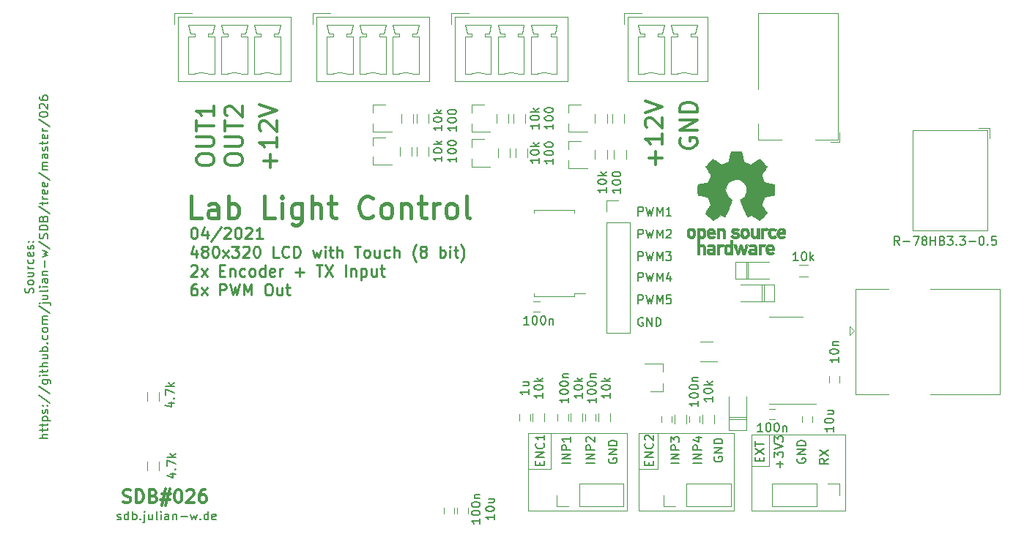
<source format=gto>
G04 #@! TF.GenerationSoftware,KiCad,Pcbnew,(5.1.9)-1*
G04 #@! TF.CreationDate,2021-04-20T11:25:04+02:00*
G04 #@! TF.ProjectId,esp32-kaemmerlein-light-control,65737033-322d-46b6-9165-6d6d65726c65,rev?*
G04 #@! TF.SameCoordinates,Original*
G04 #@! TF.FileFunction,Legend,Top*
G04 #@! TF.FilePolarity,Positive*
%FSLAX46Y46*%
G04 Gerber Fmt 4.6, Leading zero omitted, Abs format (unit mm)*
G04 Created by KiCad (PCBNEW (5.1.9)-1) date 2021-04-20 11:25:04*
%MOMM*%
%LPD*%
G01*
G04 APERTURE LIST*
%ADD10C,0.120000*%
%ADD11C,0.150000*%
%ADD12C,0.230000*%
%ADD13C,0.400000*%
%ADD14C,0.300000*%
%ADD15C,0.010000*%
%ADD16O,1.700000X1.700000*%
%ADD17R,1.700000X1.700000*%
%ADD18C,3.700000*%
%ADD19C,2.200000*%
%ADD20O,2.300000X1.500000*%
%ADD21R,2.300000X1.500000*%
%ADD22R,1.320800X1.320800*%
%ADD23R,2.006600X0.889000*%
%ADD24R,0.900000X0.500000*%
%ADD25R,0.500000X0.900000*%
%ADD26R,0.900000X0.800000*%
%ADD27R,0.650000X0.400000*%
%ADD28O,1.800000X3.600000*%
%ADD29R,3.500000X3.500000*%
%ADD30C,4.000000*%
%ADD31C,1.600000*%
%ADD32R,1.600000X1.600000*%
%ADD33R,1.200000X0.900000*%
%ADD34R,0.900000X1.200000*%
%ADD35R,0.800000X0.750000*%
%ADD36R,0.750000X0.800000*%
G04 APERTURE END LIST*
D10*
X130600000Y-142600000D02*
X130600000Y-139000000D01*
X128600000Y-142600000D02*
X130600000Y-142600000D01*
X117800000Y-143000000D02*
X117800000Y-138800000D01*
X115600000Y-143000000D02*
X117800000Y-143000000D01*
X105400000Y-143000000D02*
X105400000Y-138800000D01*
X102800000Y-143000000D02*
X105400000Y-143000000D01*
D11*
X115519047Y-123852380D02*
X115519047Y-122852380D01*
X115900000Y-122852380D01*
X115995238Y-122900000D01*
X116042857Y-122947619D01*
X116090476Y-123042857D01*
X116090476Y-123185714D01*
X116042857Y-123280952D01*
X115995238Y-123328571D01*
X115900000Y-123376190D01*
X115519047Y-123376190D01*
X116423809Y-122852380D02*
X116661904Y-123852380D01*
X116852380Y-123138095D01*
X117042857Y-123852380D01*
X117280952Y-122852380D01*
X117661904Y-123852380D02*
X117661904Y-122852380D01*
X117995238Y-123566666D01*
X118328571Y-122852380D01*
X118328571Y-123852380D01*
X119280952Y-122852380D02*
X118804761Y-122852380D01*
X118757142Y-123328571D01*
X118804761Y-123280952D01*
X118900000Y-123233333D01*
X119138095Y-123233333D01*
X119233333Y-123280952D01*
X119280952Y-123328571D01*
X119328571Y-123423809D01*
X119328571Y-123661904D01*
X119280952Y-123757142D01*
X119233333Y-123804761D01*
X119138095Y-123852380D01*
X118900000Y-123852380D01*
X118804761Y-123804761D01*
X118757142Y-123757142D01*
X115519047Y-121252380D02*
X115519047Y-120252380D01*
X115900000Y-120252380D01*
X115995238Y-120300000D01*
X116042857Y-120347619D01*
X116090476Y-120442857D01*
X116090476Y-120585714D01*
X116042857Y-120680952D01*
X115995238Y-120728571D01*
X115900000Y-120776190D01*
X115519047Y-120776190D01*
X116423809Y-120252380D02*
X116661904Y-121252380D01*
X116852380Y-120538095D01*
X117042857Y-121252380D01*
X117280952Y-120252380D01*
X117661904Y-121252380D02*
X117661904Y-120252380D01*
X117995238Y-120966666D01*
X118328571Y-120252380D01*
X118328571Y-121252380D01*
X119233333Y-120585714D02*
X119233333Y-121252380D01*
X118995238Y-120204761D02*
X118757142Y-120919047D01*
X119376190Y-120919047D01*
X115519047Y-118852380D02*
X115519047Y-117852380D01*
X115900000Y-117852380D01*
X115995238Y-117900000D01*
X116042857Y-117947619D01*
X116090476Y-118042857D01*
X116090476Y-118185714D01*
X116042857Y-118280952D01*
X115995238Y-118328571D01*
X115900000Y-118376190D01*
X115519047Y-118376190D01*
X116423809Y-117852380D02*
X116661904Y-118852380D01*
X116852380Y-118138095D01*
X117042857Y-118852380D01*
X117280952Y-117852380D01*
X117661904Y-118852380D02*
X117661904Y-117852380D01*
X117995238Y-118566666D01*
X118328571Y-117852380D01*
X118328571Y-118852380D01*
X118709523Y-117852380D02*
X119328571Y-117852380D01*
X118995238Y-118233333D01*
X119138095Y-118233333D01*
X119233333Y-118280952D01*
X119280952Y-118328571D01*
X119328571Y-118423809D01*
X119328571Y-118661904D01*
X119280952Y-118757142D01*
X119233333Y-118804761D01*
X119138095Y-118852380D01*
X118852380Y-118852380D01*
X118757142Y-118804761D01*
X118709523Y-118757142D01*
X115519047Y-116252380D02*
X115519047Y-115252380D01*
X115900000Y-115252380D01*
X115995238Y-115300000D01*
X116042857Y-115347619D01*
X116090476Y-115442857D01*
X116090476Y-115585714D01*
X116042857Y-115680952D01*
X115995238Y-115728571D01*
X115900000Y-115776190D01*
X115519047Y-115776190D01*
X116423809Y-115252380D02*
X116661904Y-116252380D01*
X116852380Y-115538095D01*
X117042857Y-116252380D01*
X117280952Y-115252380D01*
X117661904Y-116252380D02*
X117661904Y-115252380D01*
X117995238Y-115966666D01*
X118328571Y-115252380D01*
X118328571Y-116252380D01*
X118757142Y-115347619D02*
X118804761Y-115300000D01*
X118900000Y-115252380D01*
X119138095Y-115252380D01*
X119233333Y-115300000D01*
X119280952Y-115347619D01*
X119328571Y-115442857D01*
X119328571Y-115538095D01*
X119280952Y-115680952D01*
X118709523Y-116252380D01*
X119328571Y-116252380D01*
X115519047Y-113652380D02*
X115519047Y-112652380D01*
X115900000Y-112652380D01*
X115995238Y-112700000D01*
X116042857Y-112747619D01*
X116090476Y-112842857D01*
X116090476Y-112985714D01*
X116042857Y-113080952D01*
X115995238Y-113128571D01*
X115900000Y-113176190D01*
X115519047Y-113176190D01*
X116423809Y-112652380D02*
X116661904Y-113652380D01*
X116852380Y-112938095D01*
X117042857Y-113652380D01*
X117280952Y-112652380D01*
X117661904Y-113652380D02*
X117661904Y-112652380D01*
X117995238Y-113366666D01*
X118328571Y-112652380D01*
X118328571Y-113652380D01*
X119328571Y-113652380D02*
X118757142Y-113652380D01*
X119042857Y-113652380D02*
X119042857Y-112652380D01*
X118947619Y-112795238D01*
X118852380Y-112890476D01*
X118757142Y-112938095D01*
X116038095Y-125500000D02*
X115942857Y-125452380D01*
X115800000Y-125452380D01*
X115657142Y-125500000D01*
X115561904Y-125595238D01*
X115514285Y-125690476D01*
X115466666Y-125880952D01*
X115466666Y-126023809D01*
X115514285Y-126214285D01*
X115561904Y-126309523D01*
X115657142Y-126404761D01*
X115800000Y-126452380D01*
X115895238Y-126452380D01*
X116038095Y-126404761D01*
X116085714Y-126357142D01*
X116085714Y-126023809D01*
X115895238Y-126023809D01*
X116514285Y-126452380D02*
X116514285Y-125452380D01*
X117085714Y-126452380D01*
X117085714Y-125452380D01*
X117561904Y-126452380D02*
X117561904Y-125452380D01*
X117800000Y-125452380D01*
X117942857Y-125500000D01*
X118038095Y-125595238D01*
X118085714Y-125690476D01*
X118133333Y-125880952D01*
X118133333Y-126023809D01*
X118085714Y-126214285D01*
X118038095Y-126309523D01*
X117942857Y-126404761D01*
X117800000Y-126452380D01*
X117561904Y-126452380D01*
D10*
X139400000Y-147800000D02*
X139200000Y-147800000D01*
X139400000Y-139000000D02*
X139400000Y-147800000D01*
X139000000Y-139000000D02*
X139400000Y-139000000D01*
X138600000Y-139000000D02*
X139000000Y-139000000D01*
X128600000Y-139000000D02*
X138600000Y-139000000D01*
X128600000Y-147800000D02*
X128600000Y-139000000D01*
X139200000Y-147800000D02*
X128600000Y-147800000D01*
X126600000Y-138800000D02*
X126600000Y-147800000D01*
X115600000Y-138800000D02*
X126600000Y-138800000D01*
X115600000Y-147800000D02*
X115600000Y-138800000D01*
X126600000Y-147800000D02*
X115600000Y-147800000D01*
X114200000Y-138800000D02*
X114200000Y-147800000D01*
X113800000Y-138800000D02*
X114200000Y-138800000D01*
X102800000Y-138800000D02*
X113800000Y-138800000D01*
X102800000Y-147800000D02*
X102800000Y-138800000D01*
X114200000Y-147800000D02*
X102800000Y-147800000D01*
D11*
X129528571Y-142071428D02*
X129528571Y-141738095D01*
X130052380Y-141595238D02*
X130052380Y-142071428D01*
X129052380Y-142071428D01*
X129052380Y-141595238D01*
X129052380Y-141261904D02*
X130052380Y-140595238D01*
X129052380Y-140595238D02*
X130052380Y-141261904D01*
X129052380Y-140357142D02*
X129052380Y-139785714D01*
X130052380Y-140071428D02*
X129052380Y-140071428D01*
X116728571Y-142514285D02*
X116728571Y-142180952D01*
X117252380Y-142038095D02*
X117252380Y-142514285D01*
X116252380Y-142514285D01*
X116252380Y-142038095D01*
X117252380Y-141609523D02*
X116252380Y-141609523D01*
X117252380Y-141038095D01*
X116252380Y-141038095D01*
X117157142Y-139990476D02*
X117204761Y-140038095D01*
X117252380Y-140180952D01*
X117252380Y-140276190D01*
X117204761Y-140419047D01*
X117109523Y-140514285D01*
X117014285Y-140561904D01*
X116823809Y-140609523D01*
X116680952Y-140609523D01*
X116490476Y-140561904D01*
X116395238Y-140514285D01*
X116300000Y-140419047D01*
X116252380Y-140276190D01*
X116252380Y-140180952D01*
X116300000Y-140038095D01*
X116347619Y-139990476D01*
X116347619Y-139609523D02*
X116300000Y-139561904D01*
X116252380Y-139466666D01*
X116252380Y-139228571D01*
X116300000Y-139133333D01*
X116347619Y-139085714D01*
X116442857Y-139038095D01*
X116538095Y-139038095D01*
X116680952Y-139085714D01*
X117252380Y-139657142D01*
X117252380Y-139038095D01*
X104128571Y-142514285D02*
X104128571Y-142180952D01*
X104652380Y-142038095D02*
X104652380Y-142514285D01*
X103652380Y-142514285D01*
X103652380Y-142038095D01*
X104652380Y-141609523D02*
X103652380Y-141609523D01*
X104652380Y-141038095D01*
X103652380Y-141038095D01*
X104557142Y-139990476D02*
X104604761Y-140038095D01*
X104652380Y-140180952D01*
X104652380Y-140276190D01*
X104604761Y-140419047D01*
X104509523Y-140514285D01*
X104414285Y-140561904D01*
X104223809Y-140609523D01*
X104080952Y-140609523D01*
X103890476Y-140561904D01*
X103795238Y-140514285D01*
X103700000Y-140419047D01*
X103652380Y-140276190D01*
X103652380Y-140180952D01*
X103700000Y-140038095D01*
X103747619Y-139990476D01*
X104652380Y-139038095D02*
X104652380Y-139609523D01*
X104652380Y-139323809D02*
X103652380Y-139323809D01*
X103795238Y-139419047D01*
X103890476Y-139514285D01*
X103938095Y-139609523D01*
X104027380Y-106995238D02*
X104027380Y-107566666D01*
X104027380Y-107280952D02*
X103027380Y-107280952D01*
X103170238Y-107376190D01*
X103265476Y-107471428D01*
X103313095Y-107566666D01*
X103027380Y-106376190D02*
X103027380Y-106280952D01*
X103075000Y-106185714D01*
X103122619Y-106138095D01*
X103217857Y-106090476D01*
X103408333Y-106042857D01*
X103646428Y-106042857D01*
X103836904Y-106090476D01*
X103932142Y-106138095D01*
X103979761Y-106185714D01*
X104027380Y-106280952D01*
X104027380Y-106376190D01*
X103979761Y-106471428D01*
X103932142Y-106519047D01*
X103836904Y-106566666D01*
X103646428Y-106614285D01*
X103408333Y-106614285D01*
X103217857Y-106566666D01*
X103122619Y-106519047D01*
X103075000Y-106471428D01*
X103027380Y-106376190D01*
X104027380Y-105614285D02*
X103027380Y-105614285D01*
X103646428Y-105519047D02*
X104027380Y-105233333D01*
X103360714Y-105233333D02*
X103741666Y-105614285D01*
X105677380Y-107066666D02*
X105677380Y-107638095D01*
X105677380Y-107352380D02*
X104677380Y-107352380D01*
X104820238Y-107447619D01*
X104915476Y-107542857D01*
X104963095Y-107638095D01*
X104677380Y-106447619D02*
X104677380Y-106352380D01*
X104725000Y-106257142D01*
X104772619Y-106209523D01*
X104867857Y-106161904D01*
X105058333Y-106114285D01*
X105296428Y-106114285D01*
X105486904Y-106161904D01*
X105582142Y-106209523D01*
X105629761Y-106257142D01*
X105677380Y-106352380D01*
X105677380Y-106447619D01*
X105629761Y-106542857D01*
X105582142Y-106590476D01*
X105486904Y-106638095D01*
X105296428Y-106685714D01*
X105058333Y-106685714D01*
X104867857Y-106638095D01*
X104772619Y-106590476D01*
X104725000Y-106542857D01*
X104677380Y-106447619D01*
X104677380Y-105495238D02*
X104677380Y-105400000D01*
X104725000Y-105304761D01*
X104772619Y-105257142D01*
X104867857Y-105209523D01*
X105058333Y-105161904D01*
X105296428Y-105161904D01*
X105486904Y-105209523D01*
X105582142Y-105257142D01*
X105629761Y-105304761D01*
X105677380Y-105400000D01*
X105677380Y-105495238D01*
X105629761Y-105590476D01*
X105582142Y-105638095D01*
X105486904Y-105685714D01*
X105296428Y-105733333D01*
X105058333Y-105733333D01*
X104867857Y-105685714D01*
X104772619Y-105638095D01*
X104725000Y-105590476D01*
X104677380Y-105495238D01*
X104027380Y-102995238D02*
X104027380Y-103566666D01*
X104027380Y-103280952D02*
X103027380Y-103280952D01*
X103170238Y-103376190D01*
X103265476Y-103471428D01*
X103313095Y-103566666D01*
X103027380Y-102376190D02*
X103027380Y-102280952D01*
X103075000Y-102185714D01*
X103122619Y-102138095D01*
X103217857Y-102090476D01*
X103408333Y-102042857D01*
X103646428Y-102042857D01*
X103836904Y-102090476D01*
X103932142Y-102138095D01*
X103979761Y-102185714D01*
X104027380Y-102280952D01*
X104027380Y-102376190D01*
X103979761Y-102471428D01*
X103932142Y-102519047D01*
X103836904Y-102566666D01*
X103646428Y-102614285D01*
X103408333Y-102614285D01*
X103217857Y-102566666D01*
X103122619Y-102519047D01*
X103075000Y-102471428D01*
X103027380Y-102376190D01*
X104027380Y-101614285D02*
X103027380Y-101614285D01*
X103646428Y-101519047D02*
X104027380Y-101233333D01*
X103360714Y-101233333D02*
X103741666Y-101614285D01*
X105677380Y-103066666D02*
X105677380Y-103638095D01*
X105677380Y-103352380D02*
X104677380Y-103352380D01*
X104820238Y-103447619D01*
X104915476Y-103542857D01*
X104963095Y-103638095D01*
X104677380Y-102447619D02*
X104677380Y-102352380D01*
X104725000Y-102257142D01*
X104772619Y-102209523D01*
X104867857Y-102161904D01*
X105058333Y-102114285D01*
X105296428Y-102114285D01*
X105486904Y-102161904D01*
X105582142Y-102209523D01*
X105629761Y-102257142D01*
X105677380Y-102352380D01*
X105677380Y-102447619D01*
X105629761Y-102542857D01*
X105582142Y-102590476D01*
X105486904Y-102638095D01*
X105296428Y-102685714D01*
X105058333Y-102685714D01*
X104867857Y-102638095D01*
X104772619Y-102590476D01*
X104725000Y-102542857D01*
X104677380Y-102447619D01*
X104677380Y-101495238D02*
X104677380Y-101400000D01*
X104725000Y-101304761D01*
X104772619Y-101257142D01*
X104867857Y-101209523D01*
X105058333Y-101161904D01*
X105296428Y-101161904D01*
X105486904Y-101209523D01*
X105582142Y-101257142D01*
X105629761Y-101304761D01*
X105677380Y-101400000D01*
X105677380Y-101495238D01*
X105629761Y-101590476D01*
X105582142Y-101638095D01*
X105486904Y-101685714D01*
X105296428Y-101733333D01*
X105058333Y-101733333D01*
X104867857Y-101685714D01*
X104772619Y-101638095D01*
X104725000Y-101590476D01*
X104677380Y-101495238D01*
X92827380Y-103195238D02*
X92827380Y-103766666D01*
X92827380Y-103480952D02*
X91827380Y-103480952D01*
X91970238Y-103576190D01*
X92065476Y-103671428D01*
X92113095Y-103766666D01*
X91827380Y-102576190D02*
X91827380Y-102480952D01*
X91875000Y-102385714D01*
X91922619Y-102338095D01*
X92017857Y-102290476D01*
X92208333Y-102242857D01*
X92446428Y-102242857D01*
X92636904Y-102290476D01*
X92732142Y-102338095D01*
X92779761Y-102385714D01*
X92827380Y-102480952D01*
X92827380Y-102576190D01*
X92779761Y-102671428D01*
X92732142Y-102719047D01*
X92636904Y-102766666D01*
X92446428Y-102814285D01*
X92208333Y-102814285D01*
X92017857Y-102766666D01*
X91922619Y-102719047D01*
X91875000Y-102671428D01*
X91827380Y-102576190D01*
X92827380Y-101814285D02*
X91827380Y-101814285D01*
X92446428Y-101719047D02*
X92827380Y-101433333D01*
X92160714Y-101433333D02*
X92541666Y-101814285D01*
X94477380Y-103266666D02*
X94477380Y-103838095D01*
X94477380Y-103552380D02*
X93477380Y-103552380D01*
X93620238Y-103647619D01*
X93715476Y-103742857D01*
X93763095Y-103838095D01*
X93477380Y-102647619D02*
X93477380Y-102552380D01*
X93525000Y-102457142D01*
X93572619Y-102409523D01*
X93667857Y-102361904D01*
X93858333Y-102314285D01*
X94096428Y-102314285D01*
X94286904Y-102361904D01*
X94382142Y-102409523D01*
X94429761Y-102457142D01*
X94477380Y-102552380D01*
X94477380Y-102647619D01*
X94429761Y-102742857D01*
X94382142Y-102790476D01*
X94286904Y-102838095D01*
X94096428Y-102885714D01*
X93858333Y-102885714D01*
X93667857Y-102838095D01*
X93572619Y-102790476D01*
X93525000Y-102742857D01*
X93477380Y-102647619D01*
X93477380Y-101695238D02*
X93477380Y-101600000D01*
X93525000Y-101504761D01*
X93572619Y-101457142D01*
X93667857Y-101409523D01*
X93858333Y-101361904D01*
X94096428Y-101361904D01*
X94286904Y-101409523D01*
X94382142Y-101457142D01*
X94429761Y-101504761D01*
X94477380Y-101600000D01*
X94477380Y-101695238D01*
X94429761Y-101790476D01*
X94382142Y-101838095D01*
X94286904Y-101885714D01*
X94096428Y-101933333D01*
X93858333Y-101933333D01*
X93667857Y-101885714D01*
X93572619Y-101838095D01*
X93525000Y-101790476D01*
X93477380Y-101695238D01*
X45579761Y-122600000D02*
X45627380Y-122457142D01*
X45627380Y-122219047D01*
X45579761Y-122123809D01*
X45532142Y-122076190D01*
X45436904Y-122028571D01*
X45341666Y-122028571D01*
X45246428Y-122076190D01*
X45198809Y-122123809D01*
X45151190Y-122219047D01*
X45103571Y-122409523D01*
X45055952Y-122504761D01*
X45008333Y-122552380D01*
X44913095Y-122600000D01*
X44817857Y-122600000D01*
X44722619Y-122552380D01*
X44675000Y-122504761D01*
X44627380Y-122409523D01*
X44627380Y-122171428D01*
X44675000Y-122028571D01*
X45627380Y-121457142D02*
X45579761Y-121552380D01*
X45532142Y-121600000D01*
X45436904Y-121647619D01*
X45151190Y-121647619D01*
X45055952Y-121600000D01*
X45008333Y-121552380D01*
X44960714Y-121457142D01*
X44960714Y-121314285D01*
X45008333Y-121219047D01*
X45055952Y-121171428D01*
X45151190Y-121123809D01*
X45436904Y-121123809D01*
X45532142Y-121171428D01*
X45579761Y-121219047D01*
X45627380Y-121314285D01*
X45627380Y-121457142D01*
X44960714Y-120266666D02*
X45627380Y-120266666D01*
X44960714Y-120695238D02*
X45484523Y-120695238D01*
X45579761Y-120647619D01*
X45627380Y-120552380D01*
X45627380Y-120409523D01*
X45579761Y-120314285D01*
X45532142Y-120266666D01*
X45627380Y-119790476D02*
X44960714Y-119790476D01*
X45151190Y-119790476D02*
X45055952Y-119742857D01*
X45008333Y-119695238D01*
X44960714Y-119600000D01*
X44960714Y-119504761D01*
X45579761Y-118742857D02*
X45627380Y-118838095D01*
X45627380Y-119028571D01*
X45579761Y-119123809D01*
X45532142Y-119171428D01*
X45436904Y-119219047D01*
X45151190Y-119219047D01*
X45055952Y-119171428D01*
X45008333Y-119123809D01*
X44960714Y-119028571D01*
X44960714Y-118838095D01*
X45008333Y-118742857D01*
X45579761Y-117933333D02*
X45627380Y-118028571D01*
X45627380Y-118219047D01*
X45579761Y-118314285D01*
X45484523Y-118361904D01*
X45103571Y-118361904D01*
X45008333Y-118314285D01*
X44960714Y-118219047D01*
X44960714Y-118028571D01*
X45008333Y-117933333D01*
X45103571Y-117885714D01*
X45198809Y-117885714D01*
X45294047Y-118361904D01*
X45579761Y-117504761D02*
X45627380Y-117409523D01*
X45627380Y-117219047D01*
X45579761Y-117123809D01*
X45484523Y-117076190D01*
X45436904Y-117076190D01*
X45341666Y-117123809D01*
X45294047Y-117219047D01*
X45294047Y-117361904D01*
X45246428Y-117457142D01*
X45151190Y-117504761D01*
X45103571Y-117504761D01*
X45008333Y-117457142D01*
X44960714Y-117361904D01*
X44960714Y-117219047D01*
X45008333Y-117123809D01*
X45532142Y-116647619D02*
X45579761Y-116600000D01*
X45627380Y-116647619D01*
X45579761Y-116695238D01*
X45532142Y-116647619D01*
X45627380Y-116647619D01*
X45008333Y-116647619D02*
X45055952Y-116600000D01*
X45103571Y-116647619D01*
X45055952Y-116695238D01*
X45008333Y-116647619D01*
X45103571Y-116647619D01*
X47277380Y-139409523D02*
X46277380Y-139409523D01*
X47277380Y-138980952D02*
X46753571Y-138980952D01*
X46658333Y-139028571D01*
X46610714Y-139123809D01*
X46610714Y-139266666D01*
X46658333Y-139361904D01*
X46705952Y-139409523D01*
X46610714Y-138647619D02*
X46610714Y-138266666D01*
X46277380Y-138504761D02*
X47134523Y-138504761D01*
X47229761Y-138457142D01*
X47277380Y-138361904D01*
X47277380Y-138266666D01*
X46610714Y-138076190D02*
X46610714Y-137695238D01*
X46277380Y-137933333D02*
X47134523Y-137933333D01*
X47229761Y-137885714D01*
X47277380Y-137790476D01*
X47277380Y-137695238D01*
X46610714Y-137361904D02*
X47610714Y-137361904D01*
X46658333Y-137361904D02*
X46610714Y-137266666D01*
X46610714Y-137076190D01*
X46658333Y-136980952D01*
X46705952Y-136933333D01*
X46801190Y-136885714D01*
X47086904Y-136885714D01*
X47182142Y-136933333D01*
X47229761Y-136980952D01*
X47277380Y-137076190D01*
X47277380Y-137266666D01*
X47229761Y-137361904D01*
X47229761Y-136504761D02*
X47277380Y-136409523D01*
X47277380Y-136219047D01*
X47229761Y-136123809D01*
X47134523Y-136076190D01*
X47086904Y-136076190D01*
X46991666Y-136123809D01*
X46944047Y-136219047D01*
X46944047Y-136361904D01*
X46896428Y-136457142D01*
X46801190Y-136504761D01*
X46753571Y-136504761D01*
X46658333Y-136457142D01*
X46610714Y-136361904D01*
X46610714Y-136219047D01*
X46658333Y-136123809D01*
X47182142Y-135647619D02*
X47229761Y-135600000D01*
X47277380Y-135647619D01*
X47229761Y-135695238D01*
X47182142Y-135647619D01*
X47277380Y-135647619D01*
X46658333Y-135647619D02*
X46705952Y-135600000D01*
X46753571Y-135647619D01*
X46705952Y-135695238D01*
X46658333Y-135647619D01*
X46753571Y-135647619D01*
X46229761Y-134457142D02*
X47515476Y-135314285D01*
X46229761Y-133409523D02*
X47515476Y-134266666D01*
X46610714Y-132647619D02*
X47420238Y-132647619D01*
X47515476Y-132695238D01*
X47563095Y-132742857D01*
X47610714Y-132838095D01*
X47610714Y-132980952D01*
X47563095Y-133076190D01*
X47229761Y-132647619D02*
X47277380Y-132742857D01*
X47277380Y-132933333D01*
X47229761Y-133028571D01*
X47182142Y-133076190D01*
X47086904Y-133123809D01*
X46801190Y-133123809D01*
X46705952Y-133076190D01*
X46658333Y-133028571D01*
X46610714Y-132933333D01*
X46610714Y-132742857D01*
X46658333Y-132647619D01*
X47277380Y-132171428D02*
X46610714Y-132171428D01*
X46277380Y-132171428D02*
X46325000Y-132219047D01*
X46372619Y-132171428D01*
X46325000Y-132123809D01*
X46277380Y-132171428D01*
X46372619Y-132171428D01*
X46610714Y-131838095D02*
X46610714Y-131457142D01*
X46277380Y-131695238D02*
X47134523Y-131695238D01*
X47229761Y-131647619D01*
X47277380Y-131552380D01*
X47277380Y-131457142D01*
X47277380Y-131123809D02*
X46277380Y-131123809D01*
X47277380Y-130695238D02*
X46753571Y-130695238D01*
X46658333Y-130742857D01*
X46610714Y-130838095D01*
X46610714Y-130980952D01*
X46658333Y-131076190D01*
X46705952Y-131123809D01*
X46610714Y-129790476D02*
X47277380Y-129790476D01*
X46610714Y-130219047D02*
X47134523Y-130219047D01*
X47229761Y-130171428D01*
X47277380Y-130076190D01*
X47277380Y-129933333D01*
X47229761Y-129838095D01*
X47182142Y-129790476D01*
X47277380Y-129314285D02*
X46277380Y-129314285D01*
X46658333Y-129314285D02*
X46610714Y-129219047D01*
X46610714Y-129028571D01*
X46658333Y-128933333D01*
X46705952Y-128885714D01*
X46801190Y-128838095D01*
X47086904Y-128838095D01*
X47182142Y-128885714D01*
X47229761Y-128933333D01*
X47277380Y-129028571D01*
X47277380Y-129219047D01*
X47229761Y-129314285D01*
X47182142Y-128409523D02*
X47229761Y-128361904D01*
X47277380Y-128409523D01*
X47229761Y-128457142D01*
X47182142Y-128409523D01*
X47277380Y-128409523D01*
X47229761Y-127504761D02*
X47277380Y-127600000D01*
X47277380Y-127790476D01*
X47229761Y-127885714D01*
X47182142Y-127933333D01*
X47086904Y-127980952D01*
X46801190Y-127980952D01*
X46705952Y-127933333D01*
X46658333Y-127885714D01*
X46610714Y-127790476D01*
X46610714Y-127600000D01*
X46658333Y-127504761D01*
X47277380Y-126933333D02*
X47229761Y-127028571D01*
X47182142Y-127076190D01*
X47086904Y-127123809D01*
X46801190Y-127123809D01*
X46705952Y-127076190D01*
X46658333Y-127028571D01*
X46610714Y-126933333D01*
X46610714Y-126790476D01*
X46658333Y-126695238D01*
X46705952Y-126647619D01*
X46801190Y-126600000D01*
X47086904Y-126600000D01*
X47182142Y-126647619D01*
X47229761Y-126695238D01*
X47277380Y-126790476D01*
X47277380Y-126933333D01*
X47277380Y-126171428D02*
X46610714Y-126171428D01*
X46705952Y-126171428D02*
X46658333Y-126123809D01*
X46610714Y-126028571D01*
X46610714Y-125885714D01*
X46658333Y-125790476D01*
X46753571Y-125742857D01*
X47277380Y-125742857D01*
X46753571Y-125742857D02*
X46658333Y-125695238D01*
X46610714Y-125600000D01*
X46610714Y-125457142D01*
X46658333Y-125361904D01*
X46753571Y-125314285D01*
X47277380Y-125314285D01*
X46229761Y-124123809D02*
X47515476Y-124980952D01*
X46610714Y-123790476D02*
X47467857Y-123790476D01*
X47563095Y-123838095D01*
X47610714Y-123933333D01*
X47610714Y-123980952D01*
X46277380Y-123790476D02*
X46325000Y-123838095D01*
X46372619Y-123790476D01*
X46325000Y-123742857D01*
X46277380Y-123790476D01*
X46372619Y-123790476D01*
X46610714Y-122885714D02*
X47277380Y-122885714D01*
X46610714Y-123314285D02*
X47134523Y-123314285D01*
X47229761Y-123266666D01*
X47277380Y-123171428D01*
X47277380Y-123028571D01*
X47229761Y-122933333D01*
X47182142Y-122885714D01*
X47277380Y-122266666D02*
X47229761Y-122361904D01*
X47134523Y-122409523D01*
X46277380Y-122409523D01*
X47277380Y-121885714D02*
X46610714Y-121885714D01*
X46277380Y-121885714D02*
X46325000Y-121933333D01*
X46372619Y-121885714D01*
X46325000Y-121838095D01*
X46277380Y-121885714D01*
X46372619Y-121885714D01*
X47277380Y-120980952D02*
X46753571Y-120980952D01*
X46658333Y-121028571D01*
X46610714Y-121123809D01*
X46610714Y-121314285D01*
X46658333Y-121409523D01*
X47229761Y-120980952D02*
X47277380Y-121076190D01*
X47277380Y-121314285D01*
X47229761Y-121409523D01*
X47134523Y-121457142D01*
X47039285Y-121457142D01*
X46944047Y-121409523D01*
X46896428Y-121314285D01*
X46896428Y-121076190D01*
X46848809Y-120980952D01*
X46610714Y-120504761D02*
X47277380Y-120504761D01*
X46705952Y-120504761D02*
X46658333Y-120457142D01*
X46610714Y-120361904D01*
X46610714Y-120219047D01*
X46658333Y-120123809D01*
X46753571Y-120076190D01*
X47277380Y-120076190D01*
X46896428Y-119600000D02*
X46896428Y-118838095D01*
X46610714Y-118457142D02*
X47277380Y-118266666D01*
X46801190Y-118076190D01*
X47277380Y-117885714D01*
X46610714Y-117695238D01*
X46229761Y-116600000D02*
X47515476Y-117457142D01*
X47229761Y-116314285D02*
X47277380Y-116171428D01*
X47277380Y-115933333D01*
X47229761Y-115838095D01*
X47182142Y-115790476D01*
X47086904Y-115742857D01*
X46991666Y-115742857D01*
X46896428Y-115790476D01*
X46848809Y-115838095D01*
X46801190Y-115933333D01*
X46753571Y-116123809D01*
X46705952Y-116219047D01*
X46658333Y-116266666D01*
X46563095Y-116314285D01*
X46467857Y-116314285D01*
X46372619Y-116266666D01*
X46325000Y-116219047D01*
X46277380Y-116123809D01*
X46277380Y-115885714D01*
X46325000Y-115742857D01*
X47277380Y-115314285D02*
X46277380Y-115314285D01*
X46277380Y-115076190D01*
X46325000Y-114933333D01*
X46420238Y-114838095D01*
X46515476Y-114790476D01*
X46705952Y-114742857D01*
X46848809Y-114742857D01*
X47039285Y-114790476D01*
X47134523Y-114838095D01*
X47229761Y-114933333D01*
X47277380Y-115076190D01*
X47277380Y-115314285D01*
X46753571Y-113980952D02*
X46801190Y-113838095D01*
X46848809Y-113790476D01*
X46944047Y-113742857D01*
X47086904Y-113742857D01*
X47182142Y-113790476D01*
X47229761Y-113838095D01*
X47277380Y-113933333D01*
X47277380Y-114314285D01*
X46277380Y-114314285D01*
X46277380Y-113980952D01*
X46325000Y-113885714D01*
X46372619Y-113838095D01*
X46467857Y-113790476D01*
X46563095Y-113790476D01*
X46658333Y-113838095D01*
X46705952Y-113885714D01*
X46753571Y-113980952D01*
X46753571Y-114314285D01*
X46229761Y-112600000D02*
X47515476Y-113457142D01*
X46610714Y-112409523D02*
X46610714Y-112028571D01*
X46277380Y-112266666D02*
X47134523Y-112266666D01*
X47229761Y-112219047D01*
X47277380Y-112123809D01*
X47277380Y-112028571D01*
X47277380Y-111695238D02*
X46610714Y-111695238D01*
X46801190Y-111695238D02*
X46705952Y-111647619D01*
X46658333Y-111600000D01*
X46610714Y-111504761D01*
X46610714Y-111409523D01*
X47229761Y-110695238D02*
X47277380Y-110790476D01*
X47277380Y-110980952D01*
X47229761Y-111076190D01*
X47134523Y-111123809D01*
X46753571Y-111123809D01*
X46658333Y-111076190D01*
X46610714Y-110980952D01*
X46610714Y-110790476D01*
X46658333Y-110695238D01*
X46753571Y-110647619D01*
X46848809Y-110647619D01*
X46944047Y-111123809D01*
X47229761Y-109838095D02*
X47277380Y-109933333D01*
X47277380Y-110123809D01*
X47229761Y-110219047D01*
X47134523Y-110266666D01*
X46753571Y-110266666D01*
X46658333Y-110219047D01*
X46610714Y-110123809D01*
X46610714Y-109933333D01*
X46658333Y-109838095D01*
X46753571Y-109790476D01*
X46848809Y-109790476D01*
X46944047Y-110266666D01*
X46229761Y-108647619D02*
X47515476Y-109504761D01*
X47277380Y-108314285D02*
X46610714Y-108314285D01*
X46705952Y-108314285D02*
X46658333Y-108266666D01*
X46610714Y-108171428D01*
X46610714Y-108028571D01*
X46658333Y-107933333D01*
X46753571Y-107885714D01*
X47277380Y-107885714D01*
X46753571Y-107885714D02*
X46658333Y-107838095D01*
X46610714Y-107742857D01*
X46610714Y-107600000D01*
X46658333Y-107504761D01*
X46753571Y-107457142D01*
X47277380Y-107457142D01*
X47277380Y-106552380D02*
X46753571Y-106552380D01*
X46658333Y-106600000D01*
X46610714Y-106695238D01*
X46610714Y-106885714D01*
X46658333Y-106980952D01*
X47229761Y-106552380D02*
X47277380Y-106647619D01*
X47277380Y-106885714D01*
X47229761Y-106980952D01*
X47134523Y-107028571D01*
X47039285Y-107028571D01*
X46944047Y-106980952D01*
X46896428Y-106885714D01*
X46896428Y-106647619D01*
X46848809Y-106552380D01*
X47229761Y-106123809D02*
X47277380Y-106028571D01*
X47277380Y-105838095D01*
X47229761Y-105742857D01*
X47134523Y-105695238D01*
X47086904Y-105695238D01*
X46991666Y-105742857D01*
X46944047Y-105838095D01*
X46944047Y-105980952D01*
X46896428Y-106076190D01*
X46801190Y-106123809D01*
X46753571Y-106123809D01*
X46658333Y-106076190D01*
X46610714Y-105980952D01*
X46610714Y-105838095D01*
X46658333Y-105742857D01*
X46610714Y-105409523D02*
X46610714Y-105028571D01*
X46277380Y-105266666D02*
X47134523Y-105266666D01*
X47229761Y-105219047D01*
X47277380Y-105123809D01*
X47277380Y-105028571D01*
X47229761Y-104314285D02*
X47277380Y-104409523D01*
X47277380Y-104600000D01*
X47229761Y-104695238D01*
X47134523Y-104742857D01*
X46753571Y-104742857D01*
X46658333Y-104695238D01*
X46610714Y-104600000D01*
X46610714Y-104409523D01*
X46658333Y-104314285D01*
X46753571Y-104266666D01*
X46848809Y-104266666D01*
X46944047Y-104742857D01*
X47277380Y-103838095D02*
X46610714Y-103838095D01*
X46801190Y-103838095D02*
X46705952Y-103790476D01*
X46658333Y-103742857D01*
X46610714Y-103647619D01*
X46610714Y-103552380D01*
X46229761Y-102504761D02*
X47515476Y-103361904D01*
X46277380Y-101980952D02*
X46277380Y-101885714D01*
X46325000Y-101790476D01*
X46372619Y-101742857D01*
X46467857Y-101695238D01*
X46658333Y-101647619D01*
X46896428Y-101647619D01*
X47086904Y-101695238D01*
X47182142Y-101742857D01*
X47229761Y-101790476D01*
X47277380Y-101885714D01*
X47277380Y-101980952D01*
X47229761Y-102076190D01*
X47182142Y-102123809D01*
X47086904Y-102171428D01*
X46896428Y-102219047D01*
X46658333Y-102219047D01*
X46467857Y-102171428D01*
X46372619Y-102123809D01*
X46325000Y-102076190D01*
X46277380Y-101980952D01*
X46372619Y-101266666D02*
X46325000Y-101219047D01*
X46277380Y-101123809D01*
X46277380Y-100885714D01*
X46325000Y-100790476D01*
X46372619Y-100742857D01*
X46467857Y-100695238D01*
X46563095Y-100695238D01*
X46705952Y-100742857D01*
X47277380Y-101314285D01*
X47277380Y-100695238D01*
X46277380Y-99838095D02*
X46277380Y-100028571D01*
X46325000Y-100123809D01*
X46372619Y-100171428D01*
X46515476Y-100266666D01*
X46705952Y-100314285D01*
X47086904Y-100314285D01*
X47182142Y-100266666D01*
X47229761Y-100219047D01*
X47277380Y-100123809D01*
X47277380Y-99933333D01*
X47229761Y-99838095D01*
X47182142Y-99790476D01*
X47086904Y-99742857D01*
X46848809Y-99742857D01*
X46753571Y-99790476D01*
X46705952Y-99838095D01*
X46658333Y-99933333D01*
X46658333Y-100123809D01*
X46705952Y-100219047D01*
X46753571Y-100266666D01*
X46848809Y-100314285D01*
D12*
X64106642Y-115018095D02*
X64230452Y-115018095D01*
X64354261Y-115080000D01*
X64416166Y-115141904D01*
X64478071Y-115265714D01*
X64539976Y-115513333D01*
X64539976Y-115822857D01*
X64478071Y-116070476D01*
X64416166Y-116194285D01*
X64354261Y-116256190D01*
X64230452Y-116318095D01*
X64106642Y-116318095D01*
X63982833Y-116256190D01*
X63920928Y-116194285D01*
X63859023Y-116070476D01*
X63797119Y-115822857D01*
X63797119Y-115513333D01*
X63859023Y-115265714D01*
X63920928Y-115141904D01*
X63982833Y-115080000D01*
X64106642Y-115018095D01*
X65654261Y-115451428D02*
X65654261Y-116318095D01*
X65344738Y-114956190D02*
X65035214Y-115884761D01*
X65839976Y-115884761D01*
X67263785Y-114956190D02*
X66149500Y-116627619D01*
X67635214Y-115141904D02*
X67697119Y-115080000D01*
X67820928Y-115018095D01*
X68130452Y-115018095D01*
X68254261Y-115080000D01*
X68316166Y-115141904D01*
X68378071Y-115265714D01*
X68378071Y-115389523D01*
X68316166Y-115575238D01*
X67573309Y-116318095D01*
X68378071Y-116318095D01*
X69182833Y-115018095D02*
X69306642Y-115018095D01*
X69430452Y-115080000D01*
X69492357Y-115141904D01*
X69554261Y-115265714D01*
X69616166Y-115513333D01*
X69616166Y-115822857D01*
X69554261Y-116070476D01*
X69492357Y-116194285D01*
X69430452Y-116256190D01*
X69306642Y-116318095D01*
X69182833Y-116318095D01*
X69059023Y-116256190D01*
X68997119Y-116194285D01*
X68935214Y-116070476D01*
X68873309Y-115822857D01*
X68873309Y-115513333D01*
X68935214Y-115265714D01*
X68997119Y-115141904D01*
X69059023Y-115080000D01*
X69182833Y-115018095D01*
X70111404Y-115141904D02*
X70173309Y-115080000D01*
X70297119Y-115018095D01*
X70606642Y-115018095D01*
X70730452Y-115080000D01*
X70792357Y-115141904D01*
X70854261Y-115265714D01*
X70854261Y-115389523D01*
X70792357Y-115575238D01*
X70049500Y-116318095D01*
X70854261Y-116318095D01*
X72092357Y-116318095D02*
X71349500Y-116318095D01*
X71720928Y-116318095D02*
X71720928Y-115018095D01*
X71597119Y-115203809D01*
X71473309Y-115327619D01*
X71349500Y-115389523D01*
X64416166Y-117631428D02*
X64416166Y-118498095D01*
X64106642Y-117136190D02*
X63797119Y-118064761D01*
X64601880Y-118064761D01*
X65282833Y-117755238D02*
X65159023Y-117693333D01*
X65097119Y-117631428D01*
X65035214Y-117507619D01*
X65035214Y-117445714D01*
X65097119Y-117321904D01*
X65159023Y-117260000D01*
X65282833Y-117198095D01*
X65530452Y-117198095D01*
X65654261Y-117260000D01*
X65716166Y-117321904D01*
X65778071Y-117445714D01*
X65778071Y-117507619D01*
X65716166Y-117631428D01*
X65654261Y-117693333D01*
X65530452Y-117755238D01*
X65282833Y-117755238D01*
X65159023Y-117817142D01*
X65097119Y-117879047D01*
X65035214Y-118002857D01*
X65035214Y-118250476D01*
X65097119Y-118374285D01*
X65159023Y-118436190D01*
X65282833Y-118498095D01*
X65530452Y-118498095D01*
X65654261Y-118436190D01*
X65716166Y-118374285D01*
X65778071Y-118250476D01*
X65778071Y-118002857D01*
X65716166Y-117879047D01*
X65654261Y-117817142D01*
X65530452Y-117755238D01*
X66582833Y-117198095D02*
X66706642Y-117198095D01*
X66830452Y-117260000D01*
X66892357Y-117321904D01*
X66954261Y-117445714D01*
X67016166Y-117693333D01*
X67016166Y-118002857D01*
X66954261Y-118250476D01*
X66892357Y-118374285D01*
X66830452Y-118436190D01*
X66706642Y-118498095D01*
X66582833Y-118498095D01*
X66459023Y-118436190D01*
X66397119Y-118374285D01*
X66335214Y-118250476D01*
X66273309Y-118002857D01*
X66273309Y-117693333D01*
X66335214Y-117445714D01*
X66397119Y-117321904D01*
X66459023Y-117260000D01*
X66582833Y-117198095D01*
X67449500Y-118498095D02*
X68130452Y-117631428D01*
X67449500Y-117631428D02*
X68130452Y-118498095D01*
X68501880Y-117198095D02*
X69306642Y-117198095D01*
X68873309Y-117693333D01*
X69059023Y-117693333D01*
X69182833Y-117755238D01*
X69244738Y-117817142D01*
X69306642Y-117940952D01*
X69306642Y-118250476D01*
X69244738Y-118374285D01*
X69182833Y-118436190D01*
X69059023Y-118498095D01*
X68687595Y-118498095D01*
X68563785Y-118436190D01*
X68501880Y-118374285D01*
X69801880Y-117321904D02*
X69863785Y-117260000D01*
X69987595Y-117198095D01*
X70297119Y-117198095D01*
X70420928Y-117260000D01*
X70482833Y-117321904D01*
X70544738Y-117445714D01*
X70544738Y-117569523D01*
X70482833Y-117755238D01*
X69739976Y-118498095D01*
X70544738Y-118498095D01*
X71349500Y-117198095D02*
X71473309Y-117198095D01*
X71597119Y-117260000D01*
X71659023Y-117321904D01*
X71720928Y-117445714D01*
X71782833Y-117693333D01*
X71782833Y-118002857D01*
X71720928Y-118250476D01*
X71659023Y-118374285D01*
X71597119Y-118436190D01*
X71473309Y-118498095D01*
X71349500Y-118498095D01*
X71225690Y-118436190D01*
X71163785Y-118374285D01*
X71101880Y-118250476D01*
X71039976Y-118002857D01*
X71039976Y-117693333D01*
X71101880Y-117445714D01*
X71163785Y-117321904D01*
X71225690Y-117260000D01*
X71349500Y-117198095D01*
X73949500Y-118498095D02*
X73330452Y-118498095D01*
X73330452Y-117198095D01*
X75125690Y-118374285D02*
X75063785Y-118436190D01*
X74878071Y-118498095D01*
X74754261Y-118498095D01*
X74568547Y-118436190D01*
X74444738Y-118312380D01*
X74382833Y-118188571D01*
X74320928Y-117940952D01*
X74320928Y-117755238D01*
X74382833Y-117507619D01*
X74444738Y-117383809D01*
X74568547Y-117260000D01*
X74754261Y-117198095D01*
X74878071Y-117198095D01*
X75063785Y-117260000D01*
X75125690Y-117321904D01*
X75682833Y-118498095D02*
X75682833Y-117198095D01*
X75992357Y-117198095D01*
X76178071Y-117260000D01*
X76301880Y-117383809D01*
X76363785Y-117507619D01*
X76425690Y-117755238D01*
X76425690Y-117940952D01*
X76363785Y-118188571D01*
X76301880Y-118312380D01*
X76178071Y-118436190D01*
X75992357Y-118498095D01*
X75682833Y-118498095D01*
X77849500Y-117631428D02*
X78097119Y-118498095D01*
X78344738Y-117879047D01*
X78592357Y-118498095D01*
X78839976Y-117631428D01*
X79335214Y-118498095D02*
X79335214Y-117631428D01*
X79335214Y-117198095D02*
X79273309Y-117260000D01*
X79335214Y-117321904D01*
X79397119Y-117260000D01*
X79335214Y-117198095D01*
X79335214Y-117321904D01*
X79768547Y-117631428D02*
X80263785Y-117631428D01*
X79954261Y-117198095D02*
X79954261Y-118312380D01*
X80016166Y-118436190D01*
X80139976Y-118498095D01*
X80263785Y-118498095D01*
X80697119Y-118498095D02*
X80697119Y-117198095D01*
X81254261Y-118498095D02*
X81254261Y-117817142D01*
X81192357Y-117693333D01*
X81068547Y-117631428D01*
X80882833Y-117631428D01*
X80759023Y-117693333D01*
X80697119Y-117755238D01*
X82678071Y-117198095D02*
X83420928Y-117198095D01*
X83049500Y-118498095D02*
X83049500Y-117198095D01*
X84039976Y-118498095D02*
X83916166Y-118436190D01*
X83854261Y-118374285D01*
X83792357Y-118250476D01*
X83792357Y-117879047D01*
X83854261Y-117755238D01*
X83916166Y-117693333D01*
X84039976Y-117631428D01*
X84225690Y-117631428D01*
X84349500Y-117693333D01*
X84411404Y-117755238D01*
X84473309Y-117879047D01*
X84473309Y-118250476D01*
X84411404Y-118374285D01*
X84349500Y-118436190D01*
X84225690Y-118498095D01*
X84039976Y-118498095D01*
X85587595Y-117631428D02*
X85587595Y-118498095D01*
X85030452Y-117631428D02*
X85030452Y-118312380D01*
X85092357Y-118436190D01*
X85216166Y-118498095D01*
X85401880Y-118498095D01*
X85525690Y-118436190D01*
X85587595Y-118374285D01*
X86763785Y-118436190D02*
X86639976Y-118498095D01*
X86392357Y-118498095D01*
X86268547Y-118436190D01*
X86206642Y-118374285D01*
X86144738Y-118250476D01*
X86144738Y-117879047D01*
X86206642Y-117755238D01*
X86268547Y-117693333D01*
X86392357Y-117631428D01*
X86639976Y-117631428D01*
X86763785Y-117693333D01*
X87320928Y-118498095D02*
X87320928Y-117198095D01*
X87878071Y-118498095D02*
X87878071Y-117817142D01*
X87816166Y-117693333D01*
X87692357Y-117631428D01*
X87506642Y-117631428D01*
X87382833Y-117693333D01*
X87320928Y-117755238D01*
X89859023Y-118993333D02*
X89797119Y-118931428D01*
X89673309Y-118745714D01*
X89611404Y-118621904D01*
X89549500Y-118436190D01*
X89487595Y-118126666D01*
X89487595Y-117879047D01*
X89549500Y-117569523D01*
X89611404Y-117383809D01*
X89673309Y-117260000D01*
X89797119Y-117074285D01*
X89859023Y-117012380D01*
X90539976Y-117755238D02*
X90416166Y-117693333D01*
X90354261Y-117631428D01*
X90292357Y-117507619D01*
X90292357Y-117445714D01*
X90354261Y-117321904D01*
X90416166Y-117260000D01*
X90539976Y-117198095D01*
X90787595Y-117198095D01*
X90911404Y-117260000D01*
X90973309Y-117321904D01*
X91035214Y-117445714D01*
X91035214Y-117507619D01*
X90973309Y-117631428D01*
X90911404Y-117693333D01*
X90787595Y-117755238D01*
X90539976Y-117755238D01*
X90416166Y-117817142D01*
X90354261Y-117879047D01*
X90292357Y-118002857D01*
X90292357Y-118250476D01*
X90354261Y-118374285D01*
X90416166Y-118436190D01*
X90539976Y-118498095D01*
X90787595Y-118498095D01*
X90911404Y-118436190D01*
X90973309Y-118374285D01*
X91035214Y-118250476D01*
X91035214Y-118002857D01*
X90973309Y-117879047D01*
X90911404Y-117817142D01*
X90787595Y-117755238D01*
X92582833Y-118498095D02*
X92582833Y-117198095D01*
X92582833Y-117693333D02*
X92706642Y-117631428D01*
X92954261Y-117631428D01*
X93078071Y-117693333D01*
X93139976Y-117755238D01*
X93201880Y-117879047D01*
X93201880Y-118250476D01*
X93139976Y-118374285D01*
X93078071Y-118436190D01*
X92954261Y-118498095D01*
X92706642Y-118498095D01*
X92582833Y-118436190D01*
X93759023Y-118498095D02*
X93759023Y-117631428D01*
X93759023Y-117198095D02*
X93697119Y-117260000D01*
X93759023Y-117321904D01*
X93820928Y-117260000D01*
X93759023Y-117198095D01*
X93759023Y-117321904D01*
X94192357Y-117631428D02*
X94687595Y-117631428D01*
X94378071Y-117198095D02*
X94378071Y-118312380D01*
X94439976Y-118436190D01*
X94563785Y-118498095D01*
X94687595Y-118498095D01*
X94997119Y-118993333D02*
X95059023Y-118931428D01*
X95182833Y-118745714D01*
X95244738Y-118621904D01*
X95306642Y-118436190D01*
X95368547Y-118126666D01*
X95368547Y-117879047D01*
X95306642Y-117569523D01*
X95244738Y-117383809D01*
X95182833Y-117260000D01*
X95059023Y-117074285D01*
X94997119Y-117012380D01*
X63797119Y-119501904D02*
X63859023Y-119440000D01*
X63982833Y-119378095D01*
X64292357Y-119378095D01*
X64416166Y-119440000D01*
X64478071Y-119501904D01*
X64539976Y-119625714D01*
X64539976Y-119749523D01*
X64478071Y-119935238D01*
X63735214Y-120678095D01*
X64539976Y-120678095D01*
X64973309Y-120678095D02*
X65654261Y-119811428D01*
X64973309Y-119811428D02*
X65654261Y-120678095D01*
X67139976Y-119997142D02*
X67573309Y-119997142D01*
X67759023Y-120678095D02*
X67139976Y-120678095D01*
X67139976Y-119378095D01*
X67759023Y-119378095D01*
X68316166Y-119811428D02*
X68316166Y-120678095D01*
X68316166Y-119935238D02*
X68378071Y-119873333D01*
X68501880Y-119811428D01*
X68687595Y-119811428D01*
X68811404Y-119873333D01*
X68873309Y-119997142D01*
X68873309Y-120678095D01*
X70049500Y-120616190D02*
X69925690Y-120678095D01*
X69678071Y-120678095D01*
X69554261Y-120616190D01*
X69492357Y-120554285D01*
X69430452Y-120430476D01*
X69430452Y-120059047D01*
X69492357Y-119935238D01*
X69554261Y-119873333D01*
X69678071Y-119811428D01*
X69925690Y-119811428D01*
X70049500Y-119873333D01*
X70792357Y-120678095D02*
X70668547Y-120616190D01*
X70606642Y-120554285D01*
X70544738Y-120430476D01*
X70544738Y-120059047D01*
X70606642Y-119935238D01*
X70668547Y-119873333D01*
X70792357Y-119811428D01*
X70978071Y-119811428D01*
X71101880Y-119873333D01*
X71163785Y-119935238D01*
X71225690Y-120059047D01*
X71225690Y-120430476D01*
X71163785Y-120554285D01*
X71101880Y-120616190D01*
X70978071Y-120678095D01*
X70792357Y-120678095D01*
X72339976Y-120678095D02*
X72339976Y-119378095D01*
X72339976Y-120616190D02*
X72216166Y-120678095D01*
X71968547Y-120678095D01*
X71844738Y-120616190D01*
X71782833Y-120554285D01*
X71720928Y-120430476D01*
X71720928Y-120059047D01*
X71782833Y-119935238D01*
X71844738Y-119873333D01*
X71968547Y-119811428D01*
X72216166Y-119811428D01*
X72339976Y-119873333D01*
X73454261Y-120616190D02*
X73330452Y-120678095D01*
X73082833Y-120678095D01*
X72959023Y-120616190D01*
X72897119Y-120492380D01*
X72897119Y-119997142D01*
X72959023Y-119873333D01*
X73082833Y-119811428D01*
X73330452Y-119811428D01*
X73454261Y-119873333D01*
X73516166Y-119997142D01*
X73516166Y-120120952D01*
X72897119Y-120244761D01*
X74073309Y-120678095D02*
X74073309Y-119811428D01*
X74073309Y-120059047D02*
X74135214Y-119935238D01*
X74197119Y-119873333D01*
X74320928Y-119811428D01*
X74444738Y-119811428D01*
X75868547Y-120182857D02*
X76859023Y-120182857D01*
X76363785Y-120678095D02*
X76363785Y-119687619D01*
X78282833Y-119378095D02*
X79025690Y-119378095D01*
X78654261Y-120678095D02*
X78654261Y-119378095D01*
X79335214Y-119378095D02*
X80201880Y-120678095D01*
X80201880Y-119378095D02*
X79335214Y-120678095D01*
X81687595Y-120678095D02*
X81687595Y-119378095D01*
X82306642Y-119811428D02*
X82306642Y-120678095D01*
X82306642Y-119935238D02*
X82368547Y-119873333D01*
X82492357Y-119811428D01*
X82678071Y-119811428D01*
X82801880Y-119873333D01*
X82863785Y-119997142D01*
X82863785Y-120678095D01*
X83482833Y-119811428D02*
X83482833Y-121111428D01*
X83482833Y-119873333D02*
X83606642Y-119811428D01*
X83854261Y-119811428D01*
X83978071Y-119873333D01*
X84039976Y-119935238D01*
X84101880Y-120059047D01*
X84101880Y-120430476D01*
X84039976Y-120554285D01*
X83978071Y-120616190D01*
X83854261Y-120678095D01*
X83606642Y-120678095D01*
X83482833Y-120616190D01*
X85216166Y-119811428D02*
X85216166Y-120678095D01*
X84659023Y-119811428D02*
X84659023Y-120492380D01*
X84720928Y-120616190D01*
X84844738Y-120678095D01*
X85030452Y-120678095D01*
X85154261Y-120616190D01*
X85216166Y-120554285D01*
X85649500Y-119811428D02*
X86144738Y-119811428D01*
X85835214Y-119378095D02*
X85835214Y-120492380D01*
X85897119Y-120616190D01*
X86020928Y-120678095D01*
X86144738Y-120678095D01*
X64416166Y-121558095D02*
X64168547Y-121558095D01*
X64044738Y-121620000D01*
X63982833Y-121681904D01*
X63859023Y-121867619D01*
X63797119Y-122115238D01*
X63797119Y-122610476D01*
X63859023Y-122734285D01*
X63920928Y-122796190D01*
X64044738Y-122858095D01*
X64292357Y-122858095D01*
X64416166Y-122796190D01*
X64478071Y-122734285D01*
X64539976Y-122610476D01*
X64539976Y-122300952D01*
X64478071Y-122177142D01*
X64416166Y-122115238D01*
X64292357Y-122053333D01*
X64044738Y-122053333D01*
X63920928Y-122115238D01*
X63859023Y-122177142D01*
X63797119Y-122300952D01*
X64973309Y-122858095D02*
X65654261Y-121991428D01*
X64973309Y-121991428D02*
X65654261Y-122858095D01*
X67139976Y-122858095D02*
X67139976Y-121558095D01*
X67635214Y-121558095D01*
X67759023Y-121620000D01*
X67820928Y-121681904D01*
X67882833Y-121805714D01*
X67882833Y-121991428D01*
X67820928Y-122115238D01*
X67759023Y-122177142D01*
X67635214Y-122239047D01*
X67139976Y-122239047D01*
X68316166Y-121558095D02*
X68625690Y-122858095D01*
X68873309Y-121929523D01*
X69120928Y-122858095D01*
X69430452Y-121558095D01*
X69925690Y-122858095D02*
X69925690Y-121558095D01*
X70359023Y-122486666D01*
X70792357Y-121558095D01*
X70792357Y-122858095D01*
X72649500Y-121558095D02*
X72897119Y-121558095D01*
X73020928Y-121620000D01*
X73144738Y-121743809D01*
X73206642Y-121991428D01*
X73206642Y-122424761D01*
X73144738Y-122672380D01*
X73020928Y-122796190D01*
X72897119Y-122858095D01*
X72649500Y-122858095D01*
X72525690Y-122796190D01*
X72401880Y-122672380D01*
X72339976Y-122424761D01*
X72339976Y-121991428D01*
X72401880Y-121743809D01*
X72525690Y-121620000D01*
X72649500Y-121558095D01*
X74320928Y-121991428D02*
X74320928Y-122858095D01*
X73763785Y-121991428D02*
X73763785Y-122672380D01*
X73825690Y-122796190D01*
X73949500Y-122858095D01*
X74135214Y-122858095D01*
X74259023Y-122796190D01*
X74320928Y-122734285D01*
X74754261Y-121991428D02*
X75249500Y-121991428D01*
X74939976Y-121558095D02*
X74939976Y-122672380D01*
X75001880Y-122796190D01*
X75125690Y-122858095D01*
X75249500Y-122858095D01*
D13*
X65038095Y-113930952D02*
X63847619Y-113930952D01*
X63847619Y-111430952D01*
X66942857Y-113930952D02*
X66942857Y-112621428D01*
X66823809Y-112383333D01*
X66585714Y-112264285D01*
X66109523Y-112264285D01*
X65871428Y-112383333D01*
X66942857Y-113811904D02*
X66704761Y-113930952D01*
X66109523Y-113930952D01*
X65871428Y-113811904D01*
X65752380Y-113573809D01*
X65752380Y-113335714D01*
X65871428Y-113097619D01*
X66109523Y-112978571D01*
X66704761Y-112978571D01*
X66942857Y-112859523D01*
X68133333Y-113930952D02*
X68133333Y-111430952D01*
X68133333Y-112383333D02*
X68371428Y-112264285D01*
X68847619Y-112264285D01*
X69085714Y-112383333D01*
X69204761Y-112502380D01*
X69323809Y-112740476D01*
X69323809Y-113454761D01*
X69204761Y-113692857D01*
X69085714Y-113811904D01*
X68847619Y-113930952D01*
X68371428Y-113930952D01*
X68133333Y-113811904D01*
X73490476Y-113930952D02*
X72300000Y-113930952D01*
X72300000Y-111430952D01*
X74323809Y-113930952D02*
X74323809Y-112264285D01*
X74323809Y-111430952D02*
X74204761Y-111550000D01*
X74323809Y-111669047D01*
X74442857Y-111550000D01*
X74323809Y-111430952D01*
X74323809Y-111669047D01*
X76585714Y-112264285D02*
X76585714Y-114288095D01*
X76466666Y-114526190D01*
X76347619Y-114645238D01*
X76109523Y-114764285D01*
X75752380Y-114764285D01*
X75514285Y-114645238D01*
X76585714Y-113811904D02*
X76347619Y-113930952D01*
X75871428Y-113930952D01*
X75633333Y-113811904D01*
X75514285Y-113692857D01*
X75395238Y-113454761D01*
X75395238Y-112740476D01*
X75514285Y-112502380D01*
X75633333Y-112383333D01*
X75871428Y-112264285D01*
X76347619Y-112264285D01*
X76585714Y-112383333D01*
X77776190Y-113930952D02*
X77776190Y-111430952D01*
X78847619Y-113930952D02*
X78847619Y-112621428D01*
X78728571Y-112383333D01*
X78490476Y-112264285D01*
X78133333Y-112264285D01*
X77895238Y-112383333D01*
X77776190Y-112502380D01*
X79680952Y-112264285D02*
X80633333Y-112264285D01*
X80038095Y-111430952D02*
X80038095Y-113573809D01*
X80157142Y-113811904D01*
X80395238Y-113930952D01*
X80633333Y-113930952D01*
X84800000Y-113692857D02*
X84680952Y-113811904D01*
X84323809Y-113930952D01*
X84085714Y-113930952D01*
X83728571Y-113811904D01*
X83490476Y-113573809D01*
X83371428Y-113335714D01*
X83252380Y-112859523D01*
X83252380Y-112502380D01*
X83371428Y-112026190D01*
X83490476Y-111788095D01*
X83728571Y-111550000D01*
X84085714Y-111430952D01*
X84323809Y-111430952D01*
X84680952Y-111550000D01*
X84800000Y-111669047D01*
X86228571Y-113930952D02*
X85990476Y-113811904D01*
X85871428Y-113692857D01*
X85752380Y-113454761D01*
X85752380Y-112740476D01*
X85871428Y-112502380D01*
X85990476Y-112383333D01*
X86228571Y-112264285D01*
X86585714Y-112264285D01*
X86823809Y-112383333D01*
X86942857Y-112502380D01*
X87061904Y-112740476D01*
X87061904Y-113454761D01*
X86942857Y-113692857D01*
X86823809Y-113811904D01*
X86585714Y-113930952D01*
X86228571Y-113930952D01*
X88133333Y-112264285D02*
X88133333Y-113930952D01*
X88133333Y-112502380D02*
X88252380Y-112383333D01*
X88490476Y-112264285D01*
X88847619Y-112264285D01*
X89085714Y-112383333D01*
X89204761Y-112621428D01*
X89204761Y-113930952D01*
X90038095Y-112264285D02*
X90990476Y-112264285D01*
X90395238Y-111430952D02*
X90395238Y-113573809D01*
X90514285Y-113811904D01*
X90752380Y-113930952D01*
X90990476Y-113930952D01*
X91823809Y-113930952D02*
X91823809Y-112264285D01*
X91823809Y-112740476D02*
X91942857Y-112502380D01*
X92061904Y-112383333D01*
X92300000Y-112264285D01*
X92538095Y-112264285D01*
X93728571Y-113930952D02*
X93490476Y-113811904D01*
X93371428Y-113692857D01*
X93252380Y-113454761D01*
X93252380Y-112740476D01*
X93371428Y-112502380D01*
X93490476Y-112383333D01*
X93728571Y-112264285D01*
X94085714Y-112264285D01*
X94323809Y-112383333D01*
X94442857Y-112502380D01*
X94561904Y-112740476D01*
X94561904Y-113454761D01*
X94442857Y-113692857D01*
X94323809Y-113811904D01*
X94085714Y-113930952D01*
X93728571Y-113930952D01*
X95990476Y-113930952D02*
X95752380Y-113811904D01*
X95633333Y-113573809D01*
X95633333Y-111430952D01*
D11*
X55285714Y-148804761D02*
X55380952Y-148852380D01*
X55571428Y-148852380D01*
X55666666Y-148804761D01*
X55714285Y-148709523D01*
X55714285Y-148661904D01*
X55666666Y-148566666D01*
X55571428Y-148519047D01*
X55428571Y-148519047D01*
X55333333Y-148471428D01*
X55285714Y-148376190D01*
X55285714Y-148328571D01*
X55333333Y-148233333D01*
X55428571Y-148185714D01*
X55571428Y-148185714D01*
X55666666Y-148233333D01*
X56571428Y-148852380D02*
X56571428Y-147852380D01*
X56571428Y-148804761D02*
X56476190Y-148852380D01*
X56285714Y-148852380D01*
X56190476Y-148804761D01*
X56142857Y-148757142D01*
X56095238Y-148661904D01*
X56095238Y-148376190D01*
X56142857Y-148280952D01*
X56190476Y-148233333D01*
X56285714Y-148185714D01*
X56476190Y-148185714D01*
X56571428Y-148233333D01*
X57047619Y-148852380D02*
X57047619Y-147852380D01*
X57047619Y-148233333D02*
X57142857Y-148185714D01*
X57333333Y-148185714D01*
X57428571Y-148233333D01*
X57476190Y-148280952D01*
X57523809Y-148376190D01*
X57523809Y-148661904D01*
X57476190Y-148757142D01*
X57428571Y-148804761D01*
X57333333Y-148852380D01*
X57142857Y-148852380D01*
X57047619Y-148804761D01*
X57952380Y-148757142D02*
X58000000Y-148804761D01*
X57952380Y-148852380D01*
X57904761Y-148804761D01*
X57952380Y-148757142D01*
X57952380Y-148852380D01*
X58428571Y-148185714D02*
X58428571Y-149042857D01*
X58380952Y-149138095D01*
X58285714Y-149185714D01*
X58238095Y-149185714D01*
X58428571Y-147852380D02*
X58380952Y-147900000D01*
X58428571Y-147947619D01*
X58476190Y-147900000D01*
X58428571Y-147852380D01*
X58428571Y-147947619D01*
X59333333Y-148185714D02*
X59333333Y-148852380D01*
X58904761Y-148185714D02*
X58904761Y-148709523D01*
X58952380Y-148804761D01*
X59047619Y-148852380D01*
X59190476Y-148852380D01*
X59285714Y-148804761D01*
X59333333Y-148757142D01*
X59952380Y-148852380D02*
X59857142Y-148804761D01*
X59809523Y-148709523D01*
X59809523Y-147852380D01*
X60333333Y-148852380D02*
X60333333Y-148185714D01*
X60333333Y-147852380D02*
X60285714Y-147900000D01*
X60333333Y-147947619D01*
X60380952Y-147900000D01*
X60333333Y-147852380D01*
X60333333Y-147947619D01*
X61238095Y-148852380D02*
X61238095Y-148328571D01*
X61190476Y-148233333D01*
X61095238Y-148185714D01*
X60904761Y-148185714D01*
X60809523Y-148233333D01*
X61238095Y-148804761D02*
X61142857Y-148852380D01*
X60904761Y-148852380D01*
X60809523Y-148804761D01*
X60761904Y-148709523D01*
X60761904Y-148614285D01*
X60809523Y-148519047D01*
X60904761Y-148471428D01*
X61142857Y-148471428D01*
X61238095Y-148423809D01*
X61714285Y-148185714D02*
X61714285Y-148852380D01*
X61714285Y-148280952D02*
X61761904Y-148233333D01*
X61857142Y-148185714D01*
X62000000Y-148185714D01*
X62095238Y-148233333D01*
X62142857Y-148328571D01*
X62142857Y-148852380D01*
X62619047Y-148471428D02*
X63380952Y-148471428D01*
X63761904Y-148185714D02*
X63952380Y-148852380D01*
X64142857Y-148376190D01*
X64333333Y-148852380D01*
X64523809Y-148185714D01*
X64904761Y-148757142D02*
X64952380Y-148804761D01*
X64904761Y-148852380D01*
X64857142Y-148804761D01*
X64904761Y-148757142D01*
X64904761Y-148852380D01*
X65809523Y-148852380D02*
X65809523Y-147852380D01*
X65809523Y-148804761D02*
X65714285Y-148852380D01*
X65523809Y-148852380D01*
X65428571Y-148804761D01*
X65380952Y-148757142D01*
X65333333Y-148661904D01*
X65333333Y-148376190D01*
X65380952Y-148280952D01*
X65428571Y-148233333D01*
X65523809Y-148185714D01*
X65714285Y-148185714D01*
X65809523Y-148233333D01*
X66666666Y-148804761D02*
X66571428Y-148852380D01*
X66380952Y-148852380D01*
X66285714Y-148804761D01*
X66238095Y-148709523D01*
X66238095Y-148328571D01*
X66285714Y-148233333D01*
X66380952Y-148185714D01*
X66571428Y-148185714D01*
X66666666Y-148233333D01*
X66714285Y-148328571D01*
X66714285Y-148423809D01*
X66238095Y-148519047D01*
D14*
X55978571Y-146807142D02*
X56192857Y-146878571D01*
X56550000Y-146878571D01*
X56692857Y-146807142D01*
X56764285Y-146735714D01*
X56835714Y-146592857D01*
X56835714Y-146450000D01*
X56764285Y-146307142D01*
X56692857Y-146235714D01*
X56550000Y-146164285D01*
X56264285Y-146092857D01*
X56121428Y-146021428D01*
X56050000Y-145950000D01*
X55978571Y-145807142D01*
X55978571Y-145664285D01*
X56050000Y-145521428D01*
X56121428Y-145450000D01*
X56264285Y-145378571D01*
X56621428Y-145378571D01*
X56835714Y-145450000D01*
X57478571Y-146878571D02*
X57478571Y-145378571D01*
X57835714Y-145378571D01*
X58050000Y-145450000D01*
X58192857Y-145592857D01*
X58264285Y-145735714D01*
X58335714Y-146021428D01*
X58335714Y-146235714D01*
X58264285Y-146521428D01*
X58192857Y-146664285D01*
X58050000Y-146807142D01*
X57835714Y-146878571D01*
X57478571Y-146878571D01*
X59478571Y-146092857D02*
X59692857Y-146164285D01*
X59764285Y-146235714D01*
X59835714Y-146378571D01*
X59835714Y-146592857D01*
X59764285Y-146735714D01*
X59692857Y-146807142D01*
X59550000Y-146878571D01*
X58978571Y-146878571D01*
X58978571Y-145378571D01*
X59478571Y-145378571D01*
X59621428Y-145450000D01*
X59692857Y-145521428D01*
X59764285Y-145664285D01*
X59764285Y-145807142D01*
X59692857Y-145950000D01*
X59621428Y-146021428D01*
X59478571Y-146092857D01*
X58978571Y-146092857D01*
X60407142Y-145878571D02*
X61478571Y-145878571D01*
X60835714Y-145235714D02*
X60407142Y-147164285D01*
X61335714Y-146521428D02*
X60264285Y-146521428D01*
X60907142Y-147164285D02*
X61335714Y-145235714D01*
X62264285Y-145378571D02*
X62407142Y-145378571D01*
X62550000Y-145450000D01*
X62621428Y-145521428D01*
X62692857Y-145664285D01*
X62764285Y-145950000D01*
X62764285Y-146307142D01*
X62692857Y-146592857D01*
X62621428Y-146735714D01*
X62550000Y-146807142D01*
X62407142Y-146878571D01*
X62264285Y-146878571D01*
X62121428Y-146807142D01*
X62050000Y-146735714D01*
X61978571Y-146592857D01*
X61907142Y-146307142D01*
X61907142Y-145950000D01*
X61978571Y-145664285D01*
X62050000Y-145521428D01*
X62121428Y-145450000D01*
X62264285Y-145378571D01*
X63335714Y-145521428D02*
X63407142Y-145450000D01*
X63550000Y-145378571D01*
X63907142Y-145378571D01*
X64050000Y-145450000D01*
X64121428Y-145521428D01*
X64192857Y-145664285D01*
X64192857Y-145807142D01*
X64121428Y-146021428D01*
X63264285Y-146878571D01*
X64192857Y-146878571D01*
X65478571Y-145378571D02*
X65192857Y-145378571D01*
X65050000Y-145450000D01*
X64978571Y-145521428D01*
X64835714Y-145735714D01*
X64764285Y-146021428D01*
X64764285Y-146592857D01*
X64835714Y-146735714D01*
X64907142Y-146807142D01*
X65050000Y-146878571D01*
X65335714Y-146878571D01*
X65478571Y-146807142D01*
X65550000Y-146735714D01*
X65621428Y-146592857D01*
X65621428Y-146235714D01*
X65550000Y-146092857D01*
X65478571Y-146021428D01*
X65335714Y-145950000D01*
X65050000Y-145950000D01*
X64907142Y-146021428D01*
X64835714Y-146092857D01*
X64764285Y-146235714D01*
D11*
X145714285Y-117052380D02*
X145380952Y-116576190D01*
X145142857Y-117052380D02*
X145142857Y-116052380D01*
X145523809Y-116052380D01*
X145619047Y-116100000D01*
X145666666Y-116147619D01*
X145714285Y-116242857D01*
X145714285Y-116385714D01*
X145666666Y-116480952D01*
X145619047Y-116528571D01*
X145523809Y-116576190D01*
X145142857Y-116576190D01*
X146142857Y-116671428D02*
X146904761Y-116671428D01*
X147285714Y-116052380D02*
X147952380Y-116052380D01*
X147523809Y-117052380D01*
X148476190Y-116480952D02*
X148380952Y-116433333D01*
X148333333Y-116385714D01*
X148285714Y-116290476D01*
X148285714Y-116242857D01*
X148333333Y-116147619D01*
X148380952Y-116100000D01*
X148476190Y-116052380D01*
X148666666Y-116052380D01*
X148761904Y-116100000D01*
X148809523Y-116147619D01*
X148857142Y-116242857D01*
X148857142Y-116290476D01*
X148809523Y-116385714D01*
X148761904Y-116433333D01*
X148666666Y-116480952D01*
X148476190Y-116480952D01*
X148380952Y-116528571D01*
X148333333Y-116576190D01*
X148285714Y-116671428D01*
X148285714Y-116861904D01*
X148333333Y-116957142D01*
X148380952Y-117004761D01*
X148476190Y-117052380D01*
X148666666Y-117052380D01*
X148761904Y-117004761D01*
X148809523Y-116957142D01*
X148857142Y-116861904D01*
X148857142Y-116671428D01*
X148809523Y-116576190D01*
X148761904Y-116528571D01*
X148666666Y-116480952D01*
X149285714Y-117052380D02*
X149285714Y-116052380D01*
X149285714Y-116528571D02*
X149857142Y-116528571D01*
X149857142Y-117052380D02*
X149857142Y-116052380D01*
X150666666Y-116528571D02*
X150809523Y-116576190D01*
X150857142Y-116623809D01*
X150904761Y-116719047D01*
X150904761Y-116861904D01*
X150857142Y-116957142D01*
X150809523Y-117004761D01*
X150714285Y-117052380D01*
X150333333Y-117052380D01*
X150333333Y-116052380D01*
X150666666Y-116052380D01*
X150761904Y-116100000D01*
X150809523Y-116147619D01*
X150857142Y-116242857D01*
X150857142Y-116338095D01*
X150809523Y-116433333D01*
X150761904Y-116480952D01*
X150666666Y-116528571D01*
X150333333Y-116528571D01*
X151238095Y-116052380D02*
X151857142Y-116052380D01*
X151523809Y-116433333D01*
X151666666Y-116433333D01*
X151761904Y-116480952D01*
X151809523Y-116528571D01*
X151857142Y-116623809D01*
X151857142Y-116861904D01*
X151809523Y-116957142D01*
X151761904Y-117004761D01*
X151666666Y-117052380D01*
X151380952Y-117052380D01*
X151285714Y-117004761D01*
X151238095Y-116957142D01*
X152285714Y-116957142D02*
X152333333Y-117004761D01*
X152285714Y-117052380D01*
X152238095Y-117004761D01*
X152285714Y-116957142D01*
X152285714Y-117052380D01*
X152666666Y-116052380D02*
X153285714Y-116052380D01*
X152952380Y-116433333D01*
X153095238Y-116433333D01*
X153190476Y-116480952D01*
X153238095Y-116528571D01*
X153285714Y-116623809D01*
X153285714Y-116861904D01*
X153238095Y-116957142D01*
X153190476Y-117004761D01*
X153095238Y-117052380D01*
X152809523Y-117052380D01*
X152714285Y-117004761D01*
X152666666Y-116957142D01*
X153714285Y-116671428D02*
X154476190Y-116671428D01*
X155142857Y-116052380D02*
X155238095Y-116052380D01*
X155333333Y-116100000D01*
X155380952Y-116147619D01*
X155428571Y-116242857D01*
X155476190Y-116433333D01*
X155476190Y-116671428D01*
X155428571Y-116861904D01*
X155380952Y-116957142D01*
X155333333Y-117004761D01*
X155238095Y-117052380D01*
X155142857Y-117052380D01*
X155047619Y-117004761D01*
X155000000Y-116957142D01*
X154952380Y-116861904D01*
X154904761Y-116671428D01*
X154904761Y-116433333D01*
X154952380Y-116242857D01*
X155000000Y-116147619D01*
X155047619Y-116100000D01*
X155142857Y-116052380D01*
X155904761Y-116957142D02*
X155952380Y-117004761D01*
X155904761Y-117052380D01*
X155857142Y-117004761D01*
X155904761Y-116957142D01*
X155904761Y-117052380D01*
X156857142Y-116052380D02*
X156380952Y-116052380D01*
X156333333Y-116528571D01*
X156380952Y-116480952D01*
X156476190Y-116433333D01*
X156714285Y-116433333D01*
X156809523Y-116480952D01*
X156857142Y-116528571D01*
X156904761Y-116623809D01*
X156904761Y-116861904D01*
X156857142Y-116957142D01*
X156809523Y-117004761D01*
X156714285Y-117052380D01*
X156476190Y-117052380D01*
X156380952Y-117004761D01*
X156333333Y-116957142D01*
X138652380Y-130042857D02*
X138652380Y-130614285D01*
X138652380Y-130328571D02*
X137652380Y-130328571D01*
X137795238Y-130423809D01*
X137890476Y-130519047D01*
X137938095Y-130614285D01*
X137652380Y-129423809D02*
X137652380Y-129328571D01*
X137700000Y-129233333D01*
X137747619Y-129185714D01*
X137842857Y-129138095D01*
X138033333Y-129090476D01*
X138271428Y-129090476D01*
X138461904Y-129138095D01*
X138557142Y-129185714D01*
X138604761Y-129233333D01*
X138652380Y-129328571D01*
X138652380Y-129423809D01*
X138604761Y-129519047D01*
X138557142Y-129566666D01*
X138461904Y-129614285D01*
X138271428Y-129661904D01*
X138033333Y-129661904D01*
X137842857Y-129614285D01*
X137747619Y-129566666D01*
X137700000Y-129519047D01*
X137652380Y-129423809D01*
X137985714Y-128661904D02*
X138652380Y-128661904D01*
X138080952Y-128661904D02*
X138033333Y-128614285D01*
X137985714Y-128519047D01*
X137985714Y-128376190D01*
X138033333Y-128280952D01*
X138128571Y-128233333D01*
X138652380Y-128233333D01*
X102880952Y-126252380D02*
X102309523Y-126252380D01*
X102595238Y-126252380D02*
X102595238Y-125252380D01*
X102500000Y-125395238D01*
X102404761Y-125490476D01*
X102309523Y-125538095D01*
X103500000Y-125252380D02*
X103595238Y-125252380D01*
X103690476Y-125300000D01*
X103738095Y-125347619D01*
X103785714Y-125442857D01*
X103833333Y-125633333D01*
X103833333Y-125871428D01*
X103785714Y-126061904D01*
X103738095Y-126157142D01*
X103690476Y-126204761D01*
X103595238Y-126252380D01*
X103500000Y-126252380D01*
X103404761Y-126204761D01*
X103357142Y-126157142D01*
X103309523Y-126061904D01*
X103261904Y-125871428D01*
X103261904Y-125633333D01*
X103309523Y-125442857D01*
X103357142Y-125347619D01*
X103404761Y-125300000D01*
X103500000Y-125252380D01*
X104452380Y-125252380D02*
X104547619Y-125252380D01*
X104642857Y-125300000D01*
X104690476Y-125347619D01*
X104738095Y-125442857D01*
X104785714Y-125633333D01*
X104785714Y-125871428D01*
X104738095Y-126061904D01*
X104690476Y-126157142D01*
X104642857Y-126204761D01*
X104547619Y-126252380D01*
X104452380Y-126252380D01*
X104357142Y-126204761D01*
X104309523Y-126157142D01*
X104261904Y-126061904D01*
X104214285Y-125871428D01*
X104214285Y-125633333D01*
X104261904Y-125442857D01*
X104309523Y-125347619D01*
X104357142Y-125300000D01*
X104452380Y-125252380D01*
X105214285Y-125585714D02*
X105214285Y-126252380D01*
X105214285Y-125680952D02*
X105261904Y-125633333D01*
X105357142Y-125585714D01*
X105500000Y-125585714D01*
X105595238Y-125633333D01*
X105642857Y-125728571D01*
X105642857Y-126252380D01*
X133900000Y-141761904D02*
X133852380Y-141857142D01*
X133852380Y-142000000D01*
X133900000Y-142142857D01*
X133995238Y-142238095D01*
X134090476Y-142285714D01*
X134280952Y-142333333D01*
X134423809Y-142333333D01*
X134614285Y-142285714D01*
X134709523Y-142238095D01*
X134804761Y-142142857D01*
X134852380Y-142000000D01*
X134852380Y-141904761D01*
X134804761Y-141761904D01*
X134757142Y-141714285D01*
X134423809Y-141714285D01*
X134423809Y-141904761D01*
X134852380Y-141285714D02*
X133852380Y-141285714D01*
X134852380Y-140714285D01*
X133852380Y-140714285D01*
X134852380Y-140238095D02*
X133852380Y-140238095D01*
X133852380Y-140000000D01*
X133900000Y-139857142D01*
X133995238Y-139761904D01*
X134090476Y-139714285D01*
X134280952Y-139666666D01*
X134423809Y-139666666D01*
X134614285Y-139714285D01*
X134709523Y-139761904D01*
X134804761Y-139857142D01*
X134852380Y-140000000D01*
X134852380Y-140238095D01*
X131871428Y-142761904D02*
X131871428Y-142000000D01*
X132252380Y-142380952D02*
X131490476Y-142380952D01*
X131252380Y-141619047D02*
X131252380Y-141000000D01*
X131633333Y-141333333D01*
X131633333Y-141190476D01*
X131680952Y-141095238D01*
X131728571Y-141047619D01*
X131823809Y-141000000D01*
X132061904Y-141000000D01*
X132157142Y-141047619D01*
X132204761Y-141095238D01*
X132252380Y-141190476D01*
X132252380Y-141476190D01*
X132204761Y-141571428D01*
X132157142Y-141619047D01*
X131252380Y-140714285D02*
X132252380Y-140380952D01*
X131252380Y-140047619D01*
X131252380Y-139809523D02*
X131252380Y-139190476D01*
X131633333Y-139523809D01*
X131633333Y-139380952D01*
X131680952Y-139285714D01*
X131728571Y-139238095D01*
X131823809Y-139190476D01*
X132061904Y-139190476D01*
X132157142Y-139238095D01*
X132204761Y-139285714D01*
X132252380Y-139380952D01*
X132252380Y-139666666D01*
X132204761Y-139761904D01*
X132157142Y-139809523D01*
X137452380Y-141766666D02*
X136976190Y-142100000D01*
X137452380Y-142338095D02*
X136452380Y-142338095D01*
X136452380Y-141957142D01*
X136500000Y-141861904D01*
X136547619Y-141814285D01*
X136642857Y-141766666D01*
X136785714Y-141766666D01*
X136880952Y-141814285D01*
X136928571Y-141861904D01*
X136976190Y-141957142D01*
X136976190Y-142338095D01*
X136452380Y-141433333D02*
X137452380Y-140766666D01*
X136452380Y-140766666D02*
X137452380Y-141433333D01*
X124300000Y-141561904D02*
X124252380Y-141657142D01*
X124252380Y-141800000D01*
X124300000Y-141942857D01*
X124395238Y-142038095D01*
X124490476Y-142085714D01*
X124680952Y-142133333D01*
X124823809Y-142133333D01*
X125014285Y-142085714D01*
X125109523Y-142038095D01*
X125204761Y-141942857D01*
X125252380Y-141800000D01*
X125252380Y-141704761D01*
X125204761Y-141561904D01*
X125157142Y-141514285D01*
X124823809Y-141514285D01*
X124823809Y-141704761D01*
X125252380Y-141085714D02*
X124252380Y-141085714D01*
X125252380Y-140514285D01*
X124252380Y-140514285D01*
X125252380Y-140038095D02*
X124252380Y-140038095D01*
X124252380Y-139800000D01*
X124300000Y-139657142D01*
X124395238Y-139561904D01*
X124490476Y-139514285D01*
X124680952Y-139466666D01*
X124823809Y-139466666D01*
X125014285Y-139514285D01*
X125109523Y-139561904D01*
X125204761Y-139657142D01*
X125252380Y-139800000D01*
X125252380Y-140038095D01*
X122852380Y-142300000D02*
X121852380Y-142300000D01*
X122852380Y-141823809D02*
X121852380Y-141823809D01*
X122852380Y-141252380D01*
X121852380Y-141252380D01*
X122852380Y-140776190D02*
X121852380Y-140776190D01*
X121852380Y-140395238D01*
X121900000Y-140300000D01*
X121947619Y-140252380D01*
X122042857Y-140204761D01*
X122185714Y-140204761D01*
X122280952Y-140252380D01*
X122328571Y-140300000D01*
X122376190Y-140395238D01*
X122376190Y-140776190D01*
X122185714Y-139347619D02*
X122852380Y-139347619D01*
X121804761Y-139585714D02*
X122519047Y-139823809D01*
X122519047Y-139204761D01*
X120252380Y-142300000D02*
X119252380Y-142300000D01*
X120252380Y-141823809D02*
X119252380Y-141823809D01*
X120252380Y-141252380D01*
X119252380Y-141252380D01*
X120252380Y-140776190D02*
X119252380Y-140776190D01*
X119252380Y-140395238D01*
X119300000Y-140300000D01*
X119347619Y-140252380D01*
X119442857Y-140204761D01*
X119585714Y-140204761D01*
X119680952Y-140252380D01*
X119728571Y-140300000D01*
X119776190Y-140395238D01*
X119776190Y-140776190D01*
X119252380Y-139871428D02*
X119252380Y-139252380D01*
X119633333Y-139585714D01*
X119633333Y-139442857D01*
X119680952Y-139347619D01*
X119728571Y-139300000D01*
X119823809Y-139252380D01*
X120061904Y-139252380D01*
X120157142Y-139300000D01*
X120204761Y-139347619D01*
X120252380Y-139442857D01*
X120252380Y-139728571D01*
X120204761Y-139823809D01*
X120157142Y-139871428D01*
X112100000Y-141761904D02*
X112052380Y-141857142D01*
X112052380Y-142000000D01*
X112100000Y-142142857D01*
X112195238Y-142238095D01*
X112290476Y-142285714D01*
X112480952Y-142333333D01*
X112623809Y-142333333D01*
X112814285Y-142285714D01*
X112909523Y-142238095D01*
X113004761Y-142142857D01*
X113052380Y-142000000D01*
X113052380Y-141904761D01*
X113004761Y-141761904D01*
X112957142Y-141714285D01*
X112623809Y-141714285D01*
X112623809Y-141904761D01*
X113052380Y-141285714D02*
X112052380Y-141285714D01*
X113052380Y-140714285D01*
X112052380Y-140714285D01*
X113052380Y-140238095D02*
X112052380Y-140238095D01*
X112052380Y-140000000D01*
X112100000Y-139857142D01*
X112195238Y-139761904D01*
X112290476Y-139714285D01*
X112480952Y-139666666D01*
X112623809Y-139666666D01*
X112814285Y-139714285D01*
X112909523Y-139761904D01*
X113004761Y-139857142D01*
X113052380Y-140000000D01*
X113052380Y-140238095D01*
X110452380Y-142300000D02*
X109452380Y-142300000D01*
X110452380Y-141823809D02*
X109452380Y-141823809D01*
X110452380Y-141252380D01*
X109452380Y-141252380D01*
X110452380Y-140776190D02*
X109452380Y-140776190D01*
X109452380Y-140395238D01*
X109500000Y-140300000D01*
X109547619Y-140252380D01*
X109642857Y-140204761D01*
X109785714Y-140204761D01*
X109880952Y-140252380D01*
X109928571Y-140300000D01*
X109976190Y-140395238D01*
X109976190Y-140776190D01*
X109547619Y-139823809D02*
X109500000Y-139776190D01*
X109452380Y-139680952D01*
X109452380Y-139442857D01*
X109500000Y-139347619D01*
X109547619Y-139300000D01*
X109642857Y-139252380D01*
X109738095Y-139252380D01*
X109880952Y-139300000D01*
X110452380Y-139871428D01*
X110452380Y-139252380D01*
X107652380Y-142300000D02*
X106652380Y-142300000D01*
X107652380Y-141823809D02*
X106652380Y-141823809D01*
X107652380Y-141252380D01*
X106652380Y-141252380D01*
X107652380Y-140776190D02*
X106652380Y-140776190D01*
X106652380Y-140395238D01*
X106700000Y-140300000D01*
X106747619Y-140252380D01*
X106842857Y-140204761D01*
X106985714Y-140204761D01*
X107080952Y-140252380D01*
X107128571Y-140300000D01*
X107176190Y-140395238D01*
X107176190Y-140776190D01*
X107652380Y-139252380D02*
X107652380Y-139823809D01*
X107652380Y-139538095D02*
X106652380Y-139538095D01*
X106795238Y-139633333D01*
X106890476Y-139728571D01*
X106938095Y-139823809D01*
D14*
X64454761Y-107352380D02*
X64454761Y-106971428D01*
X64550000Y-106780952D01*
X64740476Y-106590476D01*
X65121428Y-106495238D01*
X65788095Y-106495238D01*
X66169047Y-106590476D01*
X66359523Y-106780952D01*
X66454761Y-106971428D01*
X66454761Y-107352380D01*
X66359523Y-107542857D01*
X66169047Y-107733333D01*
X65788095Y-107828571D01*
X65121428Y-107828571D01*
X64740476Y-107733333D01*
X64550000Y-107542857D01*
X64454761Y-107352380D01*
X64454761Y-105638095D02*
X66073809Y-105638095D01*
X66264285Y-105542857D01*
X66359523Y-105447619D01*
X66454761Y-105257142D01*
X66454761Y-104876190D01*
X66359523Y-104685714D01*
X66264285Y-104590476D01*
X66073809Y-104495238D01*
X64454761Y-104495238D01*
X64454761Y-103828571D02*
X64454761Y-102685714D01*
X66454761Y-103257142D02*
X64454761Y-103257142D01*
X66454761Y-100971428D02*
X66454761Y-102114285D01*
X66454761Y-101542857D02*
X64454761Y-101542857D01*
X64740476Y-101733333D01*
X64930952Y-101923809D01*
X65026190Y-102114285D01*
X67754761Y-107352380D02*
X67754761Y-106971428D01*
X67850000Y-106780952D01*
X68040476Y-106590476D01*
X68421428Y-106495238D01*
X69088095Y-106495238D01*
X69469047Y-106590476D01*
X69659523Y-106780952D01*
X69754761Y-106971428D01*
X69754761Y-107352380D01*
X69659523Y-107542857D01*
X69469047Y-107733333D01*
X69088095Y-107828571D01*
X68421428Y-107828571D01*
X68040476Y-107733333D01*
X67850000Y-107542857D01*
X67754761Y-107352380D01*
X67754761Y-105638095D02*
X69373809Y-105638095D01*
X69564285Y-105542857D01*
X69659523Y-105447619D01*
X69754761Y-105257142D01*
X69754761Y-104876190D01*
X69659523Y-104685714D01*
X69564285Y-104590476D01*
X69373809Y-104495238D01*
X67754761Y-104495238D01*
X67754761Y-103828571D02*
X67754761Y-102685714D01*
X69754761Y-103257142D02*
X67754761Y-103257142D01*
X67945238Y-102114285D02*
X67850000Y-102019047D01*
X67754761Y-101828571D01*
X67754761Y-101352380D01*
X67850000Y-101161904D01*
X67945238Y-101066666D01*
X68135714Y-100971428D01*
X68326190Y-100971428D01*
X68611904Y-101066666D01*
X69754761Y-102209523D01*
X69754761Y-100971428D01*
X72942857Y-108123809D02*
X72942857Y-106600000D01*
X73704761Y-107361904D02*
X72180952Y-107361904D01*
X73704761Y-104600000D02*
X73704761Y-105742857D01*
X73704761Y-105171428D02*
X71704761Y-105171428D01*
X71990476Y-105361904D01*
X72180952Y-105552380D01*
X72276190Y-105742857D01*
X71895238Y-103838095D02*
X71800000Y-103742857D01*
X71704761Y-103552380D01*
X71704761Y-103076190D01*
X71800000Y-102885714D01*
X71895238Y-102790476D01*
X72085714Y-102695238D01*
X72276190Y-102695238D01*
X72561904Y-102790476D01*
X73704761Y-103933333D01*
X73704761Y-102695238D01*
X71704761Y-102123809D02*
X73704761Y-101457142D01*
X71704761Y-100790476D01*
X120400000Y-104723809D02*
X120304761Y-104914285D01*
X120304761Y-105200000D01*
X120400000Y-105485714D01*
X120590476Y-105676190D01*
X120780952Y-105771428D01*
X121161904Y-105866666D01*
X121447619Y-105866666D01*
X121828571Y-105771428D01*
X122019047Y-105676190D01*
X122209523Y-105485714D01*
X122304761Y-105200000D01*
X122304761Y-105009523D01*
X122209523Y-104723809D01*
X122114285Y-104628571D01*
X121447619Y-104628571D01*
X121447619Y-105009523D01*
X122304761Y-103771428D02*
X120304761Y-103771428D01*
X122304761Y-102628571D01*
X120304761Y-102628571D01*
X122304761Y-101676190D02*
X120304761Y-101676190D01*
X120304761Y-101200000D01*
X120400000Y-100914285D01*
X120590476Y-100723809D01*
X120780952Y-100628571D01*
X121161904Y-100533333D01*
X121447619Y-100533333D01*
X121828571Y-100628571D01*
X122019047Y-100723809D01*
X122209523Y-100914285D01*
X122304761Y-101200000D01*
X122304761Y-101676190D01*
X117542857Y-107723809D02*
X117542857Y-106200000D01*
X118304761Y-106961904D02*
X116780952Y-106961904D01*
X118304761Y-104200000D02*
X118304761Y-105342857D01*
X118304761Y-104771428D02*
X116304761Y-104771428D01*
X116590476Y-104961904D01*
X116780952Y-105152380D01*
X116876190Y-105342857D01*
X116495238Y-103438095D02*
X116400000Y-103342857D01*
X116304761Y-103152380D01*
X116304761Y-102676190D01*
X116400000Y-102485714D01*
X116495238Y-102390476D01*
X116685714Y-102295238D01*
X116876190Y-102295238D01*
X117161904Y-102390476D01*
X118304761Y-103533333D01*
X118304761Y-102295238D01*
X116304761Y-101723809D02*
X118304761Y-101057142D01*
X116304761Y-100390476D01*
D11*
X138052380Y-138042857D02*
X138052380Y-138614285D01*
X138052380Y-138328571D02*
X137052380Y-138328571D01*
X137195238Y-138423809D01*
X137290476Y-138519047D01*
X137338095Y-138614285D01*
X137052380Y-137423809D02*
X137052380Y-137328571D01*
X137100000Y-137233333D01*
X137147619Y-137185714D01*
X137242857Y-137138095D01*
X137433333Y-137090476D01*
X137671428Y-137090476D01*
X137861904Y-137138095D01*
X137957142Y-137185714D01*
X138004761Y-137233333D01*
X138052380Y-137328571D01*
X138052380Y-137423809D01*
X138004761Y-137519047D01*
X137957142Y-137566666D01*
X137861904Y-137614285D01*
X137671428Y-137661904D01*
X137433333Y-137661904D01*
X137242857Y-137614285D01*
X137147619Y-137566666D01*
X137100000Y-137519047D01*
X137052380Y-137423809D01*
X137385714Y-136233333D02*
X138052380Y-136233333D01*
X137385714Y-136661904D02*
X137909523Y-136661904D01*
X138004761Y-136614285D01*
X138052380Y-136519047D01*
X138052380Y-136376190D01*
X138004761Y-136280952D01*
X137957142Y-136233333D01*
X129880952Y-138652380D02*
X129309523Y-138652380D01*
X129595238Y-138652380D02*
X129595238Y-137652380D01*
X129500000Y-137795238D01*
X129404761Y-137890476D01*
X129309523Y-137938095D01*
X130500000Y-137652380D02*
X130595238Y-137652380D01*
X130690476Y-137700000D01*
X130738095Y-137747619D01*
X130785714Y-137842857D01*
X130833333Y-138033333D01*
X130833333Y-138271428D01*
X130785714Y-138461904D01*
X130738095Y-138557142D01*
X130690476Y-138604761D01*
X130595238Y-138652380D01*
X130500000Y-138652380D01*
X130404761Y-138604761D01*
X130357142Y-138557142D01*
X130309523Y-138461904D01*
X130261904Y-138271428D01*
X130261904Y-138033333D01*
X130309523Y-137842857D01*
X130357142Y-137747619D01*
X130404761Y-137700000D01*
X130500000Y-137652380D01*
X131452380Y-137652380D02*
X131547619Y-137652380D01*
X131642857Y-137700000D01*
X131690476Y-137747619D01*
X131738095Y-137842857D01*
X131785714Y-138033333D01*
X131785714Y-138271428D01*
X131738095Y-138461904D01*
X131690476Y-138557142D01*
X131642857Y-138604761D01*
X131547619Y-138652380D01*
X131452380Y-138652380D01*
X131357142Y-138604761D01*
X131309523Y-138557142D01*
X131261904Y-138461904D01*
X131214285Y-138271428D01*
X131214285Y-138033333D01*
X131261904Y-137842857D01*
X131309523Y-137747619D01*
X131357142Y-137700000D01*
X131452380Y-137652380D01*
X132214285Y-137985714D02*
X132214285Y-138652380D01*
X132214285Y-138080952D02*
X132261904Y-138033333D01*
X132357142Y-137985714D01*
X132500000Y-137985714D01*
X132595238Y-138033333D01*
X132642857Y-138128571D01*
X132642857Y-138652380D01*
X97227380Y-148719047D02*
X97227380Y-149290476D01*
X97227380Y-149004761D02*
X96227380Y-149004761D01*
X96370238Y-149100000D01*
X96465476Y-149195238D01*
X96513095Y-149290476D01*
X96227380Y-148100000D02*
X96227380Y-148004761D01*
X96275000Y-147909523D01*
X96322619Y-147861904D01*
X96417857Y-147814285D01*
X96608333Y-147766666D01*
X96846428Y-147766666D01*
X97036904Y-147814285D01*
X97132142Y-147861904D01*
X97179761Y-147909523D01*
X97227380Y-148004761D01*
X97227380Y-148100000D01*
X97179761Y-148195238D01*
X97132142Y-148242857D01*
X97036904Y-148290476D01*
X96846428Y-148338095D01*
X96608333Y-148338095D01*
X96417857Y-148290476D01*
X96322619Y-148242857D01*
X96275000Y-148195238D01*
X96227380Y-148100000D01*
X96227380Y-147147619D02*
X96227380Y-147052380D01*
X96275000Y-146957142D01*
X96322619Y-146909523D01*
X96417857Y-146861904D01*
X96608333Y-146814285D01*
X96846428Y-146814285D01*
X97036904Y-146861904D01*
X97132142Y-146909523D01*
X97179761Y-146957142D01*
X97227380Y-147052380D01*
X97227380Y-147147619D01*
X97179761Y-147242857D01*
X97132142Y-147290476D01*
X97036904Y-147338095D01*
X96846428Y-147385714D01*
X96608333Y-147385714D01*
X96417857Y-147338095D01*
X96322619Y-147290476D01*
X96275000Y-147242857D01*
X96227380Y-147147619D01*
X96560714Y-146385714D02*
X97227380Y-146385714D01*
X96655952Y-146385714D02*
X96608333Y-146338095D01*
X96560714Y-146242857D01*
X96560714Y-146100000D01*
X96608333Y-146004761D01*
X96703571Y-145957142D01*
X97227380Y-145957142D01*
X98877380Y-148242857D02*
X98877380Y-148814285D01*
X98877380Y-148528571D02*
X97877380Y-148528571D01*
X98020238Y-148623809D01*
X98115476Y-148719047D01*
X98163095Y-148814285D01*
X97877380Y-147623809D02*
X97877380Y-147528571D01*
X97925000Y-147433333D01*
X97972619Y-147385714D01*
X98067857Y-147338095D01*
X98258333Y-147290476D01*
X98496428Y-147290476D01*
X98686904Y-147338095D01*
X98782142Y-147385714D01*
X98829761Y-147433333D01*
X98877380Y-147528571D01*
X98877380Y-147623809D01*
X98829761Y-147719047D01*
X98782142Y-147766666D01*
X98686904Y-147814285D01*
X98496428Y-147861904D01*
X98258333Y-147861904D01*
X98067857Y-147814285D01*
X97972619Y-147766666D01*
X97925000Y-147719047D01*
X97877380Y-147623809D01*
X98210714Y-146433333D02*
X98877380Y-146433333D01*
X98210714Y-146861904D02*
X98734523Y-146861904D01*
X98829761Y-146814285D01*
X98877380Y-146719047D01*
X98877380Y-146576190D01*
X98829761Y-146480952D01*
X98782142Y-146433333D01*
X111827380Y-110395238D02*
X111827380Y-110966666D01*
X111827380Y-110680952D02*
X110827380Y-110680952D01*
X110970238Y-110776190D01*
X111065476Y-110871428D01*
X111113095Y-110966666D01*
X110827380Y-109776190D02*
X110827380Y-109680952D01*
X110875000Y-109585714D01*
X110922619Y-109538095D01*
X111017857Y-109490476D01*
X111208333Y-109442857D01*
X111446428Y-109442857D01*
X111636904Y-109490476D01*
X111732142Y-109538095D01*
X111779761Y-109585714D01*
X111827380Y-109680952D01*
X111827380Y-109776190D01*
X111779761Y-109871428D01*
X111732142Y-109919047D01*
X111636904Y-109966666D01*
X111446428Y-110014285D01*
X111208333Y-110014285D01*
X111017857Y-109966666D01*
X110922619Y-109919047D01*
X110875000Y-109871428D01*
X110827380Y-109776190D01*
X111827380Y-109014285D02*
X110827380Y-109014285D01*
X111446428Y-108919047D02*
X111827380Y-108633333D01*
X111160714Y-108633333D02*
X111541666Y-109014285D01*
X113477380Y-110466666D02*
X113477380Y-111038095D01*
X113477380Y-110752380D02*
X112477380Y-110752380D01*
X112620238Y-110847619D01*
X112715476Y-110942857D01*
X112763095Y-111038095D01*
X112477380Y-109847619D02*
X112477380Y-109752380D01*
X112525000Y-109657142D01*
X112572619Y-109609523D01*
X112667857Y-109561904D01*
X112858333Y-109514285D01*
X113096428Y-109514285D01*
X113286904Y-109561904D01*
X113382142Y-109609523D01*
X113429761Y-109657142D01*
X113477380Y-109752380D01*
X113477380Y-109847619D01*
X113429761Y-109942857D01*
X113382142Y-109990476D01*
X113286904Y-110038095D01*
X113096428Y-110085714D01*
X112858333Y-110085714D01*
X112667857Y-110038095D01*
X112572619Y-109990476D01*
X112525000Y-109942857D01*
X112477380Y-109847619D01*
X112477380Y-108895238D02*
X112477380Y-108800000D01*
X112525000Y-108704761D01*
X112572619Y-108657142D01*
X112667857Y-108609523D01*
X112858333Y-108561904D01*
X113096428Y-108561904D01*
X113286904Y-108609523D01*
X113382142Y-108657142D01*
X113429761Y-108704761D01*
X113477380Y-108800000D01*
X113477380Y-108895238D01*
X113429761Y-108990476D01*
X113382142Y-109038095D01*
X113286904Y-109085714D01*
X113096428Y-109133333D01*
X112858333Y-109133333D01*
X112667857Y-109085714D01*
X112572619Y-109038095D01*
X112525000Y-108990476D01*
X112477380Y-108895238D01*
X92827380Y-106795238D02*
X92827380Y-107366666D01*
X92827380Y-107080952D02*
X91827380Y-107080952D01*
X91970238Y-107176190D01*
X92065476Y-107271428D01*
X92113095Y-107366666D01*
X91827380Y-106176190D02*
X91827380Y-106080952D01*
X91875000Y-105985714D01*
X91922619Y-105938095D01*
X92017857Y-105890476D01*
X92208333Y-105842857D01*
X92446428Y-105842857D01*
X92636904Y-105890476D01*
X92732142Y-105938095D01*
X92779761Y-105985714D01*
X92827380Y-106080952D01*
X92827380Y-106176190D01*
X92779761Y-106271428D01*
X92732142Y-106319047D01*
X92636904Y-106366666D01*
X92446428Y-106414285D01*
X92208333Y-106414285D01*
X92017857Y-106366666D01*
X91922619Y-106319047D01*
X91875000Y-106271428D01*
X91827380Y-106176190D01*
X92827380Y-105414285D02*
X91827380Y-105414285D01*
X92446428Y-105319047D02*
X92827380Y-105033333D01*
X92160714Y-105033333D02*
X92541666Y-105414285D01*
X94477380Y-106866666D02*
X94477380Y-107438095D01*
X94477380Y-107152380D02*
X93477380Y-107152380D01*
X93620238Y-107247619D01*
X93715476Y-107342857D01*
X93763095Y-107438095D01*
X93477380Y-106247619D02*
X93477380Y-106152380D01*
X93525000Y-106057142D01*
X93572619Y-106009523D01*
X93667857Y-105961904D01*
X93858333Y-105914285D01*
X94096428Y-105914285D01*
X94286904Y-105961904D01*
X94382142Y-106009523D01*
X94429761Y-106057142D01*
X94477380Y-106152380D01*
X94477380Y-106247619D01*
X94429761Y-106342857D01*
X94382142Y-106390476D01*
X94286904Y-106438095D01*
X94096428Y-106485714D01*
X93858333Y-106485714D01*
X93667857Y-106438095D01*
X93572619Y-106390476D01*
X93525000Y-106342857D01*
X93477380Y-106247619D01*
X93477380Y-105295238D02*
X93477380Y-105200000D01*
X93525000Y-105104761D01*
X93572619Y-105057142D01*
X93667857Y-105009523D01*
X93858333Y-104961904D01*
X94096428Y-104961904D01*
X94286904Y-105009523D01*
X94382142Y-105057142D01*
X94429761Y-105104761D01*
X94477380Y-105200000D01*
X94477380Y-105295238D01*
X94429761Y-105390476D01*
X94382142Y-105438095D01*
X94286904Y-105485714D01*
X94096428Y-105533333D01*
X93858333Y-105533333D01*
X93667857Y-105485714D01*
X93572619Y-105438095D01*
X93525000Y-105390476D01*
X93477380Y-105295238D01*
X134004761Y-118852380D02*
X133433333Y-118852380D01*
X133719047Y-118852380D02*
X133719047Y-117852380D01*
X133623809Y-117995238D01*
X133528571Y-118090476D01*
X133433333Y-118138095D01*
X134623809Y-117852380D02*
X134719047Y-117852380D01*
X134814285Y-117900000D01*
X134861904Y-117947619D01*
X134909523Y-118042857D01*
X134957142Y-118233333D01*
X134957142Y-118471428D01*
X134909523Y-118661904D01*
X134861904Y-118757142D01*
X134814285Y-118804761D01*
X134719047Y-118852380D01*
X134623809Y-118852380D01*
X134528571Y-118804761D01*
X134480952Y-118757142D01*
X134433333Y-118661904D01*
X134385714Y-118471428D01*
X134385714Y-118233333D01*
X134433333Y-118042857D01*
X134480952Y-117947619D01*
X134528571Y-117900000D01*
X134623809Y-117852380D01*
X135385714Y-118852380D02*
X135385714Y-117852380D01*
X135480952Y-118471428D02*
X135766666Y-118852380D01*
X135766666Y-118185714D02*
X135385714Y-118566666D01*
D10*
X128200000Y-121000000D02*
X128200000Y-119000000D01*
X128000000Y-119000000D02*
X128000000Y-121000000D01*
X129800000Y-121600000D02*
X129800000Y-123600000D01*
X130000000Y-123600000D02*
X130000000Y-121600000D01*
X126000000Y-137000000D02*
X128000000Y-137000000D01*
X128000000Y-137200000D02*
X126000000Y-137200000D01*
D11*
X102827380Y-133766666D02*
X102827380Y-134338095D01*
X102827380Y-134052380D02*
X101827380Y-134052380D01*
X101970238Y-134147619D01*
X102065476Y-134242857D01*
X102113095Y-134338095D01*
X102160714Y-132909523D02*
X102827380Y-132909523D01*
X102160714Y-133338095D02*
X102684523Y-133338095D01*
X102779761Y-133290476D01*
X102827380Y-133195238D01*
X102827380Y-133052380D01*
X102779761Y-132957142D01*
X102732142Y-132909523D01*
X104477380Y-134195238D02*
X104477380Y-134766666D01*
X104477380Y-134480952D02*
X103477380Y-134480952D01*
X103620238Y-134576190D01*
X103715476Y-134671428D01*
X103763095Y-134766666D01*
X103477380Y-133576190D02*
X103477380Y-133480952D01*
X103525000Y-133385714D01*
X103572619Y-133338095D01*
X103667857Y-133290476D01*
X103858333Y-133242857D01*
X104096428Y-133242857D01*
X104286904Y-133290476D01*
X104382142Y-133338095D01*
X104429761Y-133385714D01*
X104477380Y-133480952D01*
X104477380Y-133576190D01*
X104429761Y-133671428D01*
X104382142Y-133719047D01*
X104286904Y-133766666D01*
X104096428Y-133814285D01*
X103858333Y-133814285D01*
X103667857Y-133766666D01*
X103572619Y-133719047D01*
X103525000Y-133671428D01*
X103477380Y-133576190D01*
X104477380Y-132814285D02*
X103477380Y-132814285D01*
X104096428Y-132719047D02*
X104477380Y-132433333D01*
X103810714Y-132433333D02*
X104191666Y-132814285D01*
X107427380Y-134719047D02*
X107427380Y-135290476D01*
X107427380Y-135004761D02*
X106427380Y-135004761D01*
X106570238Y-135100000D01*
X106665476Y-135195238D01*
X106713095Y-135290476D01*
X106427380Y-134100000D02*
X106427380Y-134004761D01*
X106475000Y-133909523D01*
X106522619Y-133861904D01*
X106617857Y-133814285D01*
X106808333Y-133766666D01*
X107046428Y-133766666D01*
X107236904Y-133814285D01*
X107332142Y-133861904D01*
X107379761Y-133909523D01*
X107427380Y-134004761D01*
X107427380Y-134100000D01*
X107379761Y-134195238D01*
X107332142Y-134242857D01*
X107236904Y-134290476D01*
X107046428Y-134338095D01*
X106808333Y-134338095D01*
X106617857Y-134290476D01*
X106522619Y-134242857D01*
X106475000Y-134195238D01*
X106427380Y-134100000D01*
X106427380Y-133147619D02*
X106427380Y-133052380D01*
X106475000Y-132957142D01*
X106522619Y-132909523D01*
X106617857Y-132861904D01*
X106808333Y-132814285D01*
X107046428Y-132814285D01*
X107236904Y-132861904D01*
X107332142Y-132909523D01*
X107379761Y-132957142D01*
X107427380Y-133052380D01*
X107427380Y-133147619D01*
X107379761Y-133242857D01*
X107332142Y-133290476D01*
X107236904Y-133338095D01*
X107046428Y-133385714D01*
X106808333Y-133385714D01*
X106617857Y-133338095D01*
X106522619Y-133290476D01*
X106475000Y-133242857D01*
X106427380Y-133147619D01*
X106760714Y-132385714D02*
X107427380Y-132385714D01*
X106855952Y-132385714D02*
X106808333Y-132338095D01*
X106760714Y-132242857D01*
X106760714Y-132100000D01*
X106808333Y-132004761D01*
X106903571Y-131957142D01*
X107427380Y-131957142D01*
X109077380Y-134195238D02*
X109077380Y-134766666D01*
X109077380Y-134480952D02*
X108077380Y-134480952D01*
X108220238Y-134576190D01*
X108315476Y-134671428D01*
X108363095Y-134766666D01*
X108077380Y-133576190D02*
X108077380Y-133480952D01*
X108125000Y-133385714D01*
X108172619Y-133338095D01*
X108267857Y-133290476D01*
X108458333Y-133242857D01*
X108696428Y-133242857D01*
X108886904Y-133290476D01*
X108982142Y-133338095D01*
X109029761Y-133385714D01*
X109077380Y-133480952D01*
X109077380Y-133576190D01*
X109029761Y-133671428D01*
X108982142Y-133719047D01*
X108886904Y-133766666D01*
X108696428Y-133814285D01*
X108458333Y-133814285D01*
X108267857Y-133766666D01*
X108172619Y-133719047D01*
X108125000Y-133671428D01*
X108077380Y-133576190D01*
X109077380Y-132814285D02*
X108077380Y-132814285D01*
X108696428Y-132719047D02*
X109077380Y-132433333D01*
X108410714Y-132433333D02*
X108791666Y-132814285D01*
X110627380Y-134719047D02*
X110627380Y-135290476D01*
X110627380Y-135004761D02*
X109627380Y-135004761D01*
X109770238Y-135100000D01*
X109865476Y-135195238D01*
X109913095Y-135290476D01*
X109627380Y-134100000D02*
X109627380Y-134004761D01*
X109675000Y-133909523D01*
X109722619Y-133861904D01*
X109817857Y-133814285D01*
X110008333Y-133766666D01*
X110246428Y-133766666D01*
X110436904Y-133814285D01*
X110532142Y-133861904D01*
X110579761Y-133909523D01*
X110627380Y-134004761D01*
X110627380Y-134100000D01*
X110579761Y-134195238D01*
X110532142Y-134242857D01*
X110436904Y-134290476D01*
X110246428Y-134338095D01*
X110008333Y-134338095D01*
X109817857Y-134290476D01*
X109722619Y-134242857D01*
X109675000Y-134195238D01*
X109627380Y-134100000D01*
X109627380Y-133147619D02*
X109627380Y-133052380D01*
X109675000Y-132957142D01*
X109722619Y-132909523D01*
X109817857Y-132861904D01*
X110008333Y-132814285D01*
X110246428Y-132814285D01*
X110436904Y-132861904D01*
X110532142Y-132909523D01*
X110579761Y-132957142D01*
X110627380Y-133052380D01*
X110627380Y-133147619D01*
X110579761Y-133242857D01*
X110532142Y-133290476D01*
X110436904Y-133338095D01*
X110246428Y-133385714D01*
X110008333Y-133385714D01*
X109817857Y-133338095D01*
X109722619Y-133290476D01*
X109675000Y-133242857D01*
X109627380Y-133147619D01*
X109960714Y-132385714D02*
X110627380Y-132385714D01*
X110055952Y-132385714D02*
X110008333Y-132338095D01*
X109960714Y-132242857D01*
X109960714Y-132100000D01*
X110008333Y-132004761D01*
X110103571Y-131957142D01*
X110627380Y-131957142D01*
X112277380Y-134195238D02*
X112277380Y-134766666D01*
X112277380Y-134480952D02*
X111277380Y-134480952D01*
X111420238Y-134576190D01*
X111515476Y-134671428D01*
X111563095Y-134766666D01*
X111277380Y-133576190D02*
X111277380Y-133480952D01*
X111325000Y-133385714D01*
X111372619Y-133338095D01*
X111467857Y-133290476D01*
X111658333Y-133242857D01*
X111896428Y-133242857D01*
X112086904Y-133290476D01*
X112182142Y-133338095D01*
X112229761Y-133385714D01*
X112277380Y-133480952D01*
X112277380Y-133576190D01*
X112229761Y-133671428D01*
X112182142Y-133719047D01*
X112086904Y-133766666D01*
X111896428Y-133814285D01*
X111658333Y-133814285D01*
X111467857Y-133766666D01*
X111372619Y-133719047D01*
X111325000Y-133671428D01*
X111277380Y-133576190D01*
X112277380Y-132814285D02*
X111277380Y-132814285D01*
X111896428Y-132719047D02*
X112277380Y-132433333D01*
X111610714Y-132433333D02*
X111991666Y-132814285D01*
X122427380Y-135119047D02*
X122427380Y-135690476D01*
X122427380Y-135404761D02*
X121427380Y-135404761D01*
X121570238Y-135500000D01*
X121665476Y-135595238D01*
X121713095Y-135690476D01*
X121427380Y-134500000D02*
X121427380Y-134404761D01*
X121475000Y-134309523D01*
X121522619Y-134261904D01*
X121617857Y-134214285D01*
X121808333Y-134166666D01*
X122046428Y-134166666D01*
X122236904Y-134214285D01*
X122332142Y-134261904D01*
X122379761Y-134309523D01*
X122427380Y-134404761D01*
X122427380Y-134500000D01*
X122379761Y-134595238D01*
X122332142Y-134642857D01*
X122236904Y-134690476D01*
X122046428Y-134738095D01*
X121808333Y-134738095D01*
X121617857Y-134690476D01*
X121522619Y-134642857D01*
X121475000Y-134595238D01*
X121427380Y-134500000D01*
X121427380Y-133547619D02*
X121427380Y-133452380D01*
X121475000Y-133357142D01*
X121522619Y-133309523D01*
X121617857Y-133261904D01*
X121808333Y-133214285D01*
X122046428Y-133214285D01*
X122236904Y-133261904D01*
X122332142Y-133309523D01*
X122379761Y-133357142D01*
X122427380Y-133452380D01*
X122427380Y-133547619D01*
X122379761Y-133642857D01*
X122332142Y-133690476D01*
X122236904Y-133738095D01*
X122046428Y-133785714D01*
X121808333Y-133785714D01*
X121617857Y-133738095D01*
X121522619Y-133690476D01*
X121475000Y-133642857D01*
X121427380Y-133547619D01*
X121760714Y-132785714D02*
X122427380Y-132785714D01*
X121855952Y-132785714D02*
X121808333Y-132738095D01*
X121760714Y-132642857D01*
X121760714Y-132500000D01*
X121808333Y-132404761D01*
X121903571Y-132357142D01*
X122427380Y-132357142D01*
X124077380Y-134595238D02*
X124077380Y-135166666D01*
X124077380Y-134880952D02*
X123077380Y-134880952D01*
X123220238Y-134976190D01*
X123315476Y-135071428D01*
X123363095Y-135166666D01*
X123077380Y-133976190D02*
X123077380Y-133880952D01*
X123125000Y-133785714D01*
X123172619Y-133738095D01*
X123267857Y-133690476D01*
X123458333Y-133642857D01*
X123696428Y-133642857D01*
X123886904Y-133690476D01*
X123982142Y-133738095D01*
X124029761Y-133785714D01*
X124077380Y-133880952D01*
X124077380Y-133976190D01*
X124029761Y-134071428D01*
X123982142Y-134119047D01*
X123886904Y-134166666D01*
X123696428Y-134214285D01*
X123458333Y-134214285D01*
X123267857Y-134166666D01*
X123172619Y-134119047D01*
X123125000Y-134071428D01*
X123077380Y-133976190D01*
X124077380Y-133214285D02*
X123077380Y-133214285D01*
X123696428Y-133119047D02*
X124077380Y-132833333D01*
X123410714Y-132833333D02*
X123791666Y-133214285D01*
X61385714Y-143528571D02*
X62052380Y-143528571D01*
X61004761Y-143766666D02*
X61719047Y-144004761D01*
X61719047Y-143385714D01*
X61957142Y-143004761D02*
X62004761Y-142957142D01*
X62052380Y-143004761D01*
X62004761Y-143052380D01*
X61957142Y-143004761D01*
X62052380Y-143004761D01*
X61052380Y-142623809D02*
X61052380Y-141957142D01*
X62052380Y-142385714D01*
X62052380Y-141576190D02*
X61052380Y-141576190D01*
X61671428Y-141480952D02*
X62052380Y-141195238D01*
X61385714Y-141195238D02*
X61766666Y-141576190D01*
X61185714Y-135328571D02*
X61852380Y-135328571D01*
X60804761Y-135566666D02*
X61519047Y-135804761D01*
X61519047Y-135185714D01*
X61757142Y-134804761D02*
X61804761Y-134757142D01*
X61852380Y-134804761D01*
X61804761Y-134852380D01*
X61757142Y-134804761D01*
X61852380Y-134804761D01*
X60852380Y-134423809D02*
X60852380Y-133757142D01*
X61852380Y-134185714D01*
X61852380Y-133376190D02*
X60852380Y-133376190D01*
X61471428Y-133280952D02*
X61852380Y-132995238D01*
X61185714Y-132995238D02*
X61566666Y-133376190D01*
D15*
G36*
X127546535Y-106833172D02*
G01*
X127659117Y-107430363D01*
X128074531Y-107601610D01*
X128489944Y-107772857D01*
X128988302Y-107433978D01*
X129127868Y-107339622D01*
X129254028Y-107255375D01*
X129360895Y-107185083D01*
X129442582Y-107132592D01*
X129493201Y-107101749D01*
X129506986Y-107095098D01*
X129531820Y-107112203D01*
X129584888Y-107159489D01*
X129660240Y-107230917D01*
X129751929Y-107320445D01*
X129854007Y-107422034D01*
X129960526Y-107529643D01*
X130065536Y-107637232D01*
X130163091Y-107738760D01*
X130247242Y-107828186D01*
X130312040Y-107899471D01*
X130351538Y-107946573D01*
X130360980Y-107962337D01*
X130347391Y-107991398D01*
X130309293Y-108055066D01*
X130250694Y-108147112D01*
X130175597Y-108261309D01*
X130088009Y-108391429D01*
X130037254Y-108465646D01*
X129944745Y-108601167D01*
X129862540Y-108723461D01*
X129794630Y-108826440D01*
X129745000Y-108904018D01*
X129717640Y-108950106D01*
X129713529Y-108959792D01*
X129722849Y-108987319D01*
X129748254Y-109051473D01*
X129785911Y-109143235D01*
X129831986Y-109253584D01*
X129882646Y-109373500D01*
X129934059Y-109493964D01*
X129982389Y-109605954D01*
X130023806Y-109700452D01*
X130054474Y-109768437D01*
X130070562Y-109800888D01*
X130071511Y-109802165D01*
X130096772Y-109808362D01*
X130164046Y-109822185D01*
X130266360Y-109842277D01*
X130396741Y-109867279D01*
X130548216Y-109895831D01*
X130636594Y-109912296D01*
X130798452Y-109943114D01*
X130944649Y-109972439D01*
X131067787Y-109998666D01*
X131160469Y-110020191D01*
X131215301Y-110035410D01*
X131226323Y-110040238D01*
X131237119Y-110072919D01*
X131245829Y-110146730D01*
X131252460Y-110253037D01*
X131257018Y-110383212D01*
X131259509Y-110528621D01*
X131259938Y-110680635D01*
X131258311Y-110830622D01*
X131254635Y-110969951D01*
X131248915Y-111089990D01*
X131241158Y-111182110D01*
X131231368Y-111237677D01*
X131225496Y-111249245D01*
X131190399Y-111263110D01*
X131116028Y-111282933D01*
X131012223Y-111306384D01*
X130888819Y-111331136D01*
X130845741Y-111339143D01*
X130638047Y-111377186D01*
X130473984Y-111407824D01*
X130348130Y-111432274D01*
X130255065Y-111451754D01*
X130189367Y-111467481D01*
X130145617Y-111480673D01*
X130118392Y-111492549D01*
X130102272Y-111504325D01*
X130100017Y-111506653D01*
X130077503Y-111544145D01*
X130043158Y-111617110D01*
X130000411Y-111716612D01*
X129952692Y-111833718D01*
X129903430Y-111959493D01*
X129856055Y-112085002D01*
X129813995Y-112201310D01*
X129780680Y-112299484D01*
X129759541Y-112370588D01*
X129754005Y-112405687D01*
X129754466Y-112406917D01*
X129773223Y-112435606D01*
X129815776Y-112498730D01*
X129877653Y-112589718D01*
X129954382Y-112702000D01*
X130041491Y-112829005D01*
X130066299Y-112865098D01*
X130154753Y-112995948D01*
X130232588Y-113115336D01*
X130295566Y-113216407D01*
X130339445Y-113292304D01*
X130359985Y-113336172D01*
X130360980Y-113341562D01*
X130343722Y-113369889D01*
X130296036Y-113426006D01*
X130224050Y-113503882D01*
X130133897Y-113597485D01*
X130031705Y-113700786D01*
X129923606Y-113807751D01*
X129815728Y-113912351D01*
X129714204Y-114008554D01*
X129625162Y-114090329D01*
X129554733Y-114151645D01*
X129509047Y-114186471D01*
X129496409Y-114192157D01*
X129466991Y-114178765D01*
X129406761Y-114142644D01*
X129325530Y-114089881D01*
X129263030Y-114047412D01*
X129149785Y-113969485D01*
X129015674Y-113877729D01*
X128881155Y-113786120D01*
X128808833Y-113737091D01*
X128564038Y-113571515D01*
X128358551Y-113682620D01*
X128264936Y-113731293D01*
X128185330Y-113769126D01*
X128131467Y-113790703D01*
X128117757Y-113793706D01*
X128101270Y-113771538D01*
X128068745Y-113708894D01*
X128022609Y-113611554D01*
X127965290Y-113485294D01*
X127899216Y-113335895D01*
X127826815Y-113169133D01*
X127750516Y-112990787D01*
X127672746Y-112806636D01*
X127595934Y-112622457D01*
X127522506Y-112444030D01*
X127454892Y-112277132D01*
X127395520Y-112127542D01*
X127346816Y-112001038D01*
X127311210Y-111903399D01*
X127291130Y-111840402D01*
X127287900Y-111818766D01*
X127313496Y-111791169D01*
X127369539Y-111746370D01*
X127444311Y-111693679D01*
X127450587Y-111689510D01*
X127643845Y-111534814D01*
X127799674Y-111354336D01*
X127916724Y-111153847D01*
X127993645Y-110939119D01*
X128029086Y-110715922D01*
X128021697Y-110490026D01*
X127970127Y-110267204D01*
X127873026Y-110053224D01*
X127844458Y-110006409D01*
X127695868Y-109817363D01*
X127520327Y-109665557D01*
X127323910Y-109551779D01*
X127112693Y-109476820D01*
X126892753Y-109441467D01*
X126670163Y-109446512D01*
X126451001Y-109492744D01*
X126241342Y-109580951D01*
X126047261Y-109711924D01*
X125987226Y-109765082D01*
X125834435Y-109931484D01*
X125723097Y-110106657D01*
X125646723Y-110303011D01*
X125604187Y-110497462D01*
X125593686Y-110716087D01*
X125628701Y-110935797D01*
X125705673Y-111149165D01*
X125821047Y-111348767D01*
X125971266Y-111527174D01*
X126152773Y-111676962D01*
X126176627Y-111692751D01*
X126252201Y-111744457D01*
X126309651Y-111789257D01*
X126337117Y-111817862D01*
X126337517Y-111818766D01*
X126331620Y-111849709D01*
X126308245Y-111919936D01*
X126269821Y-112023670D01*
X126218777Y-112155135D01*
X126157542Y-112308552D01*
X126088544Y-112478146D01*
X126014214Y-112658138D01*
X125936978Y-112842753D01*
X125859268Y-113026213D01*
X125783511Y-113202741D01*
X125712137Y-113366559D01*
X125647574Y-113511892D01*
X125592252Y-113632962D01*
X125548600Y-113723992D01*
X125519046Y-113779205D01*
X125507144Y-113793706D01*
X125470777Y-113782414D01*
X125402730Y-113752130D01*
X125314737Y-113708265D01*
X125266351Y-113682620D01*
X125060863Y-113571515D01*
X124816068Y-113737091D01*
X124691106Y-113821915D01*
X124554295Y-113915261D01*
X124426089Y-114003153D01*
X124361871Y-114047412D01*
X124271551Y-114108063D01*
X124195071Y-114156126D01*
X124142407Y-114185515D01*
X124125302Y-114191727D01*
X124100405Y-114174968D01*
X124045305Y-114128181D01*
X123965343Y-114056225D01*
X123865861Y-113963957D01*
X123752200Y-113856235D01*
X123680315Y-113787071D01*
X123554551Y-113663502D01*
X123445863Y-113552979D01*
X123358645Y-113460230D01*
X123297289Y-113389982D01*
X123266191Y-113346965D01*
X123263208Y-113338235D01*
X123277053Y-113305029D01*
X123315312Y-113237887D01*
X123373742Y-113143608D01*
X123448097Y-113028990D01*
X123534135Y-112900828D01*
X123558603Y-112865098D01*
X123647755Y-112735234D01*
X123727738Y-112618314D01*
X123794080Y-112520907D01*
X123842311Y-112449584D01*
X123867957Y-112410915D01*
X123870435Y-112406917D01*
X123866729Y-112376100D01*
X123847061Y-112308344D01*
X123814860Y-112212584D01*
X123773555Y-112097754D01*
X123726575Y-111972789D01*
X123677349Y-111846624D01*
X123629308Y-111728193D01*
X123585881Y-111626430D01*
X123550496Y-111550271D01*
X123526584Y-111508649D01*
X123524884Y-111506653D01*
X123510262Y-111494758D01*
X123485565Y-111482995D01*
X123445372Y-111470146D01*
X123384263Y-111454994D01*
X123296817Y-111436321D01*
X123177612Y-111412910D01*
X123021227Y-111383542D01*
X122822243Y-111347000D01*
X122779160Y-111339143D01*
X122651471Y-111314472D01*
X122540153Y-111290338D01*
X122455045Y-111269069D01*
X122405983Y-111252993D01*
X122399405Y-111249245D01*
X122388564Y-111216018D01*
X122379753Y-111141766D01*
X122372976Y-111035121D01*
X122368240Y-110904712D01*
X122365550Y-110759172D01*
X122364913Y-110607131D01*
X122366334Y-110457221D01*
X122369820Y-110318073D01*
X122375376Y-110198317D01*
X122383008Y-110106586D01*
X122392722Y-110051511D01*
X122398578Y-110040238D01*
X122431180Y-110028868D01*
X122505418Y-110010369D01*
X122613896Y-109986347D01*
X122749217Y-109958407D01*
X122903985Y-109928153D01*
X122988308Y-109912296D01*
X123148296Y-109882389D01*
X123290967Y-109855295D01*
X123409348Y-109832376D01*
X123496465Y-109814988D01*
X123545345Y-109804492D01*
X123553390Y-109802165D01*
X123566987Y-109775931D01*
X123595729Y-109712740D01*
X123635785Y-109621622D01*
X123683324Y-109511602D01*
X123734515Y-109391710D01*
X123785526Y-109270972D01*
X123832526Y-109158416D01*
X123871684Y-109063071D01*
X123899169Y-108993962D01*
X123911149Y-108960119D01*
X123911372Y-108958640D01*
X123897791Y-108931942D01*
X123859715Y-108870505D01*
X123801147Y-108780434D01*
X123726088Y-108667835D01*
X123638540Y-108538815D01*
X123587647Y-108464706D01*
X123494909Y-108328822D01*
X123412541Y-108205454D01*
X123344561Y-108100842D01*
X123294988Y-108021228D01*
X123267842Y-107972852D01*
X123263921Y-107962007D01*
X123280775Y-107936765D01*
X123327368Y-107882869D01*
X123397749Y-107806358D01*
X123485965Y-107713268D01*
X123586065Y-107609640D01*
X123692098Y-107501509D01*
X123798111Y-107394915D01*
X123898152Y-107295895D01*
X123986270Y-107210487D01*
X124056513Y-107144730D01*
X124102928Y-107104661D01*
X124118456Y-107095098D01*
X124143739Y-107108545D01*
X124204211Y-107146320D01*
X124293992Y-107204580D01*
X124407203Y-107279479D01*
X124537964Y-107367170D01*
X124636600Y-107433978D01*
X125134957Y-107772857D01*
X125550371Y-107601610D01*
X125965784Y-107430363D01*
X126078366Y-106833172D01*
X126190949Y-106235980D01*
X127433952Y-106235980D01*
X127546535Y-106833172D01*
G37*
X127546535Y-106833172D02*
X127659117Y-107430363D01*
X128074531Y-107601610D01*
X128489944Y-107772857D01*
X128988302Y-107433978D01*
X129127868Y-107339622D01*
X129254028Y-107255375D01*
X129360895Y-107185083D01*
X129442582Y-107132592D01*
X129493201Y-107101749D01*
X129506986Y-107095098D01*
X129531820Y-107112203D01*
X129584888Y-107159489D01*
X129660240Y-107230917D01*
X129751929Y-107320445D01*
X129854007Y-107422034D01*
X129960526Y-107529643D01*
X130065536Y-107637232D01*
X130163091Y-107738760D01*
X130247242Y-107828186D01*
X130312040Y-107899471D01*
X130351538Y-107946573D01*
X130360980Y-107962337D01*
X130347391Y-107991398D01*
X130309293Y-108055066D01*
X130250694Y-108147112D01*
X130175597Y-108261309D01*
X130088009Y-108391429D01*
X130037254Y-108465646D01*
X129944745Y-108601167D01*
X129862540Y-108723461D01*
X129794630Y-108826440D01*
X129745000Y-108904018D01*
X129717640Y-108950106D01*
X129713529Y-108959792D01*
X129722849Y-108987319D01*
X129748254Y-109051473D01*
X129785911Y-109143235D01*
X129831986Y-109253584D01*
X129882646Y-109373500D01*
X129934059Y-109493964D01*
X129982389Y-109605954D01*
X130023806Y-109700452D01*
X130054474Y-109768437D01*
X130070562Y-109800888D01*
X130071511Y-109802165D01*
X130096772Y-109808362D01*
X130164046Y-109822185D01*
X130266360Y-109842277D01*
X130396741Y-109867279D01*
X130548216Y-109895831D01*
X130636594Y-109912296D01*
X130798452Y-109943114D01*
X130944649Y-109972439D01*
X131067787Y-109998666D01*
X131160469Y-110020191D01*
X131215301Y-110035410D01*
X131226323Y-110040238D01*
X131237119Y-110072919D01*
X131245829Y-110146730D01*
X131252460Y-110253037D01*
X131257018Y-110383212D01*
X131259509Y-110528621D01*
X131259938Y-110680635D01*
X131258311Y-110830622D01*
X131254635Y-110969951D01*
X131248915Y-111089990D01*
X131241158Y-111182110D01*
X131231368Y-111237677D01*
X131225496Y-111249245D01*
X131190399Y-111263110D01*
X131116028Y-111282933D01*
X131012223Y-111306384D01*
X130888819Y-111331136D01*
X130845741Y-111339143D01*
X130638047Y-111377186D01*
X130473984Y-111407824D01*
X130348130Y-111432274D01*
X130255065Y-111451754D01*
X130189367Y-111467481D01*
X130145617Y-111480673D01*
X130118392Y-111492549D01*
X130102272Y-111504325D01*
X130100017Y-111506653D01*
X130077503Y-111544145D01*
X130043158Y-111617110D01*
X130000411Y-111716612D01*
X129952692Y-111833718D01*
X129903430Y-111959493D01*
X129856055Y-112085002D01*
X129813995Y-112201310D01*
X129780680Y-112299484D01*
X129759541Y-112370588D01*
X129754005Y-112405687D01*
X129754466Y-112406917D01*
X129773223Y-112435606D01*
X129815776Y-112498730D01*
X129877653Y-112589718D01*
X129954382Y-112702000D01*
X130041491Y-112829005D01*
X130066299Y-112865098D01*
X130154753Y-112995948D01*
X130232588Y-113115336D01*
X130295566Y-113216407D01*
X130339445Y-113292304D01*
X130359985Y-113336172D01*
X130360980Y-113341562D01*
X130343722Y-113369889D01*
X130296036Y-113426006D01*
X130224050Y-113503882D01*
X130133897Y-113597485D01*
X130031705Y-113700786D01*
X129923606Y-113807751D01*
X129815728Y-113912351D01*
X129714204Y-114008554D01*
X129625162Y-114090329D01*
X129554733Y-114151645D01*
X129509047Y-114186471D01*
X129496409Y-114192157D01*
X129466991Y-114178765D01*
X129406761Y-114142644D01*
X129325530Y-114089881D01*
X129263030Y-114047412D01*
X129149785Y-113969485D01*
X129015674Y-113877729D01*
X128881155Y-113786120D01*
X128808833Y-113737091D01*
X128564038Y-113571515D01*
X128358551Y-113682620D01*
X128264936Y-113731293D01*
X128185330Y-113769126D01*
X128131467Y-113790703D01*
X128117757Y-113793706D01*
X128101270Y-113771538D01*
X128068745Y-113708894D01*
X128022609Y-113611554D01*
X127965290Y-113485294D01*
X127899216Y-113335895D01*
X127826815Y-113169133D01*
X127750516Y-112990787D01*
X127672746Y-112806636D01*
X127595934Y-112622457D01*
X127522506Y-112444030D01*
X127454892Y-112277132D01*
X127395520Y-112127542D01*
X127346816Y-112001038D01*
X127311210Y-111903399D01*
X127291130Y-111840402D01*
X127287900Y-111818766D01*
X127313496Y-111791169D01*
X127369539Y-111746370D01*
X127444311Y-111693679D01*
X127450587Y-111689510D01*
X127643845Y-111534814D01*
X127799674Y-111354336D01*
X127916724Y-111153847D01*
X127993645Y-110939119D01*
X128029086Y-110715922D01*
X128021697Y-110490026D01*
X127970127Y-110267204D01*
X127873026Y-110053224D01*
X127844458Y-110006409D01*
X127695868Y-109817363D01*
X127520327Y-109665557D01*
X127323910Y-109551779D01*
X127112693Y-109476820D01*
X126892753Y-109441467D01*
X126670163Y-109446512D01*
X126451001Y-109492744D01*
X126241342Y-109580951D01*
X126047261Y-109711924D01*
X125987226Y-109765082D01*
X125834435Y-109931484D01*
X125723097Y-110106657D01*
X125646723Y-110303011D01*
X125604187Y-110497462D01*
X125593686Y-110716087D01*
X125628701Y-110935797D01*
X125705673Y-111149165D01*
X125821047Y-111348767D01*
X125971266Y-111527174D01*
X126152773Y-111676962D01*
X126176627Y-111692751D01*
X126252201Y-111744457D01*
X126309651Y-111789257D01*
X126337117Y-111817862D01*
X126337517Y-111818766D01*
X126331620Y-111849709D01*
X126308245Y-111919936D01*
X126269821Y-112023670D01*
X126218777Y-112155135D01*
X126157542Y-112308552D01*
X126088544Y-112478146D01*
X126014214Y-112658138D01*
X125936978Y-112842753D01*
X125859268Y-113026213D01*
X125783511Y-113202741D01*
X125712137Y-113366559D01*
X125647574Y-113511892D01*
X125592252Y-113632962D01*
X125548600Y-113723992D01*
X125519046Y-113779205D01*
X125507144Y-113793706D01*
X125470777Y-113782414D01*
X125402730Y-113752130D01*
X125314737Y-113708265D01*
X125266351Y-113682620D01*
X125060863Y-113571515D01*
X124816068Y-113737091D01*
X124691106Y-113821915D01*
X124554295Y-113915261D01*
X124426089Y-114003153D01*
X124361871Y-114047412D01*
X124271551Y-114108063D01*
X124195071Y-114156126D01*
X124142407Y-114185515D01*
X124125302Y-114191727D01*
X124100405Y-114174968D01*
X124045305Y-114128181D01*
X123965343Y-114056225D01*
X123865861Y-113963957D01*
X123752200Y-113856235D01*
X123680315Y-113787071D01*
X123554551Y-113663502D01*
X123445863Y-113552979D01*
X123358645Y-113460230D01*
X123297289Y-113389982D01*
X123266191Y-113346965D01*
X123263208Y-113338235D01*
X123277053Y-113305029D01*
X123315312Y-113237887D01*
X123373742Y-113143608D01*
X123448097Y-113028990D01*
X123534135Y-112900828D01*
X123558603Y-112865098D01*
X123647755Y-112735234D01*
X123727738Y-112618314D01*
X123794080Y-112520907D01*
X123842311Y-112449584D01*
X123867957Y-112410915D01*
X123870435Y-112406917D01*
X123866729Y-112376100D01*
X123847061Y-112308344D01*
X123814860Y-112212584D01*
X123773555Y-112097754D01*
X123726575Y-111972789D01*
X123677349Y-111846624D01*
X123629308Y-111728193D01*
X123585881Y-111626430D01*
X123550496Y-111550271D01*
X123526584Y-111508649D01*
X123524884Y-111506653D01*
X123510262Y-111494758D01*
X123485565Y-111482995D01*
X123445372Y-111470146D01*
X123384263Y-111454994D01*
X123296817Y-111436321D01*
X123177612Y-111412910D01*
X123021227Y-111383542D01*
X122822243Y-111347000D01*
X122779160Y-111339143D01*
X122651471Y-111314472D01*
X122540153Y-111290338D01*
X122455045Y-111269069D01*
X122405983Y-111252993D01*
X122399405Y-111249245D01*
X122388564Y-111216018D01*
X122379753Y-111141766D01*
X122372976Y-111035121D01*
X122368240Y-110904712D01*
X122365550Y-110759172D01*
X122364913Y-110607131D01*
X122366334Y-110457221D01*
X122369820Y-110318073D01*
X122375376Y-110198317D01*
X122383008Y-110106586D01*
X122392722Y-110051511D01*
X122398578Y-110040238D01*
X122431180Y-110028868D01*
X122505418Y-110010369D01*
X122613896Y-109986347D01*
X122749217Y-109958407D01*
X122903985Y-109928153D01*
X122988308Y-109912296D01*
X123148296Y-109882389D01*
X123290967Y-109855295D01*
X123409348Y-109832376D01*
X123496465Y-109814988D01*
X123545345Y-109804492D01*
X123553390Y-109802165D01*
X123566987Y-109775931D01*
X123595729Y-109712740D01*
X123635785Y-109621622D01*
X123683324Y-109511602D01*
X123734515Y-109391710D01*
X123785526Y-109270972D01*
X123832526Y-109158416D01*
X123871684Y-109063071D01*
X123899169Y-108993962D01*
X123911149Y-108960119D01*
X123911372Y-108958640D01*
X123897791Y-108931942D01*
X123859715Y-108870505D01*
X123801147Y-108780434D01*
X123726088Y-108667835D01*
X123638540Y-108538815D01*
X123587647Y-108464706D01*
X123494909Y-108328822D01*
X123412541Y-108205454D01*
X123344561Y-108100842D01*
X123294988Y-108021228D01*
X123267842Y-107972852D01*
X123263921Y-107962007D01*
X123280775Y-107936765D01*
X123327368Y-107882869D01*
X123397749Y-107806358D01*
X123485965Y-107713268D01*
X123586065Y-107609640D01*
X123692098Y-107501509D01*
X123798111Y-107394915D01*
X123898152Y-107295895D01*
X123986270Y-107210487D01*
X124056513Y-107144730D01*
X124102928Y-107104661D01*
X124118456Y-107095098D01*
X124143739Y-107108545D01*
X124204211Y-107146320D01*
X124293992Y-107204580D01*
X124407203Y-107279479D01*
X124537964Y-107367170D01*
X124636600Y-107433978D01*
X125134957Y-107772857D01*
X125550371Y-107601610D01*
X125965784Y-107430363D01*
X126078366Y-106833172D01*
X126190949Y-106235980D01*
X127433952Y-106235980D01*
X127546535Y-106833172D01*
G36*
X130363637Y-115087472D02*
G01*
X130449290Y-115113641D01*
X130504437Y-115146707D01*
X130522401Y-115172855D01*
X130517457Y-115203852D01*
X130485372Y-115252547D01*
X130458243Y-115287035D01*
X130402317Y-115349383D01*
X130360299Y-115375615D01*
X130324480Y-115373903D01*
X130218224Y-115346863D01*
X130140189Y-115348091D01*
X130076820Y-115378735D01*
X130055546Y-115396670D01*
X129987451Y-115459779D01*
X129987451Y-116283922D01*
X129713529Y-116283922D01*
X129713529Y-115088628D01*
X129850490Y-115088628D01*
X129932719Y-115091879D01*
X129975144Y-115103426D01*
X129987445Y-115125952D01*
X129987451Y-115126620D01*
X129993260Y-115150215D01*
X130019531Y-115147138D01*
X130055931Y-115130115D01*
X130131111Y-115098439D01*
X130192158Y-115079381D01*
X130270708Y-115074496D01*
X130363637Y-115087472D01*
G37*
X130363637Y-115087472D02*
X130449290Y-115113641D01*
X130504437Y-115146707D01*
X130522401Y-115172855D01*
X130517457Y-115203852D01*
X130485372Y-115252547D01*
X130458243Y-115287035D01*
X130402317Y-115349383D01*
X130360299Y-115375615D01*
X130324480Y-115373903D01*
X130218224Y-115346863D01*
X130140189Y-115348091D01*
X130076820Y-115378735D01*
X130055546Y-115396670D01*
X129987451Y-115459779D01*
X129987451Y-116283922D01*
X129713529Y-116283922D01*
X129713529Y-115088628D01*
X129850490Y-115088628D01*
X129932719Y-115091879D01*
X129975144Y-115103426D01*
X129987445Y-115125952D01*
X129987451Y-115126620D01*
X129993260Y-115150215D01*
X130019531Y-115147138D01*
X130055931Y-115130115D01*
X130131111Y-115098439D01*
X130192158Y-115079381D01*
X130270708Y-115074496D01*
X130363637Y-115087472D01*
G36*
X125306760Y-115109199D02*
G01*
X125368736Y-115138802D01*
X125428759Y-115181561D01*
X125474486Y-115230775D01*
X125507793Y-115293544D01*
X125530555Y-115376971D01*
X125544647Y-115488159D01*
X125551942Y-115634209D01*
X125554318Y-115822223D01*
X125554355Y-115841912D01*
X125554902Y-116283922D01*
X125280980Y-116283922D01*
X125280980Y-115876435D01*
X125280785Y-115725471D01*
X125279436Y-115616056D01*
X125275788Y-115539933D01*
X125268696Y-115488848D01*
X125257013Y-115454545D01*
X125239594Y-115428768D01*
X125215329Y-115403298D01*
X125130435Y-115348571D01*
X125037761Y-115338416D01*
X124949473Y-115373017D01*
X124918770Y-115398770D01*
X124896229Y-115422982D01*
X124880046Y-115448912D01*
X124869168Y-115484708D01*
X124862542Y-115538519D01*
X124859115Y-115618493D01*
X124857834Y-115732779D01*
X124857647Y-115871907D01*
X124857647Y-116283922D01*
X124583725Y-116283922D01*
X124583725Y-115088628D01*
X124720686Y-115088628D01*
X124802916Y-115091879D01*
X124845340Y-115103426D01*
X124857641Y-115125952D01*
X124857647Y-115126620D01*
X124863354Y-115148681D01*
X124888527Y-115146177D01*
X124938578Y-115121937D01*
X125052094Y-115086271D01*
X125181945Y-115082305D01*
X125306760Y-115109199D01*
G37*
X125306760Y-115109199D02*
X125368736Y-115138802D01*
X125428759Y-115181561D01*
X125474486Y-115230775D01*
X125507793Y-115293544D01*
X125530555Y-115376971D01*
X125544647Y-115488159D01*
X125551942Y-115634209D01*
X125554318Y-115822223D01*
X125554355Y-115841912D01*
X125554902Y-116283922D01*
X125280980Y-116283922D01*
X125280980Y-115876435D01*
X125280785Y-115725471D01*
X125279436Y-115616056D01*
X125275788Y-115539933D01*
X125268696Y-115488848D01*
X125257013Y-115454545D01*
X125239594Y-115428768D01*
X125215329Y-115403298D01*
X125130435Y-115348571D01*
X125037761Y-115338416D01*
X124949473Y-115373017D01*
X124918770Y-115398770D01*
X124896229Y-115422982D01*
X124880046Y-115448912D01*
X124869168Y-115484708D01*
X124862542Y-115538519D01*
X124859115Y-115618493D01*
X124857834Y-115732779D01*
X124857647Y-115871907D01*
X124857647Y-116283922D01*
X124583725Y-116283922D01*
X124583725Y-115088628D01*
X124720686Y-115088628D01*
X124802916Y-115091879D01*
X124845340Y-115103426D01*
X124857641Y-115125952D01*
X124857647Y-115126620D01*
X124863354Y-115148681D01*
X124888527Y-115146177D01*
X124938578Y-115121937D01*
X125052094Y-115086271D01*
X125181945Y-115082305D01*
X125306760Y-115109199D01*
G36*
X132103287Y-115084355D02*
G01*
X132167051Y-115099845D01*
X132289300Y-115156569D01*
X132393834Y-115243202D01*
X132466180Y-115347074D01*
X132476119Y-115370396D01*
X132489754Y-115431484D01*
X132499298Y-115521853D01*
X132502549Y-115613190D01*
X132502549Y-115785882D01*
X132141470Y-115785882D01*
X131992546Y-115786445D01*
X131887632Y-115789864D01*
X131820937Y-115798731D01*
X131786666Y-115815641D01*
X131779028Y-115843189D01*
X131792229Y-115883968D01*
X131815877Y-115931683D01*
X131881843Y-116011314D01*
X131973512Y-116050987D01*
X132085555Y-116049695D01*
X132212472Y-116006514D01*
X132322158Y-115953224D01*
X132413173Y-116025191D01*
X132504188Y-116097157D01*
X132418563Y-116176269D01*
X132304250Y-116251017D01*
X132163666Y-116296084D01*
X132012449Y-116308696D01*
X131866236Y-116286079D01*
X131842647Y-116278405D01*
X131714141Y-116211296D01*
X131618551Y-116111247D01*
X131553861Y-115975271D01*
X131518057Y-115800380D01*
X131517640Y-115796632D01*
X131514434Y-115606032D01*
X131527393Y-115538035D01*
X131780392Y-115538035D01*
X131803627Y-115548491D01*
X131866710Y-115556500D01*
X131959706Y-115561073D01*
X132018638Y-115561765D01*
X132128537Y-115561332D01*
X132197252Y-115558578D01*
X132233405Y-115551321D01*
X132245615Y-115537376D01*
X132242504Y-115514562D01*
X132239894Y-115505735D01*
X132195344Y-115422800D01*
X132125279Y-115355960D01*
X132063446Y-115326589D01*
X131981301Y-115328362D01*
X131898062Y-115364990D01*
X131828238Y-115425634D01*
X131786337Y-115499456D01*
X131780392Y-115538035D01*
X131527393Y-115538035D01*
X131546385Y-115438395D01*
X131609773Y-115297711D01*
X131700878Y-115187974D01*
X131815978Y-115113174D01*
X131951355Y-115077304D01*
X132103287Y-115084355D01*
G37*
X132103287Y-115084355D02*
X132167051Y-115099845D01*
X132289300Y-115156569D01*
X132393834Y-115243202D01*
X132466180Y-115347074D01*
X132476119Y-115370396D01*
X132489754Y-115431484D01*
X132499298Y-115521853D01*
X132502549Y-115613190D01*
X132502549Y-115785882D01*
X132141470Y-115785882D01*
X131992546Y-115786445D01*
X131887632Y-115789864D01*
X131820937Y-115798731D01*
X131786666Y-115815641D01*
X131779028Y-115843189D01*
X131792229Y-115883968D01*
X131815877Y-115931683D01*
X131881843Y-116011314D01*
X131973512Y-116050987D01*
X132085555Y-116049695D01*
X132212472Y-116006514D01*
X132322158Y-115953224D01*
X132413173Y-116025191D01*
X132504188Y-116097157D01*
X132418563Y-116176269D01*
X132304250Y-116251017D01*
X132163666Y-116296084D01*
X132012449Y-116308696D01*
X131866236Y-116286079D01*
X131842647Y-116278405D01*
X131714141Y-116211296D01*
X131618551Y-116111247D01*
X131553861Y-115975271D01*
X131518057Y-115800380D01*
X131517640Y-115796632D01*
X131514434Y-115606032D01*
X131527393Y-115538035D01*
X131780392Y-115538035D01*
X131803627Y-115548491D01*
X131866710Y-115556500D01*
X131959706Y-115561073D01*
X132018638Y-115561765D01*
X132128537Y-115561332D01*
X132197252Y-115558578D01*
X132233405Y-115551321D01*
X132245615Y-115537376D01*
X132242504Y-115514562D01*
X132239894Y-115505735D01*
X132195344Y-115422800D01*
X132125279Y-115355960D01*
X132063446Y-115326589D01*
X131981301Y-115328362D01*
X131898062Y-115364990D01*
X131828238Y-115425634D01*
X131786337Y-115499456D01*
X131780392Y-115538035D01*
X131527393Y-115538035D01*
X131546385Y-115438395D01*
X131609773Y-115297711D01*
X131700878Y-115187974D01*
X131815978Y-115113174D01*
X131951355Y-115077304D01*
X132103287Y-115084355D01*
G36*
X131190976Y-115099056D02*
G01*
X131335256Y-115160348D01*
X131380699Y-115190185D01*
X131438779Y-115236036D01*
X131475238Y-115272089D01*
X131481568Y-115283832D01*
X131463693Y-115309889D01*
X131417950Y-115354105D01*
X131381328Y-115384965D01*
X131281088Y-115465520D01*
X131201935Y-115398918D01*
X131140769Y-115355921D01*
X131081129Y-115341079D01*
X131012872Y-115344704D01*
X130904482Y-115371652D01*
X130829872Y-115427587D01*
X130784530Y-115518014D01*
X130763947Y-115648435D01*
X130763942Y-115648517D01*
X130765722Y-115794290D01*
X130793387Y-115901245D01*
X130848571Y-115974064D01*
X130886192Y-115998723D01*
X130986105Y-116029431D01*
X131092822Y-116029449D01*
X131185669Y-115999655D01*
X131207647Y-115985098D01*
X131262765Y-115947914D01*
X131305859Y-115941820D01*
X131352335Y-115969496D01*
X131403716Y-116019205D01*
X131485046Y-116103116D01*
X131394749Y-116177546D01*
X131255236Y-116261549D01*
X131097912Y-116302947D01*
X130933503Y-116299950D01*
X130825531Y-116272500D01*
X130699331Y-116204620D01*
X130598401Y-116097831D01*
X130552548Y-116022451D01*
X130515410Y-115914297D01*
X130496827Y-115777318D01*
X130496684Y-115628864D01*
X130514865Y-115486281D01*
X130551255Y-115366918D01*
X130556987Y-115354680D01*
X130641865Y-115234655D01*
X130756782Y-115147267D01*
X130892659Y-115094329D01*
X131040417Y-115077654D01*
X131190976Y-115099056D01*
G37*
X131190976Y-115099056D02*
X131335256Y-115160348D01*
X131380699Y-115190185D01*
X131438779Y-115236036D01*
X131475238Y-115272089D01*
X131481568Y-115283832D01*
X131463693Y-115309889D01*
X131417950Y-115354105D01*
X131381328Y-115384965D01*
X131281088Y-115465520D01*
X131201935Y-115398918D01*
X131140769Y-115355921D01*
X131081129Y-115341079D01*
X131012872Y-115344704D01*
X130904482Y-115371652D01*
X130829872Y-115427587D01*
X130784530Y-115518014D01*
X130763947Y-115648435D01*
X130763942Y-115648517D01*
X130765722Y-115794290D01*
X130793387Y-115901245D01*
X130848571Y-115974064D01*
X130886192Y-115998723D01*
X130986105Y-116029431D01*
X131092822Y-116029449D01*
X131185669Y-115999655D01*
X131207647Y-115985098D01*
X131262765Y-115947914D01*
X131305859Y-115941820D01*
X131352335Y-115969496D01*
X131403716Y-116019205D01*
X131485046Y-116103116D01*
X131394749Y-116177546D01*
X131255236Y-116261549D01*
X131097912Y-116302947D01*
X130933503Y-116299950D01*
X130825531Y-116272500D01*
X130699331Y-116204620D01*
X130598401Y-116097831D01*
X130552548Y-116022451D01*
X130515410Y-115914297D01*
X130496827Y-115777318D01*
X130496684Y-115628864D01*
X130514865Y-115486281D01*
X130551255Y-115366918D01*
X130556987Y-115354680D01*
X130641865Y-115234655D01*
X130756782Y-115147267D01*
X130892659Y-115094329D01*
X131040417Y-115077654D01*
X131190976Y-115099056D01*
G36*
X128767254Y-115476245D02*
G01*
X128769608Y-115658879D01*
X128778207Y-115797600D01*
X128795360Y-115898147D01*
X128823374Y-115966254D01*
X128864557Y-116007659D01*
X128921217Y-116028097D01*
X128991372Y-116033318D01*
X129064848Y-116027468D01*
X129120657Y-116006093D01*
X129161109Y-115963458D01*
X129188509Y-115893825D01*
X129205167Y-115791460D01*
X129213389Y-115650624D01*
X129215490Y-115476245D01*
X129215490Y-115088628D01*
X129489411Y-115088628D01*
X129489411Y-116283922D01*
X129352451Y-116283922D01*
X129269884Y-116280576D01*
X129227368Y-116268826D01*
X129215490Y-116246520D01*
X129208336Y-116226654D01*
X129179865Y-116230857D01*
X129122476Y-116258971D01*
X128990945Y-116302342D01*
X128851438Y-116299270D01*
X128717765Y-116252174D01*
X128654108Y-116214971D01*
X128605553Y-116174691D01*
X128570081Y-116124291D01*
X128545674Y-116056729D01*
X128530313Y-115964965D01*
X128521982Y-115841955D01*
X128518662Y-115680659D01*
X128518235Y-115555928D01*
X128518235Y-115088628D01*
X128767254Y-115088628D01*
X128767254Y-115476245D01*
G37*
X128767254Y-115476245D02*
X128769608Y-115658879D01*
X128778207Y-115797600D01*
X128795360Y-115898147D01*
X128823374Y-115966254D01*
X128864557Y-116007659D01*
X128921217Y-116028097D01*
X128991372Y-116033318D01*
X129064848Y-116027468D01*
X129120657Y-116006093D01*
X129161109Y-115963458D01*
X129188509Y-115893825D01*
X129205167Y-115791460D01*
X129213389Y-115650624D01*
X129215490Y-115476245D01*
X129215490Y-115088628D01*
X129489411Y-115088628D01*
X129489411Y-116283922D01*
X129352451Y-116283922D01*
X129269884Y-116280576D01*
X129227368Y-116268826D01*
X129215490Y-116246520D01*
X129208336Y-116226654D01*
X129179865Y-116230857D01*
X129122476Y-116258971D01*
X128990945Y-116302342D01*
X128851438Y-116299270D01*
X128717765Y-116252174D01*
X128654108Y-116214971D01*
X128605553Y-116174691D01*
X128570081Y-116124291D01*
X128545674Y-116056729D01*
X128530313Y-115964965D01*
X128521982Y-115841955D01*
X128518662Y-115680659D01*
X128518235Y-115555928D01*
X128518235Y-115088628D01*
X128767254Y-115088628D01*
X128767254Y-115476245D01*
G36*
X128009547Y-115103364D02*
G01*
X128135502Y-115171959D01*
X128234047Y-115280245D01*
X128280478Y-115368315D01*
X128300412Y-115446101D01*
X128313328Y-115556993D01*
X128318863Y-115684738D01*
X128316654Y-115813084D01*
X128306337Y-115925779D01*
X128294286Y-115985969D01*
X128253634Y-116068311D01*
X128183230Y-116155770D01*
X128098382Y-116232251D01*
X128014397Y-116281655D01*
X128012349Y-116282439D01*
X127908134Y-116304027D01*
X127784627Y-116304562D01*
X127667261Y-116284908D01*
X127621942Y-116269155D01*
X127505220Y-116202966D01*
X127421624Y-116116246D01*
X127366701Y-116001438D01*
X127335995Y-115850982D01*
X127329047Y-115772173D01*
X127329933Y-115673145D01*
X127596862Y-115673145D01*
X127605854Y-115817645D01*
X127631736Y-115927760D01*
X127672868Y-115998116D01*
X127702172Y-116018235D01*
X127777251Y-116032265D01*
X127866494Y-116028111D01*
X127943650Y-116007922D01*
X127963883Y-115996815D01*
X128017265Y-115932123D01*
X128052500Y-115833119D01*
X128067498Y-115712632D01*
X128060172Y-115583494D01*
X128043799Y-115505775D01*
X127996790Y-115415771D01*
X127922582Y-115359509D01*
X127833209Y-115340057D01*
X127740707Y-115360481D01*
X127669653Y-115410437D01*
X127632312Y-115451655D01*
X127610518Y-115492281D01*
X127600130Y-115547264D01*
X127597006Y-115631549D01*
X127596862Y-115673145D01*
X127329933Y-115673145D01*
X127330930Y-115561874D01*
X127365180Y-115389423D01*
X127431802Y-115254814D01*
X127530799Y-115158040D01*
X127662175Y-115099094D01*
X127690385Y-115092259D01*
X127859926Y-115076213D01*
X128009547Y-115103364D01*
G37*
X128009547Y-115103364D02*
X128135502Y-115171959D01*
X128234047Y-115280245D01*
X128280478Y-115368315D01*
X128300412Y-115446101D01*
X128313328Y-115556993D01*
X128318863Y-115684738D01*
X128316654Y-115813084D01*
X128306337Y-115925779D01*
X128294286Y-115985969D01*
X128253634Y-116068311D01*
X128183230Y-116155770D01*
X128098382Y-116232251D01*
X128014397Y-116281655D01*
X128012349Y-116282439D01*
X127908134Y-116304027D01*
X127784627Y-116304562D01*
X127667261Y-116284908D01*
X127621942Y-116269155D01*
X127505220Y-116202966D01*
X127421624Y-116116246D01*
X127366701Y-116001438D01*
X127335995Y-115850982D01*
X127329047Y-115772173D01*
X127329933Y-115673145D01*
X127596862Y-115673145D01*
X127605854Y-115817645D01*
X127631736Y-115927760D01*
X127672868Y-115998116D01*
X127702172Y-116018235D01*
X127777251Y-116032265D01*
X127866494Y-116028111D01*
X127943650Y-116007922D01*
X127963883Y-115996815D01*
X128017265Y-115932123D01*
X128052500Y-115833119D01*
X128067498Y-115712632D01*
X128060172Y-115583494D01*
X128043799Y-115505775D01*
X127996790Y-115415771D01*
X127922582Y-115359509D01*
X127833209Y-115340057D01*
X127740707Y-115360481D01*
X127669653Y-115410437D01*
X127632312Y-115451655D01*
X127610518Y-115492281D01*
X127600130Y-115547264D01*
X127597006Y-115631549D01*
X127596862Y-115673145D01*
X127329933Y-115673145D01*
X127330930Y-115561874D01*
X127365180Y-115389423D01*
X127431802Y-115254814D01*
X127530799Y-115158040D01*
X127662175Y-115099094D01*
X127690385Y-115092259D01*
X127859926Y-115076213D01*
X128009547Y-115103364D01*
G36*
X126827759Y-115084345D02*
G01*
X126922059Y-115102229D01*
X127019890Y-115139633D01*
X127030343Y-115144402D01*
X127104531Y-115183412D01*
X127155910Y-115219664D01*
X127172517Y-115242887D01*
X127156702Y-115280761D01*
X127118288Y-115336644D01*
X127101237Y-115357505D01*
X127030969Y-115439618D01*
X126940379Y-115386168D01*
X126854164Y-115350561D01*
X126754549Y-115331529D01*
X126659019Y-115330326D01*
X126585061Y-115348210D01*
X126567312Y-115359373D01*
X126533512Y-115410553D01*
X126529404Y-115469509D01*
X126554696Y-115515567D01*
X126569656Y-115524499D01*
X126614486Y-115535592D01*
X126693286Y-115548630D01*
X126790426Y-115561088D01*
X126808346Y-115563042D01*
X126964365Y-115590030D01*
X127077523Y-115635873D01*
X127152569Y-115704803D01*
X127194253Y-115801054D01*
X127207238Y-115918617D01*
X127189299Y-116052254D01*
X127131050Y-116157195D01*
X127032255Y-116233630D01*
X126892682Y-116281748D01*
X126737745Y-116300732D01*
X126611398Y-116300504D01*
X126508913Y-116283262D01*
X126438921Y-116259457D01*
X126350483Y-116217978D01*
X126268754Y-116169842D01*
X126239705Y-116148655D01*
X126165000Y-116087676D01*
X126255098Y-115996508D01*
X126345196Y-115905339D01*
X126447632Y-115973128D01*
X126550374Y-116024042D01*
X126660087Y-116050673D01*
X126765551Y-116053483D01*
X126855546Y-116032935D01*
X126918854Y-115989493D01*
X126939296Y-115952838D01*
X126936229Y-115894053D01*
X126885434Y-115849099D01*
X126787048Y-115818057D01*
X126679256Y-115803710D01*
X126513365Y-115776337D01*
X126390124Y-115724693D01*
X126307886Y-115647266D01*
X126265001Y-115542544D01*
X126259060Y-115418387D01*
X126288406Y-115288702D01*
X126355309Y-115190677D01*
X126460371Y-115123866D01*
X126604190Y-115087820D01*
X126710738Y-115080754D01*
X126827759Y-115084345D01*
G37*
X126827759Y-115084345D02*
X126922059Y-115102229D01*
X127019890Y-115139633D01*
X127030343Y-115144402D01*
X127104531Y-115183412D01*
X127155910Y-115219664D01*
X127172517Y-115242887D01*
X127156702Y-115280761D01*
X127118288Y-115336644D01*
X127101237Y-115357505D01*
X127030969Y-115439618D01*
X126940379Y-115386168D01*
X126854164Y-115350561D01*
X126754549Y-115331529D01*
X126659019Y-115330326D01*
X126585061Y-115348210D01*
X126567312Y-115359373D01*
X126533512Y-115410553D01*
X126529404Y-115469509D01*
X126554696Y-115515567D01*
X126569656Y-115524499D01*
X126614486Y-115535592D01*
X126693286Y-115548630D01*
X126790426Y-115561088D01*
X126808346Y-115563042D01*
X126964365Y-115590030D01*
X127077523Y-115635873D01*
X127152569Y-115704803D01*
X127194253Y-115801054D01*
X127207238Y-115918617D01*
X127189299Y-116052254D01*
X127131050Y-116157195D01*
X127032255Y-116233630D01*
X126892682Y-116281748D01*
X126737745Y-116300732D01*
X126611398Y-116300504D01*
X126508913Y-116283262D01*
X126438921Y-116259457D01*
X126350483Y-116217978D01*
X126268754Y-116169842D01*
X126239705Y-116148655D01*
X126165000Y-116087676D01*
X126255098Y-115996508D01*
X126345196Y-115905339D01*
X126447632Y-115973128D01*
X126550374Y-116024042D01*
X126660087Y-116050673D01*
X126765551Y-116053483D01*
X126855546Y-116032935D01*
X126918854Y-115989493D01*
X126939296Y-115952838D01*
X126936229Y-115894053D01*
X126885434Y-115849099D01*
X126787048Y-115818057D01*
X126679256Y-115803710D01*
X126513365Y-115776337D01*
X126390124Y-115724693D01*
X126307886Y-115647266D01*
X126265001Y-115542544D01*
X126259060Y-115418387D01*
X126288406Y-115288702D01*
X126355309Y-115190677D01*
X126460371Y-115123866D01*
X126604190Y-115087820D01*
X126710738Y-115080754D01*
X126827759Y-115084345D01*
G36*
X124113204Y-115116354D02*
G01*
X124138019Y-115128037D01*
X124223906Y-115190951D01*
X124305121Y-115282769D01*
X124365764Y-115383868D01*
X124383012Y-115430349D01*
X124398749Y-115513376D01*
X124408133Y-115613713D01*
X124409272Y-115655147D01*
X124409411Y-115785882D01*
X123656953Y-115785882D01*
X123672993Y-115854363D01*
X123712363Y-115935355D01*
X123781194Y-116005351D01*
X123863081Y-116050441D01*
X123915263Y-116059804D01*
X123986029Y-116048441D01*
X124070460Y-116019943D01*
X124099142Y-116006831D01*
X124205209Y-115953858D01*
X124295728Y-116022901D01*
X124347961Y-116069597D01*
X124375753Y-116108140D01*
X124377160Y-116119452D01*
X124352332Y-116146868D01*
X124297917Y-116188532D01*
X124248528Y-116221037D01*
X124115252Y-116279468D01*
X123965839Y-116305915D01*
X123817751Y-116299039D01*
X123699705Y-116263096D01*
X123578018Y-116186101D01*
X123491540Y-116084728D01*
X123437441Y-115953570D01*
X123412891Y-115787224D01*
X123410714Y-115711108D01*
X123419427Y-115536685D01*
X123420497Y-115531611D01*
X123669827Y-115531611D01*
X123676694Y-115547968D01*
X123704917Y-115556988D01*
X123763127Y-115560854D01*
X123859958Y-115561749D01*
X123897243Y-115561765D01*
X124010683Y-115560413D01*
X124082622Y-115555505D01*
X124121313Y-115545760D01*
X124135005Y-115529899D01*
X124135490Y-115524805D01*
X124119863Y-115484326D01*
X124080753Y-115427621D01*
X124063939Y-115407766D01*
X124001519Y-115351611D01*
X123936453Y-115329532D01*
X123901397Y-115327686D01*
X123806558Y-115350766D01*
X123727027Y-115412759D01*
X123676577Y-115502802D01*
X123675683Y-115505735D01*
X123669827Y-115531611D01*
X123420497Y-115531611D01*
X123448399Y-115399343D01*
X123500590Y-115289461D01*
X123564421Y-115211461D01*
X123682433Y-115126882D01*
X123821158Y-115081686D01*
X123968710Y-115077600D01*
X124113204Y-115116354D01*
G37*
X124113204Y-115116354D02*
X124138019Y-115128037D01*
X124223906Y-115190951D01*
X124305121Y-115282769D01*
X124365764Y-115383868D01*
X124383012Y-115430349D01*
X124398749Y-115513376D01*
X124408133Y-115613713D01*
X124409272Y-115655147D01*
X124409411Y-115785882D01*
X123656953Y-115785882D01*
X123672993Y-115854363D01*
X123712363Y-115935355D01*
X123781194Y-116005351D01*
X123863081Y-116050441D01*
X123915263Y-116059804D01*
X123986029Y-116048441D01*
X124070460Y-116019943D01*
X124099142Y-116006831D01*
X124205209Y-115953858D01*
X124295728Y-116022901D01*
X124347961Y-116069597D01*
X124375753Y-116108140D01*
X124377160Y-116119452D01*
X124352332Y-116146868D01*
X124297917Y-116188532D01*
X124248528Y-116221037D01*
X124115252Y-116279468D01*
X123965839Y-116305915D01*
X123817751Y-116299039D01*
X123699705Y-116263096D01*
X123578018Y-116186101D01*
X123491540Y-116084728D01*
X123437441Y-115953570D01*
X123412891Y-115787224D01*
X123410714Y-115711108D01*
X123419427Y-115536685D01*
X123420497Y-115531611D01*
X123669827Y-115531611D01*
X123676694Y-115547968D01*
X123704917Y-115556988D01*
X123763127Y-115560854D01*
X123859958Y-115561749D01*
X123897243Y-115561765D01*
X124010683Y-115560413D01*
X124082622Y-115555505D01*
X124121313Y-115545760D01*
X124135005Y-115529899D01*
X124135490Y-115524805D01*
X124119863Y-115484326D01*
X124080753Y-115427621D01*
X124063939Y-115407766D01*
X124001519Y-115351611D01*
X123936453Y-115329532D01*
X123901397Y-115327686D01*
X123806558Y-115350766D01*
X123727027Y-115412759D01*
X123676577Y-115502802D01*
X123675683Y-115505735D01*
X123669827Y-115531611D01*
X123420497Y-115531611D01*
X123448399Y-115399343D01*
X123500590Y-115289461D01*
X123564421Y-115211461D01*
X123682433Y-115126882D01*
X123821158Y-115081686D01*
X123968710Y-115077600D01*
X124113204Y-115116354D01*
G36*
X121773247Y-115101568D02*
G01*
X121903522Y-115159163D01*
X122002419Y-115255334D01*
X122070082Y-115390229D01*
X122106655Y-115563996D01*
X122109276Y-115591126D01*
X122111330Y-115782408D01*
X122084699Y-115950073D01*
X122031001Y-116085967D01*
X122002247Y-116129681D01*
X121902091Y-116222198D01*
X121774537Y-116282119D01*
X121631837Y-116306985D01*
X121486240Y-116294339D01*
X121375562Y-116255391D01*
X121280384Y-116189755D01*
X121202594Y-116103699D01*
X121201249Y-116101685D01*
X121169657Y-116048570D01*
X121149127Y-115995160D01*
X121136695Y-115927754D01*
X121129397Y-115832653D01*
X121126182Y-115754666D01*
X121124844Y-115683944D01*
X121373814Y-115683944D01*
X121376247Y-115754348D01*
X121385080Y-115848068D01*
X121400664Y-115908214D01*
X121428766Y-115951006D01*
X121455086Y-115976002D01*
X121548392Y-116028338D01*
X121646020Y-116035333D01*
X121736942Y-115997676D01*
X121782402Y-115955479D01*
X121815162Y-115912956D01*
X121834323Y-115872267D01*
X121842733Y-115819314D01*
X121843237Y-115739997D01*
X121840645Y-115666950D01*
X121835071Y-115562601D01*
X121826234Y-115494920D01*
X121810307Y-115450774D01*
X121783462Y-115417031D01*
X121762189Y-115397746D01*
X121673206Y-115347086D01*
X121577211Y-115344560D01*
X121496719Y-115374567D01*
X121428053Y-115437231D01*
X121387144Y-115540168D01*
X121373814Y-115683944D01*
X121124844Y-115683944D01*
X121123246Y-115599582D01*
X121128260Y-115483600D01*
X121143283Y-115396367D01*
X121170376Y-115327530D01*
X121211600Y-115266737D01*
X121226885Y-115248686D01*
X121322454Y-115158746D01*
X121424961Y-115106211D01*
X121550321Y-115084201D01*
X121611450Y-115082402D01*
X121773247Y-115101568D01*
G37*
X121773247Y-115101568D02*
X121903522Y-115159163D01*
X122002419Y-115255334D01*
X122070082Y-115390229D01*
X122106655Y-115563996D01*
X122109276Y-115591126D01*
X122111330Y-115782408D01*
X122084699Y-115950073D01*
X122031001Y-116085967D01*
X122002247Y-116129681D01*
X121902091Y-116222198D01*
X121774537Y-116282119D01*
X121631837Y-116306985D01*
X121486240Y-116294339D01*
X121375562Y-116255391D01*
X121280384Y-116189755D01*
X121202594Y-116103699D01*
X121201249Y-116101685D01*
X121169657Y-116048570D01*
X121149127Y-115995160D01*
X121136695Y-115927754D01*
X121129397Y-115832653D01*
X121126182Y-115754666D01*
X121124844Y-115683944D01*
X121373814Y-115683944D01*
X121376247Y-115754348D01*
X121385080Y-115848068D01*
X121400664Y-115908214D01*
X121428766Y-115951006D01*
X121455086Y-115976002D01*
X121548392Y-116028338D01*
X121646020Y-116035333D01*
X121736942Y-115997676D01*
X121782402Y-115955479D01*
X121815162Y-115912956D01*
X121834323Y-115872267D01*
X121842733Y-115819314D01*
X121843237Y-115739997D01*
X121840645Y-115666950D01*
X121835071Y-115562601D01*
X121826234Y-115494920D01*
X121810307Y-115450774D01*
X121783462Y-115417031D01*
X121762189Y-115397746D01*
X121673206Y-115347086D01*
X121577211Y-115344560D01*
X121496719Y-115374567D01*
X121428053Y-115437231D01*
X121387144Y-115540168D01*
X121373814Y-115683944D01*
X121124844Y-115683944D01*
X121123246Y-115599582D01*
X121128260Y-115483600D01*
X121143283Y-115396367D01*
X121170376Y-115327530D01*
X121211600Y-115266737D01*
X121226885Y-115248686D01*
X121322454Y-115158746D01*
X121424961Y-115106211D01*
X121550321Y-115084201D01*
X121611450Y-115082402D01*
X121773247Y-115101568D01*
G36*
X130825307Y-116962784D02*
G01*
X130944337Y-116993731D01*
X131044021Y-117057600D01*
X131092288Y-117105313D01*
X131171408Y-117218106D01*
X131216752Y-117348950D01*
X131232330Y-117509792D01*
X131232410Y-117522794D01*
X131232549Y-117653530D01*
X130480091Y-117653530D01*
X130496130Y-117722010D01*
X130525091Y-117784031D01*
X130575778Y-117848654D01*
X130586379Y-117858971D01*
X130677494Y-117914805D01*
X130781400Y-117924275D01*
X130901000Y-117887540D01*
X130921274Y-117877647D01*
X130983456Y-117847574D01*
X131025106Y-117830440D01*
X131032373Y-117828855D01*
X131057740Y-117844242D01*
X131106120Y-117881887D01*
X131130679Y-117902459D01*
X131181570Y-117949714D01*
X131198281Y-117980917D01*
X131186683Y-118009620D01*
X131180483Y-118017468D01*
X131138493Y-118051819D01*
X131069206Y-118093565D01*
X131020882Y-118117935D01*
X130883711Y-118160873D01*
X130731847Y-118174786D01*
X130588024Y-118158300D01*
X130547745Y-118146496D01*
X130423078Y-118079689D01*
X130330671Y-117976892D01*
X130269990Y-117837105D01*
X130240498Y-117659330D01*
X130237260Y-117566373D01*
X130246714Y-117431033D01*
X130485490Y-117431033D01*
X130508584Y-117441038D01*
X130570662Y-117448888D01*
X130660914Y-117453521D01*
X130722058Y-117454314D01*
X130832040Y-117453549D01*
X130901457Y-117449970D01*
X130939538Y-117441649D01*
X130955515Y-117426657D01*
X130958627Y-117404903D01*
X130937278Y-117337892D01*
X130883529Y-117271664D01*
X130812822Y-117220832D01*
X130742089Y-117200038D01*
X130646016Y-117218484D01*
X130562849Y-117271811D01*
X130505186Y-117348677D01*
X130485490Y-117431033D01*
X130246714Y-117431033D01*
X130251028Y-117369291D01*
X130293520Y-117212271D01*
X130365635Y-117094069D01*
X130468273Y-117013440D01*
X130602332Y-116969139D01*
X130674957Y-116960607D01*
X130825307Y-116962784D01*
G37*
X130825307Y-116962784D02*
X130944337Y-116993731D01*
X131044021Y-117057600D01*
X131092288Y-117105313D01*
X131171408Y-117218106D01*
X131216752Y-117348950D01*
X131232330Y-117509792D01*
X131232410Y-117522794D01*
X131232549Y-117653530D01*
X130480091Y-117653530D01*
X130496130Y-117722010D01*
X130525091Y-117784031D01*
X130575778Y-117848654D01*
X130586379Y-117858971D01*
X130677494Y-117914805D01*
X130781400Y-117924275D01*
X130901000Y-117887540D01*
X130921274Y-117877647D01*
X130983456Y-117847574D01*
X131025106Y-117830440D01*
X131032373Y-117828855D01*
X131057740Y-117844242D01*
X131106120Y-117881887D01*
X131130679Y-117902459D01*
X131181570Y-117949714D01*
X131198281Y-117980917D01*
X131186683Y-118009620D01*
X131180483Y-118017468D01*
X131138493Y-118051819D01*
X131069206Y-118093565D01*
X131020882Y-118117935D01*
X130883711Y-118160873D01*
X130731847Y-118174786D01*
X130588024Y-118158300D01*
X130547745Y-118146496D01*
X130423078Y-118079689D01*
X130330671Y-117976892D01*
X130269990Y-117837105D01*
X130240498Y-117659330D01*
X130237260Y-117566373D01*
X130246714Y-117431033D01*
X130485490Y-117431033D01*
X130508584Y-117441038D01*
X130570662Y-117448888D01*
X130660914Y-117453521D01*
X130722058Y-117454314D01*
X130832040Y-117453549D01*
X130901457Y-117449970D01*
X130939538Y-117441649D01*
X130955515Y-117426657D01*
X130958627Y-117404903D01*
X130937278Y-117337892D01*
X130883529Y-117271664D01*
X130812822Y-117220832D01*
X130742089Y-117200038D01*
X130646016Y-117218484D01*
X130562849Y-117271811D01*
X130505186Y-117348677D01*
X130485490Y-117431033D01*
X130246714Y-117431033D01*
X130251028Y-117369291D01*
X130293520Y-117212271D01*
X130365635Y-117094069D01*
X130468273Y-117013440D01*
X130602332Y-116969139D01*
X130674957Y-116960607D01*
X130825307Y-116962784D01*
G36*
X130038446Y-116955883D02*
G01*
X130134177Y-116974755D01*
X130188677Y-117002699D01*
X130246008Y-117049123D01*
X130164441Y-117152111D01*
X130114150Y-117214479D01*
X130080001Y-117244907D01*
X130046063Y-117249555D01*
X129996406Y-117234586D01*
X129973096Y-117226117D01*
X129878063Y-117213622D01*
X129791032Y-117240406D01*
X129727138Y-117300915D01*
X129716759Y-117320208D01*
X129705456Y-117371314D01*
X129696732Y-117465500D01*
X129690997Y-117596089D01*
X129688660Y-117756405D01*
X129688627Y-117779211D01*
X129688627Y-118176471D01*
X129414705Y-118176471D01*
X129414705Y-116956275D01*
X129551666Y-116956275D01*
X129630638Y-116958337D01*
X129671779Y-116967513D01*
X129686992Y-116988290D01*
X129688627Y-117007886D01*
X129688627Y-117059497D01*
X129754240Y-117007886D01*
X129829475Y-116972675D01*
X129930544Y-116955265D01*
X130038446Y-116955883D01*
G37*
X130038446Y-116955883D02*
X130134177Y-116974755D01*
X130188677Y-117002699D01*
X130246008Y-117049123D01*
X130164441Y-117152111D01*
X130114150Y-117214479D01*
X130080001Y-117244907D01*
X130046063Y-117249555D01*
X129996406Y-117234586D01*
X129973096Y-117226117D01*
X129878063Y-117213622D01*
X129791032Y-117240406D01*
X129727138Y-117300915D01*
X129716759Y-117320208D01*
X129705456Y-117371314D01*
X129696732Y-117465500D01*
X129690997Y-117596089D01*
X129688660Y-117756405D01*
X129688627Y-117779211D01*
X129688627Y-118176471D01*
X129414705Y-118176471D01*
X129414705Y-116956275D01*
X129551666Y-116956275D01*
X129630638Y-116958337D01*
X129671779Y-116967513D01*
X129686992Y-116988290D01*
X129688627Y-117007886D01*
X129688627Y-117059497D01*
X129754240Y-117007886D01*
X129829475Y-116972675D01*
X129930544Y-116955265D01*
X130038446Y-116955883D01*
G36*
X128856459Y-116963669D02*
G01*
X128961420Y-116989163D01*
X128991761Y-117002669D01*
X129050573Y-117038046D01*
X129095709Y-117077890D01*
X129129106Y-117129120D01*
X129152701Y-117198654D01*
X129168433Y-117293409D01*
X129178239Y-117420305D01*
X129184057Y-117586258D01*
X129186266Y-117697108D01*
X129194396Y-118176471D01*
X129055531Y-118176471D01*
X128971287Y-118172938D01*
X128927884Y-118160866D01*
X128916666Y-118140594D01*
X128910744Y-118118674D01*
X128884266Y-118122865D01*
X128848186Y-118140441D01*
X128757862Y-118167382D01*
X128641777Y-118174642D01*
X128519680Y-118162767D01*
X128411321Y-118132305D01*
X128401602Y-118128077D01*
X128302568Y-118058505D01*
X128237281Y-117961789D01*
X128207240Y-117848738D01*
X128209535Y-117808122D01*
X128454633Y-117808122D01*
X128476229Y-117862782D01*
X128540259Y-117901952D01*
X128643565Y-117922974D01*
X128698774Y-117925766D01*
X128790782Y-117918620D01*
X128851941Y-117890848D01*
X128866862Y-117877647D01*
X128907287Y-117805829D01*
X128916666Y-117740686D01*
X128916666Y-117653530D01*
X128795269Y-117653530D01*
X128654153Y-117660722D01*
X128555173Y-117683345D01*
X128492633Y-117722964D01*
X128478631Y-117740628D01*
X128454633Y-117808122D01*
X128209535Y-117808122D01*
X128213941Y-117730157D01*
X128258880Y-117616855D01*
X128320196Y-117540285D01*
X128357332Y-117507181D01*
X128393687Y-117485425D01*
X128440990Y-117472161D01*
X128510973Y-117464528D01*
X128615364Y-117459670D01*
X128656770Y-117458273D01*
X128916666Y-117449780D01*
X128916285Y-117371116D01*
X128906219Y-117288428D01*
X128869829Y-117238431D01*
X128796311Y-117206489D01*
X128794339Y-117205920D01*
X128690105Y-117193361D01*
X128588108Y-117209766D01*
X128512305Y-117249657D01*
X128481890Y-117269354D01*
X128449132Y-117266629D01*
X128398721Y-117238091D01*
X128369119Y-117217950D01*
X128311218Y-117174919D01*
X128275352Y-117142662D01*
X128269597Y-117133427D01*
X128293295Y-117085636D01*
X128363313Y-117028562D01*
X128393725Y-117009305D01*
X128481155Y-116976140D01*
X128598983Y-116957350D01*
X128729866Y-116953129D01*
X128856459Y-116963669D01*
G37*
X128856459Y-116963669D02*
X128961420Y-116989163D01*
X128991761Y-117002669D01*
X129050573Y-117038046D01*
X129095709Y-117077890D01*
X129129106Y-117129120D01*
X129152701Y-117198654D01*
X129168433Y-117293409D01*
X129178239Y-117420305D01*
X129184057Y-117586258D01*
X129186266Y-117697108D01*
X129194396Y-118176471D01*
X129055531Y-118176471D01*
X128971287Y-118172938D01*
X128927884Y-118160866D01*
X128916666Y-118140594D01*
X128910744Y-118118674D01*
X128884266Y-118122865D01*
X128848186Y-118140441D01*
X128757862Y-118167382D01*
X128641777Y-118174642D01*
X128519680Y-118162767D01*
X128411321Y-118132305D01*
X128401602Y-118128077D01*
X128302568Y-118058505D01*
X128237281Y-117961789D01*
X128207240Y-117848738D01*
X128209535Y-117808122D01*
X128454633Y-117808122D01*
X128476229Y-117862782D01*
X128540259Y-117901952D01*
X128643565Y-117922974D01*
X128698774Y-117925766D01*
X128790782Y-117918620D01*
X128851941Y-117890848D01*
X128866862Y-117877647D01*
X128907287Y-117805829D01*
X128916666Y-117740686D01*
X128916666Y-117653530D01*
X128795269Y-117653530D01*
X128654153Y-117660722D01*
X128555173Y-117683345D01*
X128492633Y-117722964D01*
X128478631Y-117740628D01*
X128454633Y-117808122D01*
X128209535Y-117808122D01*
X128213941Y-117730157D01*
X128258880Y-117616855D01*
X128320196Y-117540285D01*
X128357332Y-117507181D01*
X128393687Y-117485425D01*
X128440990Y-117472161D01*
X128510973Y-117464528D01*
X128615364Y-117459670D01*
X128656770Y-117458273D01*
X128916666Y-117449780D01*
X128916285Y-117371116D01*
X128906219Y-117288428D01*
X128869829Y-117238431D01*
X128796311Y-117206489D01*
X128794339Y-117205920D01*
X128690105Y-117193361D01*
X128588108Y-117209766D01*
X128512305Y-117249657D01*
X128481890Y-117269354D01*
X128449132Y-117266629D01*
X128398721Y-117238091D01*
X128369119Y-117217950D01*
X128311218Y-117174919D01*
X128275352Y-117142662D01*
X128269597Y-117133427D01*
X128293295Y-117085636D01*
X128363313Y-117028562D01*
X128393725Y-117009305D01*
X128481155Y-116976140D01*
X128598983Y-116957350D01*
X128729866Y-116953129D01*
X128856459Y-116963669D01*
G36*
X127357528Y-116961332D02*
G01*
X127456014Y-116968726D01*
X127584776Y-117354706D01*
X127713537Y-117740686D01*
X127753911Y-117603726D01*
X127778207Y-117519083D01*
X127810167Y-117404697D01*
X127844679Y-117278963D01*
X127862928Y-117211520D01*
X127931571Y-116956275D01*
X128214773Y-116956275D01*
X128130122Y-117223971D01*
X128088435Y-117355638D01*
X128038074Y-117514458D01*
X127985481Y-117680128D01*
X127938530Y-117827843D01*
X127831589Y-118164020D01*
X127600661Y-118179044D01*
X127538050Y-117972316D01*
X127499438Y-117843896D01*
X127457300Y-117702322D01*
X127420472Y-117577285D01*
X127419018Y-117572309D01*
X127391511Y-117487586D01*
X127367242Y-117429778D01*
X127350243Y-117407918D01*
X127346750Y-117410446D01*
X127334490Y-117444336D01*
X127311195Y-117516930D01*
X127279700Y-117619101D01*
X127242842Y-117741720D01*
X127222899Y-117809167D01*
X127114895Y-118176471D01*
X126885679Y-118176471D01*
X126702439Y-117597500D01*
X126650963Y-117435091D01*
X126604070Y-117287602D01*
X126563977Y-117161960D01*
X126532897Y-117065095D01*
X126513045Y-117003934D01*
X126507011Y-116986065D01*
X126511788Y-116967768D01*
X126549297Y-116959755D01*
X126627355Y-116960557D01*
X126639574Y-116961163D01*
X126784326Y-116968726D01*
X126879130Y-117317353D01*
X126913977Y-117444497D01*
X126945117Y-117556265D01*
X126969809Y-117642953D01*
X126985312Y-117694856D01*
X126988176Y-117703318D01*
X127000046Y-117693587D01*
X127023983Y-117643172D01*
X127057239Y-117558935D01*
X127097064Y-117447741D01*
X127130730Y-117347297D01*
X127259041Y-116953939D01*
X127357528Y-116961332D01*
G37*
X127357528Y-116961332D02*
X127456014Y-116968726D01*
X127584776Y-117354706D01*
X127713537Y-117740686D01*
X127753911Y-117603726D01*
X127778207Y-117519083D01*
X127810167Y-117404697D01*
X127844679Y-117278963D01*
X127862928Y-117211520D01*
X127931571Y-116956275D01*
X128214773Y-116956275D01*
X128130122Y-117223971D01*
X128088435Y-117355638D01*
X128038074Y-117514458D01*
X127985481Y-117680128D01*
X127938530Y-117827843D01*
X127831589Y-118164020D01*
X127600661Y-118179044D01*
X127538050Y-117972316D01*
X127499438Y-117843896D01*
X127457300Y-117702322D01*
X127420472Y-117577285D01*
X127419018Y-117572309D01*
X127391511Y-117487586D01*
X127367242Y-117429778D01*
X127350243Y-117407918D01*
X127346750Y-117410446D01*
X127334490Y-117444336D01*
X127311195Y-117516930D01*
X127279700Y-117619101D01*
X127242842Y-117741720D01*
X127222899Y-117809167D01*
X127114895Y-118176471D01*
X126885679Y-118176471D01*
X126702439Y-117597500D01*
X126650963Y-117435091D01*
X126604070Y-117287602D01*
X126563977Y-117161960D01*
X126532897Y-117065095D01*
X126513045Y-117003934D01*
X126507011Y-116986065D01*
X126511788Y-116967768D01*
X126549297Y-116959755D01*
X126627355Y-116960557D01*
X126639574Y-116961163D01*
X126784326Y-116968726D01*
X126879130Y-117317353D01*
X126913977Y-117444497D01*
X126945117Y-117556265D01*
X126969809Y-117642953D01*
X126985312Y-117694856D01*
X126988176Y-117703318D01*
X127000046Y-117693587D01*
X127023983Y-117643172D01*
X127057239Y-117558935D01*
X127097064Y-117447741D01*
X127130730Y-117347297D01*
X127259041Y-116953939D01*
X127357528Y-116961332D01*
G36*
X126401568Y-118176471D02*
G01*
X126264607Y-118176471D01*
X126185111Y-118174140D01*
X126143708Y-118164488D01*
X126128801Y-118143525D01*
X126127647Y-118129351D01*
X126125133Y-118100927D01*
X126109280Y-118095475D01*
X126067621Y-118112998D01*
X126035224Y-118129351D01*
X125910849Y-118168103D01*
X125775646Y-118170346D01*
X125665726Y-118141444D01*
X125563366Y-118071619D01*
X125485340Y-117968555D01*
X125442614Y-117846989D01*
X125441526Y-117840192D01*
X125435178Y-117766032D01*
X125432021Y-117659570D01*
X125432275Y-117579052D01*
X125704289Y-117579052D01*
X125710590Y-117686070D01*
X125724925Y-117774278D01*
X125744331Y-117824090D01*
X125817746Y-117892162D01*
X125904914Y-117916564D01*
X125994804Y-117896831D01*
X126071617Y-117837968D01*
X126100708Y-117798379D01*
X126117717Y-117751138D01*
X126125684Y-117682181D01*
X126127647Y-117578607D01*
X126124134Y-117476039D01*
X126114857Y-117385921D01*
X126101706Y-117325613D01*
X126099514Y-117320208D01*
X126046478Y-117255940D01*
X125969067Y-117220656D01*
X125882454Y-117214959D01*
X125801807Y-117239453D01*
X125742297Y-117294742D01*
X125736124Y-117305743D01*
X125716801Y-117372827D01*
X125706274Y-117469284D01*
X125704289Y-117579052D01*
X125432275Y-117579052D01*
X125432404Y-117538225D01*
X125434194Y-117472918D01*
X125446373Y-117311355D01*
X125471685Y-117190053D01*
X125513793Y-117100379D01*
X125576359Y-117033699D01*
X125637100Y-116994557D01*
X125721964Y-116967040D01*
X125827515Y-116957603D01*
X125935598Y-116965290D01*
X126028058Y-116989146D01*
X126076910Y-117017685D01*
X126127647Y-117063601D01*
X126127647Y-116483137D01*
X126401568Y-116483137D01*
X126401568Y-118176471D01*
G37*
X126401568Y-118176471D02*
X126264607Y-118176471D01*
X126185111Y-118174140D01*
X126143708Y-118164488D01*
X126128801Y-118143525D01*
X126127647Y-118129351D01*
X126125133Y-118100927D01*
X126109280Y-118095475D01*
X126067621Y-118112998D01*
X126035224Y-118129351D01*
X125910849Y-118168103D01*
X125775646Y-118170346D01*
X125665726Y-118141444D01*
X125563366Y-118071619D01*
X125485340Y-117968555D01*
X125442614Y-117846989D01*
X125441526Y-117840192D01*
X125435178Y-117766032D01*
X125432021Y-117659570D01*
X125432275Y-117579052D01*
X125704289Y-117579052D01*
X125710590Y-117686070D01*
X125724925Y-117774278D01*
X125744331Y-117824090D01*
X125817746Y-117892162D01*
X125904914Y-117916564D01*
X125994804Y-117896831D01*
X126071617Y-117837968D01*
X126100708Y-117798379D01*
X126117717Y-117751138D01*
X126125684Y-117682181D01*
X126127647Y-117578607D01*
X126124134Y-117476039D01*
X126114857Y-117385921D01*
X126101706Y-117325613D01*
X126099514Y-117320208D01*
X126046478Y-117255940D01*
X125969067Y-117220656D01*
X125882454Y-117214959D01*
X125801807Y-117239453D01*
X125742297Y-117294742D01*
X125736124Y-117305743D01*
X125716801Y-117372827D01*
X125706274Y-117469284D01*
X125704289Y-117579052D01*
X125432275Y-117579052D01*
X125432404Y-117538225D01*
X125434194Y-117472918D01*
X125446373Y-117311355D01*
X125471685Y-117190053D01*
X125513793Y-117100379D01*
X125576359Y-117033699D01*
X125637100Y-116994557D01*
X125721964Y-116967040D01*
X125827515Y-116957603D01*
X125935598Y-116965290D01*
X126028058Y-116989146D01*
X126076910Y-117017685D01*
X126127647Y-117063601D01*
X126127647Y-116483137D01*
X126401568Y-116483137D01*
X126401568Y-118176471D01*
G36*
X124832764Y-116958921D02*
G01*
X124870030Y-116970091D01*
X124882043Y-116994633D01*
X124882549Y-117005712D01*
X124884704Y-117036572D01*
X124899551Y-117041417D01*
X124939657Y-117020260D01*
X124963480Y-117005806D01*
X125038638Y-116974850D01*
X125128406Y-116959544D01*
X125222529Y-116958367D01*
X125310754Y-116969799D01*
X125382826Y-116992320D01*
X125428492Y-117024409D01*
X125437498Y-117064545D01*
X125432953Y-117075415D01*
X125399821Y-117120534D01*
X125348445Y-117176026D01*
X125339152Y-117184996D01*
X125290182Y-117226245D01*
X125247931Y-117239572D01*
X125188841Y-117230271D01*
X125165169Y-117224090D01*
X125091504Y-117209246D01*
X125039710Y-117215921D01*
X124995969Y-117239465D01*
X124955902Y-117271061D01*
X124926392Y-117310798D01*
X124905884Y-117366252D01*
X124892824Y-117445003D01*
X124885656Y-117554629D01*
X124882824Y-117702706D01*
X124882549Y-117792111D01*
X124882549Y-118176471D01*
X124633529Y-118176471D01*
X124633529Y-116956275D01*
X124758039Y-116956275D01*
X124832764Y-116958921D01*
G37*
X124832764Y-116958921D02*
X124870030Y-116970091D01*
X124882043Y-116994633D01*
X124882549Y-117005712D01*
X124884704Y-117036572D01*
X124899551Y-117041417D01*
X124939657Y-117020260D01*
X124963480Y-117005806D01*
X125038638Y-116974850D01*
X125128406Y-116959544D01*
X125222529Y-116958367D01*
X125310754Y-116969799D01*
X125382826Y-116992320D01*
X125428492Y-117024409D01*
X125437498Y-117064545D01*
X125432953Y-117075415D01*
X125399821Y-117120534D01*
X125348445Y-117176026D01*
X125339152Y-117184996D01*
X125290182Y-117226245D01*
X125247931Y-117239572D01*
X125188841Y-117230271D01*
X125165169Y-117224090D01*
X125091504Y-117209246D01*
X125039710Y-117215921D01*
X124995969Y-117239465D01*
X124955902Y-117271061D01*
X124926392Y-117310798D01*
X124905884Y-117366252D01*
X124892824Y-117445003D01*
X124885656Y-117554629D01*
X124882824Y-117702706D01*
X124882549Y-117792111D01*
X124882549Y-118176471D01*
X124633529Y-118176471D01*
X124633529Y-116956275D01*
X124758039Y-116956275D01*
X124832764Y-116958921D01*
G36*
X124058720Y-116965922D02*
G01*
X124175870Y-116997180D01*
X124265051Y-117053837D01*
X124327984Y-117128045D01*
X124347548Y-117159716D01*
X124361992Y-117192891D01*
X124372089Y-117235329D01*
X124378615Y-117294788D01*
X124382342Y-117379029D01*
X124384046Y-117495810D01*
X124384500Y-117652890D01*
X124384509Y-117694565D01*
X124384509Y-118176471D01*
X124264980Y-118176471D01*
X124188739Y-118171131D01*
X124132366Y-118157604D01*
X124118242Y-118149262D01*
X124079630Y-118134864D01*
X124040192Y-118149262D01*
X123975262Y-118167237D01*
X123880945Y-118174472D01*
X123776407Y-118171333D01*
X123680811Y-118158186D01*
X123625000Y-118141318D01*
X123516998Y-118071986D01*
X123449503Y-117975772D01*
X123419159Y-117847844D01*
X123418877Y-117844559D01*
X123421540Y-117787808D01*
X123662353Y-117787808D01*
X123683405Y-117852358D01*
X123717697Y-117888686D01*
X123786532Y-117916162D01*
X123877390Y-117927129D01*
X123970042Y-117921731D01*
X124044256Y-117900110D01*
X124065049Y-117886239D01*
X124101381Y-117822143D01*
X124110588Y-117749278D01*
X124110588Y-117653530D01*
X123972827Y-117653530D01*
X123841953Y-117663605D01*
X123742741Y-117692148D01*
X123681023Y-117736639D01*
X123662353Y-117787808D01*
X123421540Y-117787808D01*
X123425436Y-117704790D01*
X123471534Y-117594282D01*
X123558200Y-117510712D01*
X123570179Y-117503110D01*
X123621655Y-117478357D01*
X123685368Y-117463368D01*
X123774435Y-117456082D01*
X123880245Y-117454407D01*
X124110588Y-117454314D01*
X124110588Y-117357755D01*
X124100817Y-117282836D01*
X124075884Y-117232644D01*
X124072965Y-117229972D01*
X124017481Y-117208015D01*
X123933727Y-117199505D01*
X123841167Y-117203687D01*
X123759270Y-117219809D01*
X123710673Y-117243990D01*
X123684341Y-117263359D01*
X123656535Y-117267057D01*
X123618161Y-117251188D01*
X123560125Y-117211855D01*
X123473331Y-117145164D01*
X123465365Y-117138916D01*
X123469447Y-117115800D01*
X123503501Y-117077352D01*
X123555260Y-117034627D01*
X123612455Y-116998679D01*
X123630425Y-116990191D01*
X123695972Y-116973252D01*
X123792020Y-116961170D01*
X123899329Y-116956323D01*
X123904347Y-116956313D01*
X124058720Y-116965922D01*
G37*
X124058720Y-116965922D02*
X124175870Y-116997180D01*
X124265051Y-117053837D01*
X124327984Y-117128045D01*
X124347548Y-117159716D01*
X124361992Y-117192891D01*
X124372089Y-117235329D01*
X124378615Y-117294788D01*
X124382342Y-117379029D01*
X124384046Y-117495810D01*
X124384500Y-117652890D01*
X124384509Y-117694565D01*
X124384509Y-118176471D01*
X124264980Y-118176471D01*
X124188739Y-118171131D01*
X124132366Y-118157604D01*
X124118242Y-118149262D01*
X124079630Y-118134864D01*
X124040192Y-118149262D01*
X123975262Y-118167237D01*
X123880945Y-118174472D01*
X123776407Y-118171333D01*
X123680811Y-118158186D01*
X123625000Y-118141318D01*
X123516998Y-118071986D01*
X123449503Y-117975772D01*
X123419159Y-117847844D01*
X123418877Y-117844559D01*
X123421540Y-117787808D01*
X123662353Y-117787808D01*
X123683405Y-117852358D01*
X123717697Y-117888686D01*
X123786532Y-117916162D01*
X123877390Y-117927129D01*
X123970042Y-117921731D01*
X124044256Y-117900110D01*
X124065049Y-117886239D01*
X124101381Y-117822143D01*
X124110588Y-117749278D01*
X124110588Y-117653530D01*
X123972827Y-117653530D01*
X123841953Y-117663605D01*
X123742741Y-117692148D01*
X123681023Y-117736639D01*
X123662353Y-117787808D01*
X123421540Y-117787808D01*
X123425436Y-117704790D01*
X123471534Y-117594282D01*
X123558200Y-117510712D01*
X123570179Y-117503110D01*
X123621655Y-117478357D01*
X123685368Y-117463368D01*
X123774435Y-117456082D01*
X123880245Y-117454407D01*
X124110588Y-117454314D01*
X124110588Y-117357755D01*
X124100817Y-117282836D01*
X124075884Y-117232644D01*
X124072965Y-117229972D01*
X124017481Y-117208015D01*
X123933727Y-117199505D01*
X123841167Y-117203687D01*
X123759270Y-117219809D01*
X123710673Y-117243990D01*
X123684341Y-117263359D01*
X123656535Y-117267057D01*
X123618161Y-117251188D01*
X123560125Y-117211855D01*
X123473331Y-117145164D01*
X123465365Y-117138916D01*
X123469447Y-117115800D01*
X123503501Y-117077352D01*
X123555260Y-117034627D01*
X123612455Y-116998679D01*
X123630425Y-116990191D01*
X123695972Y-116973252D01*
X123792020Y-116961170D01*
X123899329Y-116956323D01*
X123904347Y-116956313D01*
X124058720Y-116965922D01*
G36*
X123019909Y-115109560D02*
G01*
X123072412Y-115135499D01*
X123137158Y-115180700D01*
X123184347Y-115229991D01*
X123216665Y-115291885D01*
X123236797Y-115374896D01*
X123247430Y-115487538D01*
X123251247Y-115638324D01*
X123251470Y-115703149D01*
X123250818Y-115845221D01*
X123248112Y-115946757D01*
X123242224Y-116017015D01*
X123232027Y-116065256D01*
X123216394Y-116100738D01*
X123200128Y-116124943D01*
X123096295Y-116227929D01*
X122974021Y-116289874D01*
X122842114Y-116308506D01*
X122709384Y-116281549D01*
X122667333Y-116262486D01*
X122566666Y-116210015D01*
X122566666Y-117032259D01*
X122640135Y-116994267D01*
X122736941Y-116964872D01*
X122855928Y-116957342D01*
X122974745Y-116971245D01*
X123064473Y-117002476D01*
X123138899Y-117061954D01*
X123202490Y-117147066D01*
X123207271Y-117155805D01*
X123227437Y-117196966D01*
X123242165Y-117238454D01*
X123252303Y-117288713D01*
X123258699Y-117356184D01*
X123262201Y-117449309D01*
X123263658Y-117576531D01*
X123263921Y-117719701D01*
X123263921Y-118176471D01*
X122990000Y-118176471D01*
X122990000Y-117334231D01*
X122913383Y-117269763D01*
X122833793Y-117218194D01*
X122758422Y-117208818D01*
X122682633Y-117232947D01*
X122642241Y-117256574D01*
X122612179Y-117290227D01*
X122590797Y-117341087D01*
X122576450Y-117416334D01*
X122567490Y-117523146D01*
X122562270Y-117668704D01*
X122560431Y-117765588D01*
X122554215Y-118164020D01*
X122423480Y-118171547D01*
X122292745Y-118179073D01*
X122292745Y-115706582D01*
X122566666Y-115706582D01*
X122573650Y-115844423D01*
X122597182Y-115940107D01*
X122641135Y-115999641D01*
X122709382Y-116029029D01*
X122778333Y-116034902D01*
X122856386Y-116028154D01*
X122908189Y-116001594D01*
X122940583Y-115966499D01*
X122966084Y-115928752D01*
X122981265Y-115886700D01*
X122988019Y-115827779D01*
X122988241Y-115739428D01*
X122985968Y-115665448D01*
X122980749Y-115554000D01*
X122972979Y-115480833D01*
X122959895Y-115434422D01*
X122938732Y-115403244D01*
X122918760Y-115385223D01*
X122835314Y-115345925D01*
X122736551Y-115339579D01*
X122679841Y-115353116D01*
X122623692Y-115401233D01*
X122586499Y-115494833D01*
X122568472Y-115633254D01*
X122566666Y-115706582D01*
X122292745Y-115706582D01*
X122292745Y-115088628D01*
X122429705Y-115088628D01*
X122511935Y-115091879D01*
X122554360Y-115103426D01*
X122566661Y-115125952D01*
X122566666Y-115126620D01*
X122572374Y-115148681D01*
X122597547Y-115146176D01*
X122647598Y-115121935D01*
X122764219Y-115084851D01*
X122895429Y-115080953D01*
X123019909Y-115109560D01*
G37*
X123019909Y-115109560D02*
X123072412Y-115135499D01*
X123137158Y-115180700D01*
X123184347Y-115229991D01*
X123216665Y-115291885D01*
X123236797Y-115374896D01*
X123247430Y-115487538D01*
X123251247Y-115638324D01*
X123251470Y-115703149D01*
X123250818Y-115845221D01*
X123248112Y-115946757D01*
X123242224Y-116017015D01*
X123232027Y-116065256D01*
X123216394Y-116100738D01*
X123200128Y-116124943D01*
X123096295Y-116227929D01*
X122974021Y-116289874D01*
X122842114Y-116308506D01*
X122709384Y-116281549D01*
X122667333Y-116262486D01*
X122566666Y-116210015D01*
X122566666Y-117032259D01*
X122640135Y-116994267D01*
X122736941Y-116964872D01*
X122855928Y-116957342D01*
X122974745Y-116971245D01*
X123064473Y-117002476D01*
X123138899Y-117061954D01*
X123202490Y-117147066D01*
X123207271Y-117155805D01*
X123227437Y-117196966D01*
X123242165Y-117238454D01*
X123252303Y-117288713D01*
X123258699Y-117356184D01*
X123262201Y-117449309D01*
X123263658Y-117576531D01*
X123263921Y-117719701D01*
X123263921Y-118176471D01*
X122990000Y-118176471D01*
X122990000Y-117334231D01*
X122913383Y-117269763D01*
X122833793Y-117218194D01*
X122758422Y-117208818D01*
X122682633Y-117232947D01*
X122642241Y-117256574D01*
X122612179Y-117290227D01*
X122590797Y-117341087D01*
X122576450Y-117416334D01*
X122567490Y-117523146D01*
X122562270Y-117668704D01*
X122560431Y-117765588D01*
X122554215Y-118164020D01*
X122423480Y-118171547D01*
X122292745Y-118179073D01*
X122292745Y-115706582D01*
X122566666Y-115706582D01*
X122573650Y-115844423D01*
X122597182Y-115940107D01*
X122641135Y-115999641D01*
X122709382Y-116029029D01*
X122778333Y-116034902D01*
X122856386Y-116028154D01*
X122908189Y-116001594D01*
X122940583Y-115966499D01*
X122966084Y-115928752D01*
X122981265Y-115886700D01*
X122988019Y-115827779D01*
X122988241Y-115739428D01*
X122985968Y-115665448D01*
X122980749Y-115554000D01*
X122972979Y-115480833D01*
X122959895Y-115434422D01*
X122938732Y-115403244D01*
X122918760Y-115385223D01*
X122835314Y-115345925D01*
X122736551Y-115339579D01*
X122679841Y-115353116D01*
X122623692Y-115401233D01*
X122586499Y-115494833D01*
X122568472Y-115633254D01*
X122566666Y-115706582D01*
X122292745Y-115706582D01*
X122292745Y-115088628D01*
X122429705Y-115088628D01*
X122511935Y-115091879D01*
X122554360Y-115103426D01*
X122566661Y-115125952D01*
X122566666Y-115126620D01*
X122572374Y-115148681D01*
X122597547Y-115146176D01*
X122647598Y-115121935D01*
X122764219Y-115084851D01*
X122895429Y-115080953D01*
X123019909Y-115109560D01*
D10*
X111870000Y-127230000D02*
X114530000Y-127230000D01*
X111870000Y-114470000D02*
X111870000Y-127230000D01*
X114530000Y-114470000D02*
X114530000Y-127230000D01*
X111870000Y-114470000D02*
X114530000Y-114470000D01*
X111870000Y-113200000D02*
X111870000Y-111870000D01*
X111870000Y-111870000D02*
X113200000Y-111870000D01*
X105800000Y-113040000D02*
X103490000Y-113040000D01*
X103490000Y-113040000D02*
X103490000Y-113315000D01*
X105800000Y-113040000D02*
X108110000Y-113040000D01*
X108110000Y-113040000D02*
X108110000Y-113315000D01*
X105800000Y-122960000D02*
X103490000Y-122960000D01*
X103490000Y-122960000D02*
X103490000Y-122685000D01*
X105800000Y-122960000D02*
X108110000Y-122960000D01*
X108110000Y-122960000D02*
X108110000Y-122685000D01*
X108110000Y-122685000D02*
X109400000Y-122685000D01*
X155860000Y-103730000D02*
X155860000Y-115350000D01*
X147240000Y-103730000D02*
X147240000Y-115350000D01*
X155860000Y-103730000D02*
X147240000Y-103730000D01*
X155860000Y-115350000D02*
X147240000Y-115350000D01*
X154860000Y-103490000D02*
X156100000Y-103490000D01*
X156100000Y-103490000D02*
X156100000Y-104730000D01*
X132600000Y-125340000D02*
X130650000Y-125340000D01*
X132600000Y-125340000D02*
X134550000Y-125340000D01*
X132600000Y-135460000D02*
X130650000Y-135460000D01*
X132600000Y-135460000D02*
X136050000Y-135460000D01*
X111880000Y-106100000D02*
X111880000Y-107100000D01*
X110520000Y-107100000D02*
X110520000Y-106100000D01*
X114080000Y-106100000D02*
X114080000Y-107100000D01*
X112720000Y-107100000D02*
X112720000Y-106100000D01*
X89280000Y-105700000D02*
X89280000Y-106700000D01*
X87920000Y-106700000D02*
X87920000Y-105700000D01*
X91280000Y-105700000D02*
X91280000Y-106700000D01*
X89920000Y-106700000D02*
X89920000Y-105700000D01*
X100680000Y-105900000D02*
X100680000Y-106900000D01*
X99320000Y-106900000D02*
X99320000Y-105900000D01*
X102680000Y-105900000D02*
X102680000Y-106900000D01*
X101320000Y-106900000D02*
X101320000Y-105900000D01*
X111880000Y-101900000D02*
X111880000Y-102900000D01*
X110520000Y-102900000D02*
X110520000Y-101900000D01*
X113880000Y-101900000D02*
X113880000Y-102900000D01*
X112520000Y-102900000D02*
X112520000Y-101900000D01*
X89480000Y-101900000D02*
X89480000Y-102900000D01*
X88120000Y-102900000D02*
X88120000Y-101900000D01*
X91280000Y-101900000D02*
X91280000Y-102900000D01*
X89920000Y-102900000D02*
X89920000Y-101900000D01*
X100480000Y-101900000D02*
X100480000Y-102900000D01*
X99120000Y-102900000D02*
X99120000Y-101900000D01*
X102480000Y-101900000D02*
X102480000Y-102900000D01*
X101120000Y-102900000D02*
X101120000Y-101900000D01*
X112280000Y-136500000D02*
X112280000Y-137500000D01*
X110920000Y-137500000D02*
X110920000Y-136500000D01*
X109080000Y-136500000D02*
X109080000Y-137500000D01*
X107720000Y-137500000D02*
X107720000Y-136500000D01*
X135100000Y-120680000D02*
X134100000Y-120680000D01*
X134100000Y-119320000D02*
X135100000Y-119320000D01*
X124280000Y-136700000D02*
X124280000Y-137700000D01*
X122920000Y-137700000D02*
X122920000Y-136700000D01*
X121080000Y-136700000D02*
X121080000Y-137700000D01*
X119720000Y-137700000D02*
X119720000Y-136700000D01*
X104680000Y-136500000D02*
X104680000Y-137500000D01*
X103320000Y-137500000D02*
X103320000Y-136500000D01*
X60080000Y-142100000D02*
X60080000Y-143100000D01*
X58720000Y-143100000D02*
X58720000Y-142100000D01*
X60080000Y-134100000D02*
X60080000Y-135100000D01*
X58720000Y-135100000D02*
X58720000Y-134100000D01*
X107440000Y-105020000D02*
X107440000Y-105950000D01*
X107440000Y-108180000D02*
X107440000Y-107250000D01*
X107440000Y-108180000D02*
X109600000Y-108180000D01*
X107440000Y-105020000D02*
X108900000Y-105020000D01*
X84840000Y-104620000D02*
X84840000Y-105550000D01*
X84840000Y-107780000D02*
X84840000Y-106850000D01*
X84840000Y-107780000D02*
X87000000Y-107780000D01*
X84840000Y-104620000D02*
X86300000Y-104620000D01*
X96240000Y-104820000D02*
X96240000Y-105750000D01*
X96240000Y-107980000D02*
X96240000Y-107050000D01*
X96240000Y-107980000D02*
X98400000Y-107980000D01*
X96240000Y-104820000D02*
X97700000Y-104820000D01*
X107440000Y-100820000D02*
X107440000Y-101750000D01*
X107440000Y-103980000D02*
X107440000Y-103050000D01*
X107440000Y-103980000D02*
X109600000Y-103980000D01*
X107440000Y-100820000D02*
X108900000Y-100820000D01*
X84840000Y-100820000D02*
X84840000Y-101750000D01*
X84840000Y-103980000D02*
X84840000Y-103050000D01*
X84840000Y-103980000D02*
X87000000Y-103980000D01*
X84840000Y-100820000D02*
X86300000Y-100820000D01*
X96240000Y-100820000D02*
X96240000Y-101750000D01*
X96240000Y-103980000D02*
X96240000Y-103050000D01*
X96240000Y-103980000D02*
X98400000Y-103980000D01*
X96240000Y-100820000D02*
X97700000Y-100820000D01*
X122700000Y-130560000D02*
X124600000Y-130560000D01*
X124100000Y-128240000D02*
X122700000Y-128240000D01*
X105369647Y-97249845D02*
G75*
G03*
X103870000Y-97250000I-749647J-1700155D01*
G01*
X101559647Y-97249845D02*
G75*
G03*
X100060000Y-97250000I-749647J-1700155D01*
G01*
X97749647Y-97249845D02*
G75*
G03*
X96250000Y-97250000I-749647J-1700155D01*
G01*
X94290000Y-90640000D02*
X94290000Y-98110000D01*
X94290000Y-98110000D02*
X107330000Y-98110000D01*
X107330000Y-98110000D02*
X107330000Y-90640000D01*
X107330000Y-90640000D02*
X94290000Y-90640000D01*
X96250000Y-97250000D02*
X95500000Y-97250000D01*
X95500000Y-97250000D02*
X95500000Y-92950000D01*
X95500000Y-92950000D02*
X96250000Y-92950000D01*
X96250000Y-92950000D02*
X96250000Y-92600000D01*
X96250000Y-92600000D02*
X95750000Y-92600000D01*
X95750000Y-92600000D02*
X95500000Y-91600000D01*
X95500000Y-91600000D02*
X98500000Y-91600000D01*
X98500000Y-91600000D02*
X98250000Y-92600000D01*
X98250000Y-92600000D02*
X97750000Y-92600000D01*
X97750000Y-92600000D02*
X97750000Y-92950000D01*
X97750000Y-92950000D02*
X98500000Y-92950000D01*
X98500000Y-92950000D02*
X98500000Y-97250000D01*
X98500000Y-97250000D02*
X97750000Y-97250000D01*
X100060000Y-97250000D02*
X99310000Y-97250000D01*
X99310000Y-97250000D02*
X99310000Y-92950000D01*
X99310000Y-92950000D02*
X100060000Y-92950000D01*
X100060000Y-92950000D02*
X100060000Y-92600000D01*
X100060000Y-92600000D02*
X99560000Y-92600000D01*
X99560000Y-92600000D02*
X99310000Y-91600000D01*
X99310000Y-91600000D02*
X102310000Y-91600000D01*
X102310000Y-91600000D02*
X102060000Y-92600000D01*
X102060000Y-92600000D02*
X101560000Y-92600000D01*
X101560000Y-92600000D02*
X101560000Y-92950000D01*
X101560000Y-92950000D02*
X102310000Y-92950000D01*
X102310000Y-92950000D02*
X102310000Y-97250000D01*
X102310000Y-97250000D02*
X101560000Y-97250000D01*
X103870000Y-97250000D02*
X103120000Y-97250000D01*
X103120000Y-97250000D02*
X103120000Y-92950000D01*
X103120000Y-92950000D02*
X103870000Y-92950000D01*
X103870000Y-92950000D02*
X103870000Y-92600000D01*
X103870000Y-92600000D02*
X103370000Y-92600000D01*
X103370000Y-92600000D02*
X103120000Y-91600000D01*
X103120000Y-91600000D02*
X106120000Y-91600000D01*
X106120000Y-91600000D02*
X105870000Y-92600000D01*
X105870000Y-92600000D02*
X105370000Y-92600000D01*
X105370000Y-92600000D02*
X105370000Y-92950000D01*
X105370000Y-92950000D02*
X106120000Y-92950000D01*
X106120000Y-92950000D02*
X106120000Y-97250000D01*
X106120000Y-97250000D02*
X105370000Y-97250000D01*
X93900000Y-91500000D02*
X93900000Y-90250000D01*
X93900000Y-90250000D02*
X95900000Y-90250000D01*
X73369647Y-97249845D02*
G75*
G03*
X71870000Y-97250000I-749647J-1700155D01*
G01*
X69559647Y-97249845D02*
G75*
G03*
X68060000Y-97250000I-749647J-1700155D01*
G01*
X65749647Y-97249845D02*
G75*
G03*
X64250000Y-97250000I-749647J-1700155D01*
G01*
X62290000Y-90640000D02*
X62290000Y-98110000D01*
X62290000Y-98110000D02*
X75330000Y-98110000D01*
X75330000Y-98110000D02*
X75330000Y-90640000D01*
X75330000Y-90640000D02*
X62290000Y-90640000D01*
X64250000Y-97250000D02*
X63500000Y-97250000D01*
X63500000Y-97250000D02*
X63500000Y-92950000D01*
X63500000Y-92950000D02*
X64250000Y-92950000D01*
X64250000Y-92950000D02*
X64250000Y-92600000D01*
X64250000Y-92600000D02*
X63750000Y-92600000D01*
X63750000Y-92600000D02*
X63500000Y-91600000D01*
X63500000Y-91600000D02*
X66500000Y-91600000D01*
X66500000Y-91600000D02*
X66250000Y-92600000D01*
X66250000Y-92600000D02*
X65750000Y-92600000D01*
X65750000Y-92600000D02*
X65750000Y-92950000D01*
X65750000Y-92950000D02*
X66500000Y-92950000D01*
X66500000Y-92950000D02*
X66500000Y-97250000D01*
X66500000Y-97250000D02*
X65750000Y-97250000D01*
X68060000Y-97250000D02*
X67310000Y-97250000D01*
X67310000Y-97250000D02*
X67310000Y-92950000D01*
X67310000Y-92950000D02*
X68060000Y-92950000D01*
X68060000Y-92950000D02*
X68060000Y-92600000D01*
X68060000Y-92600000D02*
X67560000Y-92600000D01*
X67560000Y-92600000D02*
X67310000Y-91600000D01*
X67310000Y-91600000D02*
X70310000Y-91600000D01*
X70310000Y-91600000D02*
X70060000Y-92600000D01*
X70060000Y-92600000D02*
X69560000Y-92600000D01*
X69560000Y-92600000D02*
X69560000Y-92950000D01*
X69560000Y-92950000D02*
X70310000Y-92950000D01*
X70310000Y-92950000D02*
X70310000Y-97250000D01*
X70310000Y-97250000D02*
X69560000Y-97250000D01*
X71870000Y-97250000D02*
X71120000Y-97250000D01*
X71120000Y-97250000D02*
X71120000Y-92950000D01*
X71120000Y-92950000D02*
X71870000Y-92950000D01*
X71870000Y-92950000D02*
X71870000Y-92600000D01*
X71870000Y-92600000D02*
X71370000Y-92600000D01*
X71370000Y-92600000D02*
X71120000Y-91600000D01*
X71120000Y-91600000D02*
X74120000Y-91600000D01*
X74120000Y-91600000D02*
X73870000Y-92600000D01*
X73870000Y-92600000D02*
X73370000Y-92600000D01*
X73370000Y-92600000D02*
X73370000Y-92950000D01*
X73370000Y-92950000D02*
X74120000Y-92950000D01*
X74120000Y-92950000D02*
X74120000Y-97250000D01*
X74120000Y-97250000D02*
X73370000Y-97250000D01*
X61900000Y-91500000D02*
X61900000Y-90250000D01*
X61900000Y-90250000D02*
X63900000Y-90250000D01*
X89369647Y-97249845D02*
G75*
G03*
X87870000Y-97250000I-749647J-1700155D01*
G01*
X85559647Y-97249845D02*
G75*
G03*
X84060000Y-97250000I-749647J-1700155D01*
G01*
X81749647Y-97249845D02*
G75*
G03*
X80250000Y-97250000I-749647J-1700155D01*
G01*
X78290000Y-90640000D02*
X78290000Y-98110000D01*
X78290000Y-98110000D02*
X91330000Y-98110000D01*
X91330000Y-98110000D02*
X91330000Y-90640000D01*
X91330000Y-90640000D02*
X78290000Y-90640000D01*
X80250000Y-97250000D02*
X79500000Y-97250000D01*
X79500000Y-97250000D02*
X79500000Y-92950000D01*
X79500000Y-92950000D02*
X80250000Y-92950000D01*
X80250000Y-92950000D02*
X80250000Y-92600000D01*
X80250000Y-92600000D02*
X79750000Y-92600000D01*
X79750000Y-92600000D02*
X79500000Y-91600000D01*
X79500000Y-91600000D02*
X82500000Y-91600000D01*
X82500000Y-91600000D02*
X82250000Y-92600000D01*
X82250000Y-92600000D02*
X81750000Y-92600000D01*
X81750000Y-92600000D02*
X81750000Y-92950000D01*
X81750000Y-92950000D02*
X82500000Y-92950000D01*
X82500000Y-92950000D02*
X82500000Y-97250000D01*
X82500000Y-97250000D02*
X81750000Y-97250000D01*
X84060000Y-97250000D02*
X83310000Y-97250000D01*
X83310000Y-97250000D02*
X83310000Y-92950000D01*
X83310000Y-92950000D02*
X84060000Y-92950000D01*
X84060000Y-92950000D02*
X84060000Y-92600000D01*
X84060000Y-92600000D02*
X83560000Y-92600000D01*
X83560000Y-92600000D02*
X83310000Y-91600000D01*
X83310000Y-91600000D02*
X86310000Y-91600000D01*
X86310000Y-91600000D02*
X86060000Y-92600000D01*
X86060000Y-92600000D02*
X85560000Y-92600000D01*
X85560000Y-92600000D02*
X85560000Y-92950000D01*
X85560000Y-92950000D02*
X86310000Y-92950000D01*
X86310000Y-92950000D02*
X86310000Y-97250000D01*
X86310000Y-97250000D02*
X85560000Y-97250000D01*
X87870000Y-97250000D02*
X87120000Y-97250000D01*
X87120000Y-97250000D02*
X87120000Y-92950000D01*
X87120000Y-92950000D02*
X87870000Y-92950000D01*
X87870000Y-92950000D02*
X87870000Y-92600000D01*
X87870000Y-92600000D02*
X87370000Y-92600000D01*
X87370000Y-92600000D02*
X87120000Y-91600000D01*
X87120000Y-91600000D02*
X90120000Y-91600000D01*
X90120000Y-91600000D02*
X89870000Y-92600000D01*
X89870000Y-92600000D02*
X89370000Y-92600000D01*
X89370000Y-92600000D02*
X89370000Y-92950000D01*
X89370000Y-92950000D02*
X90120000Y-92950000D01*
X90120000Y-92950000D02*
X90120000Y-97250000D01*
X90120000Y-97250000D02*
X89370000Y-97250000D01*
X77900000Y-91500000D02*
X77900000Y-90250000D01*
X77900000Y-90250000D02*
X79900000Y-90250000D01*
X126210000Y-147330000D02*
X126210000Y-144670000D01*
X121070000Y-147330000D02*
X126210000Y-147330000D01*
X121070000Y-144670000D02*
X126210000Y-144670000D01*
X121070000Y-147330000D02*
X121070000Y-144670000D01*
X119800000Y-147330000D02*
X118470000Y-147330000D01*
X118470000Y-147330000D02*
X118470000Y-146000000D01*
X113810000Y-147330000D02*
X113810000Y-144670000D01*
X108670000Y-147330000D02*
X113810000Y-147330000D01*
X108670000Y-144670000D02*
X113810000Y-144670000D01*
X108670000Y-147330000D02*
X108670000Y-144670000D01*
X107400000Y-147330000D02*
X106070000Y-147330000D01*
X106070000Y-147330000D02*
X106070000Y-146000000D01*
X137750000Y-105100000D02*
X138800000Y-105100000D01*
X138800000Y-104050000D02*
X138800000Y-105100000D01*
X129400000Y-99000000D02*
X129400000Y-90200000D01*
X129400000Y-90200000D02*
X138600000Y-90200000D01*
X132100000Y-104900000D02*
X129400000Y-104900000D01*
X129400000Y-104900000D02*
X129400000Y-103000000D01*
X138600000Y-90200000D02*
X138600000Y-104900000D01*
X138600000Y-104900000D02*
X136000000Y-104900000D01*
X121559647Y-97249845D02*
G75*
G03*
X120060000Y-97250000I-749647J-1700155D01*
G01*
X117749647Y-97249845D02*
G75*
G03*
X116250000Y-97250000I-749647J-1700155D01*
G01*
X114290000Y-90640000D02*
X114290000Y-98110000D01*
X114290000Y-98110000D02*
X123520000Y-98110000D01*
X123520000Y-98110000D02*
X123520000Y-90640000D01*
X123520000Y-90640000D02*
X114290000Y-90640000D01*
X116250000Y-97250000D02*
X115500000Y-97250000D01*
X115500000Y-97250000D02*
X115500000Y-92950000D01*
X115500000Y-92950000D02*
X116250000Y-92950000D01*
X116250000Y-92950000D02*
X116250000Y-92600000D01*
X116250000Y-92600000D02*
X115750000Y-92600000D01*
X115750000Y-92600000D02*
X115500000Y-91600000D01*
X115500000Y-91600000D02*
X118500000Y-91600000D01*
X118500000Y-91600000D02*
X118250000Y-92600000D01*
X118250000Y-92600000D02*
X117750000Y-92600000D01*
X117750000Y-92600000D02*
X117750000Y-92950000D01*
X117750000Y-92950000D02*
X118500000Y-92950000D01*
X118500000Y-92950000D02*
X118500000Y-97250000D01*
X118500000Y-97250000D02*
X117750000Y-97250000D01*
X120060000Y-97250000D02*
X119310000Y-97250000D01*
X119310000Y-97250000D02*
X119310000Y-92950000D01*
X119310000Y-92950000D02*
X120060000Y-92950000D01*
X120060000Y-92950000D02*
X120060000Y-92600000D01*
X120060000Y-92600000D02*
X119560000Y-92600000D01*
X119560000Y-92600000D02*
X119310000Y-91600000D01*
X119310000Y-91600000D02*
X122310000Y-91600000D01*
X122310000Y-91600000D02*
X122060000Y-92600000D01*
X122060000Y-92600000D02*
X121560000Y-92600000D01*
X121560000Y-92600000D02*
X121560000Y-92950000D01*
X121560000Y-92950000D02*
X122310000Y-92950000D01*
X122310000Y-92950000D02*
X122310000Y-97250000D01*
X122310000Y-97250000D02*
X121560000Y-97250000D01*
X113900000Y-91500000D02*
X113900000Y-90250000D01*
X113900000Y-90250000D02*
X115900000Y-90250000D01*
X130990000Y-144670000D02*
X130990000Y-147330000D01*
X136130000Y-144670000D02*
X130990000Y-144670000D01*
X136130000Y-147330000D02*
X130990000Y-147330000D01*
X136130000Y-144670000D02*
X136130000Y-147330000D01*
X137400000Y-144670000D02*
X138730000Y-144670000D01*
X138730000Y-144670000D02*
X138730000Y-146000000D01*
X140650000Y-134360000D02*
X140650000Y-122140000D01*
X140650000Y-134360000D02*
X144400000Y-134360000D01*
X140650000Y-122140000D02*
X144400000Y-122140000D01*
X157270000Y-134360000D02*
X157270000Y-122140000D01*
X157270000Y-122140000D02*
X149300000Y-122140000D01*
X157270000Y-134360000D02*
X149300000Y-134360000D01*
X140450000Y-127000000D02*
X139950000Y-126500000D01*
X139950000Y-126500000D02*
X139950000Y-127500000D01*
X139950000Y-127500000D02*
X140450000Y-127000000D01*
X118360000Y-133980000D02*
X118360000Y-133050000D01*
X118360000Y-130820000D02*
X118360000Y-131750000D01*
X118360000Y-130820000D02*
X116200000Y-130820000D01*
X118360000Y-133980000D02*
X116900000Y-133980000D01*
X126000000Y-138450000D02*
X126000000Y-134550000D01*
X128000000Y-138450000D02*
X128000000Y-134550000D01*
X126000000Y-138450000D02*
X128000000Y-138450000D01*
X126750000Y-119000000D02*
X130650000Y-119000000D01*
X126750000Y-121000000D02*
X130650000Y-121000000D01*
X126750000Y-119000000D02*
X126750000Y-121000000D01*
X131250000Y-123600000D02*
X127350000Y-123600000D01*
X131250000Y-121600000D02*
X127350000Y-121600000D01*
X131250000Y-123600000D02*
X131250000Y-121600000D01*
X104100000Y-124800000D02*
X103400000Y-124800000D01*
X103400000Y-123600000D02*
X104100000Y-123600000D01*
X109400000Y-137350000D02*
X109400000Y-136650000D01*
X110600000Y-136650000D02*
X110600000Y-137350000D01*
X106200000Y-137350000D02*
X106200000Y-136650000D01*
X107400000Y-136650000D02*
X107400000Y-137350000D01*
X121400000Y-137550000D02*
X121400000Y-136850000D01*
X122600000Y-136850000D02*
X122600000Y-137550000D01*
X118200000Y-137550000D02*
X118200000Y-136850000D01*
X119400000Y-136850000D02*
X119400000Y-137550000D01*
X138800000Y-132250000D02*
X138800000Y-132950000D01*
X137600000Y-132950000D02*
X137600000Y-132250000D01*
X134400000Y-137550000D02*
X134400000Y-136850000D01*
X135600000Y-136850000D02*
X135600000Y-137550000D01*
X130650000Y-136000000D02*
X131350000Y-136000000D01*
X131350000Y-137200000D02*
X130650000Y-137200000D01*
X101800000Y-137350000D02*
X101800000Y-136650000D01*
X103000000Y-136650000D02*
X103000000Y-137350000D01*
X95800000Y-147450000D02*
X95800000Y-148150000D01*
X94600000Y-148150000D02*
X94600000Y-147450000D01*
X94200000Y-147450000D02*
X94200000Y-148150000D01*
X93000000Y-148150000D02*
X93000000Y-147450000D01*
%LPC*%
D16*
X113200000Y-125900000D03*
X113200000Y-123360000D03*
X113200000Y-120820000D03*
X113200000Y-118280000D03*
X113200000Y-115740000D03*
D17*
X113200000Y-113200000D03*
D18*
X46000000Y-146000000D03*
X46000000Y-94000000D03*
X154000000Y-146000000D03*
X154000000Y-94000000D03*
D19*
X145100000Y-144500000D03*
X145100000Y-95700000D03*
G36*
G01*
X103675000Y-122125000D02*
X103675000Y-122325000D01*
G75*
G02*
X103575000Y-122425000I-100000J0D01*
G01*
X102300000Y-122425000D01*
G75*
G02*
X102200000Y-122325000I0J100000D01*
G01*
X102200000Y-122125000D01*
G75*
G02*
X102300000Y-122025000I100000J0D01*
G01*
X103575000Y-122025000D01*
G75*
G02*
X103675000Y-122125000I0J-100000D01*
G01*
G37*
G36*
G01*
X103675000Y-121475000D02*
X103675000Y-121675000D01*
G75*
G02*
X103575000Y-121775000I-100000J0D01*
G01*
X102300000Y-121775000D01*
G75*
G02*
X102200000Y-121675000I0J100000D01*
G01*
X102200000Y-121475000D01*
G75*
G02*
X102300000Y-121375000I100000J0D01*
G01*
X103575000Y-121375000D01*
G75*
G02*
X103675000Y-121475000I0J-100000D01*
G01*
G37*
G36*
G01*
X103675000Y-120825000D02*
X103675000Y-121025000D01*
G75*
G02*
X103575000Y-121125000I-100000J0D01*
G01*
X102300000Y-121125000D01*
G75*
G02*
X102200000Y-121025000I0J100000D01*
G01*
X102200000Y-120825000D01*
G75*
G02*
X102300000Y-120725000I100000J0D01*
G01*
X103575000Y-120725000D01*
G75*
G02*
X103675000Y-120825000I0J-100000D01*
G01*
G37*
G36*
G01*
X103675000Y-120175000D02*
X103675000Y-120375000D01*
G75*
G02*
X103575000Y-120475000I-100000J0D01*
G01*
X102300000Y-120475000D01*
G75*
G02*
X102200000Y-120375000I0J100000D01*
G01*
X102200000Y-120175000D01*
G75*
G02*
X102300000Y-120075000I100000J0D01*
G01*
X103575000Y-120075000D01*
G75*
G02*
X103675000Y-120175000I0J-100000D01*
G01*
G37*
G36*
G01*
X103675000Y-119525000D02*
X103675000Y-119725000D01*
G75*
G02*
X103575000Y-119825000I-100000J0D01*
G01*
X102300000Y-119825000D01*
G75*
G02*
X102200000Y-119725000I0J100000D01*
G01*
X102200000Y-119525000D01*
G75*
G02*
X102300000Y-119425000I100000J0D01*
G01*
X103575000Y-119425000D01*
G75*
G02*
X103675000Y-119525000I0J-100000D01*
G01*
G37*
G36*
G01*
X103675000Y-118875000D02*
X103675000Y-119075000D01*
G75*
G02*
X103575000Y-119175000I-100000J0D01*
G01*
X102300000Y-119175000D01*
G75*
G02*
X102200000Y-119075000I0J100000D01*
G01*
X102200000Y-118875000D01*
G75*
G02*
X102300000Y-118775000I100000J0D01*
G01*
X103575000Y-118775000D01*
G75*
G02*
X103675000Y-118875000I0J-100000D01*
G01*
G37*
G36*
G01*
X103675000Y-118225000D02*
X103675000Y-118425000D01*
G75*
G02*
X103575000Y-118525000I-100000J0D01*
G01*
X102300000Y-118525000D01*
G75*
G02*
X102200000Y-118425000I0J100000D01*
G01*
X102200000Y-118225000D01*
G75*
G02*
X102300000Y-118125000I100000J0D01*
G01*
X103575000Y-118125000D01*
G75*
G02*
X103675000Y-118225000I0J-100000D01*
G01*
G37*
G36*
G01*
X103675000Y-117575000D02*
X103675000Y-117775000D01*
G75*
G02*
X103575000Y-117875000I-100000J0D01*
G01*
X102300000Y-117875000D01*
G75*
G02*
X102200000Y-117775000I0J100000D01*
G01*
X102200000Y-117575000D01*
G75*
G02*
X102300000Y-117475000I100000J0D01*
G01*
X103575000Y-117475000D01*
G75*
G02*
X103675000Y-117575000I0J-100000D01*
G01*
G37*
G36*
G01*
X103675000Y-116925000D02*
X103675000Y-117125000D01*
G75*
G02*
X103575000Y-117225000I-100000J0D01*
G01*
X102300000Y-117225000D01*
G75*
G02*
X102200000Y-117125000I0J100000D01*
G01*
X102200000Y-116925000D01*
G75*
G02*
X102300000Y-116825000I100000J0D01*
G01*
X103575000Y-116825000D01*
G75*
G02*
X103675000Y-116925000I0J-100000D01*
G01*
G37*
G36*
G01*
X103675000Y-116275000D02*
X103675000Y-116475000D01*
G75*
G02*
X103575000Y-116575000I-100000J0D01*
G01*
X102300000Y-116575000D01*
G75*
G02*
X102200000Y-116475000I0J100000D01*
G01*
X102200000Y-116275000D01*
G75*
G02*
X102300000Y-116175000I100000J0D01*
G01*
X103575000Y-116175000D01*
G75*
G02*
X103675000Y-116275000I0J-100000D01*
G01*
G37*
G36*
G01*
X103675000Y-115625000D02*
X103675000Y-115825000D01*
G75*
G02*
X103575000Y-115925000I-100000J0D01*
G01*
X102300000Y-115925000D01*
G75*
G02*
X102200000Y-115825000I0J100000D01*
G01*
X102200000Y-115625000D01*
G75*
G02*
X102300000Y-115525000I100000J0D01*
G01*
X103575000Y-115525000D01*
G75*
G02*
X103675000Y-115625000I0J-100000D01*
G01*
G37*
G36*
G01*
X103675000Y-114975000D02*
X103675000Y-115175000D01*
G75*
G02*
X103575000Y-115275000I-100000J0D01*
G01*
X102300000Y-115275000D01*
G75*
G02*
X102200000Y-115175000I0J100000D01*
G01*
X102200000Y-114975000D01*
G75*
G02*
X102300000Y-114875000I100000J0D01*
G01*
X103575000Y-114875000D01*
G75*
G02*
X103675000Y-114975000I0J-100000D01*
G01*
G37*
G36*
G01*
X103675000Y-114325000D02*
X103675000Y-114525000D01*
G75*
G02*
X103575000Y-114625000I-100000J0D01*
G01*
X102300000Y-114625000D01*
G75*
G02*
X102200000Y-114525000I0J100000D01*
G01*
X102200000Y-114325000D01*
G75*
G02*
X102300000Y-114225000I100000J0D01*
G01*
X103575000Y-114225000D01*
G75*
G02*
X103675000Y-114325000I0J-100000D01*
G01*
G37*
G36*
G01*
X103675000Y-113675000D02*
X103675000Y-113875000D01*
G75*
G02*
X103575000Y-113975000I-100000J0D01*
G01*
X102300000Y-113975000D01*
G75*
G02*
X102200000Y-113875000I0J100000D01*
G01*
X102200000Y-113675000D01*
G75*
G02*
X102300000Y-113575000I100000J0D01*
G01*
X103575000Y-113575000D01*
G75*
G02*
X103675000Y-113675000I0J-100000D01*
G01*
G37*
G36*
G01*
X109400000Y-113675000D02*
X109400000Y-113875000D01*
G75*
G02*
X109300000Y-113975000I-100000J0D01*
G01*
X108025000Y-113975000D01*
G75*
G02*
X107925000Y-113875000I0J100000D01*
G01*
X107925000Y-113675000D01*
G75*
G02*
X108025000Y-113575000I100000J0D01*
G01*
X109300000Y-113575000D01*
G75*
G02*
X109400000Y-113675000I0J-100000D01*
G01*
G37*
G36*
G01*
X109400000Y-114325000D02*
X109400000Y-114525000D01*
G75*
G02*
X109300000Y-114625000I-100000J0D01*
G01*
X108025000Y-114625000D01*
G75*
G02*
X107925000Y-114525000I0J100000D01*
G01*
X107925000Y-114325000D01*
G75*
G02*
X108025000Y-114225000I100000J0D01*
G01*
X109300000Y-114225000D01*
G75*
G02*
X109400000Y-114325000I0J-100000D01*
G01*
G37*
G36*
G01*
X109400000Y-114975000D02*
X109400000Y-115175000D01*
G75*
G02*
X109300000Y-115275000I-100000J0D01*
G01*
X108025000Y-115275000D01*
G75*
G02*
X107925000Y-115175000I0J100000D01*
G01*
X107925000Y-114975000D01*
G75*
G02*
X108025000Y-114875000I100000J0D01*
G01*
X109300000Y-114875000D01*
G75*
G02*
X109400000Y-114975000I0J-100000D01*
G01*
G37*
G36*
G01*
X109400000Y-115625000D02*
X109400000Y-115825000D01*
G75*
G02*
X109300000Y-115925000I-100000J0D01*
G01*
X108025000Y-115925000D01*
G75*
G02*
X107925000Y-115825000I0J100000D01*
G01*
X107925000Y-115625000D01*
G75*
G02*
X108025000Y-115525000I100000J0D01*
G01*
X109300000Y-115525000D01*
G75*
G02*
X109400000Y-115625000I0J-100000D01*
G01*
G37*
G36*
G01*
X109400000Y-116275000D02*
X109400000Y-116475000D01*
G75*
G02*
X109300000Y-116575000I-100000J0D01*
G01*
X108025000Y-116575000D01*
G75*
G02*
X107925000Y-116475000I0J100000D01*
G01*
X107925000Y-116275000D01*
G75*
G02*
X108025000Y-116175000I100000J0D01*
G01*
X109300000Y-116175000D01*
G75*
G02*
X109400000Y-116275000I0J-100000D01*
G01*
G37*
G36*
G01*
X109400000Y-116925000D02*
X109400000Y-117125000D01*
G75*
G02*
X109300000Y-117225000I-100000J0D01*
G01*
X108025000Y-117225000D01*
G75*
G02*
X107925000Y-117125000I0J100000D01*
G01*
X107925000Y-116925000D01*
G75*
G02*
X108025000Y-116825000I100000J0D01*
G01*
X109300000Y-116825000D01*
G75*
G02*
X109400000Y-116925000I0J-100000D01*
G01*
G37*
G36*
G01*
X109400000Y-117575000D02*
X109400000Y-117775000D01*
G75*
G02*
X109300000Y-117875000I-100000J0D01*
G01*
X108025000Y-117875000D01*
G75*
G02*
X107925000Y-117775000I0J100000D01*
G01*
X107925000Y-117575000D01*
G75*
G02*
X108025000Y-117475000I100000J0D01*
G01*
X109300000Y-117475000D01*
G75*
G02*
X109400000Y-117575000I0J-100000D01*
G01*
G37*
G36*
G01*
X109400000Y-118225000D02*
X109400000Y-118425000D01*
G75*
G02*
X109300000Y-118525000I-100000J0D01*
G01*
X108025000Y-118525000D01*
G75*
G02*
X107925000Y-118425000I0J100000D01*
G01*
X107925000Y-118225000D01*
G75*
G02*
X108025000Y-118125000I100000J0D01*
G01*
X109300000Y-118125000D01*
G75*
G02*
X109400000Y-118225000I0J-100000D01*
G01*
G37*
G36*
G01*
X109400000Y-118875000D02*
X109400000Y-119075000D01*
G75*
G02*
X109300000Y-119175000I-100000J0D01*
G01*
X108025000Y-119175000D01*
G75*
G02*
X107925000Y-119075000I0J100000D01*
G01*
X107925000Y-118875000D01*
G75*
G02*
X108025000Y-118775000I100000J0D01*
G01*
X109300000Y-118775000D01*
G75*
G02*
X109400000Y-118875000I0J-100000D01*
G01*
G37*
G36*
G01*
X109400000Y-119525000D02*
X109400000Y-119725000D01*
G75*
G02*
X109300000Y-119825000I-100000J0D01*
G01*
X108025000Y-119825000D01*
G75*
G02*
X107925000Y-119725000I0J100000D01*
G01*
X107925000Y-119525000D01*
G75*
G02*
X108025000Y-119425000I100000J0D01*
G01*
X109300000Y-119425000D01*
G75*
G02*
X109400000Y-119525000I0J-100000D01*
G01*
G37*
G36*
G01*
X109400000Y-120175000D02*
X109400000Y-120375000D01*
G75*
G02*
X109300000Y-120475000I-100000J0D01*
G01*
X108025000Y-120475000D01*
G75*
G02*
X107925000Y-120375000I0J100000D01*
G01*
X107925000Y-120175000D01*
G75*
G02*
X108025000Y-120075000I100000J0D01*
G01*
X109300000Y-120075000D01*
G75*
G02*
X109400000Y-120175000I0J-100000D01*
G01*
G37*
G36*
G01*
X109400000Y-120825000D02*
X109400000Y-121025000D01*
G75*
G02*
X109300000Y-121125000I-100000J0D01*
G01*
X108025000Y-121125000D01*
G75*
G02*
X107925000Y-121025000I0J100000D01*
G01*
X107925000Y-120825000D01*
G75*
G02*
X108025000Y-120725000I100000J0D01*
G01*
X109300000Y-120725000D01*
G75*
G02*
X109400000Y-120825000I0J-100000D01*
G01*
G37*
G36*
G01*
X109400000Y-121475000D02*
X109400000Y-121675000D01*
G75*
G02*
X109300000Y-121775000I-100000J0D01*
G01*
X108025000Y-121775000D01*
G75*
G02*
X107925000Y-121675000I0J100000D01*
G01*
X107925000Y-121475000D01*
G75*
G02*
X108025000Y-121375000I100000J0D01*
G01*
X109300000Y-121375000D01*
G75*
G02*
X109400000Y-121475000I0J-100000D01*
G01*
G37*
G36*
G01*
X109400000Y-122125000D02*
X109400000Y-122325000D01*
G75*
G02*
X109300000Y-122425000I-100000J0D01*
G01*
X108025000Y-122425000D01*
G75*
G02*
X107925000Y-122325000I0J100000D01*
G01*
X107925000Y-122125000D01*
G75*
G02*
X108025000Y-122025000I100000J0D01*
G01*
X109300000Y-122025000D01*
G75*
G02*
X109400000Y-122125000I0J-100000D01*
G01*
G37*
D20*
X153800000Y-112080000D03*
X153800000Y-109540000D03*
D21*
X153800000Y-107000000D03*
D22*
X79765104Y-139122811D03*
X81600000Y-139122811D03*
X83434896Y-139122811D03*
X79765104Y-142802789D03*
X81600000Y-142802789D03*
X83434896Y-142802789D03*
X79765000Y-140962940D03*
X81600000Y-140962940D03*
X83435000Y-140962940D03*
D23*
X73099999Y-125602798D03*
X73099999Y-126872798D03*
X73099999Y-128142798D03*
X73099999Y-129412798D03*
X73099999Y-130682798D03*
X73099999Y-131952798D03*
X73099999Y-133222798D03*
X73099999Y-134492798D03*
X73099999Y-135762798D03*
X73099999Y-137032798D03*
X73099999Y-138302798D03*
X73099999Y-139572798D03*
X73099999Y-140842798D03*
X73099999Y-142112798D03*
X73099999Y-143382798D03*
X73099999Y-144652798D03*
X73099999Y-145922798D03*
X73099999Y-147192798D03*
X73099999Y-148462798D03*
X90100001Y-125602798D03*
X90100001Y-126872798D03*
X90100001Y-128142798D03*
X90100001Y-129412798D03*
X90100001Y-130682798D03*
X90100001Y-131952798D03*
X90100001Y-133222798D03*
X90100001Y-134492798D03*
X90100001Y-135762798D03*
X90100001Y-137032798D03*
X90100001Y-138302798D03*
X90100001Y-139572798D03*
X90100001Y-140842798D03*
X90100001Y-142112798D03*
X90100001Y-143382798D03*
X90100001Y-144652798D03*
X90100001Y-145922798D03*
X90100001Y-147192798D03*
X90100001Y-148462798D03*
G36*
G01*
X131100000Y-134695000D02*
X131100000Y-134995000D01*
G75*
G02*
X130950000Y-135145000I-150000J0D01*
G01*
X129300000Y-135145000D01*
G75*
G02*
X129150000Y-134995000I0J150000D01*
G01*
X129150000Y-134695000D01*
G75*
G02*
X129300000Y-134545000I150000J0D01*
G01*
X130950000Y-134545000D01*
G75*
G02*
X131100000Y-134695000I0J-150000D01*
G01*
G37*
G36*
G01*
X131100000Y-133425000D02*
X131100000Y-133725000D01*
G75*
G02*
X130950000Y-133875000I-150000J0D01*
G01*
X129300000Y-133875000D01*
G75*
G02*
X129150000Y-133725000I0J150000D01*
G01*
X129150000Y-133425000D01*
G75*
G02*
X129300000Y-133275000I150000J0D01*
G01*
X130950000Y-133275000D01*
G75*
G02*
X131100000Y-133425000I0J-150000D01*
G01*
G37*
G36*
G01*
X131100000Y-132155000D02*
X131100000Y-132455000D01*
G75*
G02*
X130950000Y-132605000I-150000J0D01*
G01*
X129300000Y-132605000D01*
G75*
G02*
X129150000Y-132455000I0J150000D01*
G01*
X129150000Y-132155000D01*
G75*
G02*
X129300000Y-132005000I150000J0D01*
G01*
X130950000Y-132005000D01*
G75*
G02*
X131100000Y-132155000I0J-150000D01*
G01*
G37*
G36*
G01*
X131100000Y-130885000D02*
X131100000Y-131185000D01*
G75*
G02*
X130950000Y-131335000I-150000J0D01*
G01*
X129300000Y-131335000D01*
G75*
G02*
X129150000Y-131185000I0J150000D01*
G01*
X129150000Y-130885000D01*
G75*
G02*
X129300000Y-130735000I150000J0D01*
G01*
X130950000Y-130735000D01*
G75*
G02*
X131100000Y-130885000I0J-150000D01*
G01*
G37*
G36*
G01*
X131100000Y-129615000D02*
X131100000Y-129915000D01*
G75*
G02*
X130950000Y-130065000I-150000J0D01*
G01*
X129300000Y-130065000D01*
G75*
G02*
X129150000Y-129915000I0J150000D01*
G01*
X129150000Y-129615000D01*
G75*
G02*
X129300000Y-129465000I150000J0D01*
G01*
X130950000Y-129465000D01*
G75*
G02*
X131100000Y-129615000I0J-150000D01*
G01*
G37*
G36*
G01*
X131100000Y-128345000D02*
X131100000Y-128645000D01*
G75*
G02*
X130950000Y-128795000I-150000J0D01*
G01*
X129300000Y-128795000D01*
G75*
G02*
X129150000Y-128645000I0J150000D01*
G01*
X129150000Y-128345000D01*
G75*
G02*
X129300000Y-128195000I150000J0D01*
G01*
X130950000Y-128195000D01*
G75*
G02*
X131100000Y-128345000I0J-150000D01*
G01*
G37*
G36*
G01*
X131100000Y-127075000D02*
X131100000Y-127375000D01*
G75*
G02*
X130950000Y-127525000I-150000J0D01*
G01*
X129300000Y-127525000D01*
G75*
G02*
X129150000Y-127375000I0J150000D01*
G01*
X129150000Y-127075000D01*
G75*
G02*
X129300000Y-126925000I150000J0D01*
G01*
X130950000Y-126925000D01*
G75*
G02*
X131100000Y-127075000I0J-150000D01*
G01*
G37*
G36*
G01*
X131100000Y-125805000D02*
X131100000Y-126105000D01*
G75*
G02*
X130950000Y-126255000I-150000J0D01*
G01*
X129300000Y-126255000D01*
G75*
G02*
X129150000Y-126105000I0J150000D01*
G01*
X129150000Y-125805000D01*
G75*
G02*
X129300000Y-125655000I150000J0D01*
G01*
X130950000Y-125655000D01*
G75*
G02*
X131100000Y-125805000I0J-150000D01*
G01*
G37*
G36*
G01*
X136050000Y-125805000D02*
X136050000Y-126105000D01*
G75*
G02*
X135900000Y-126255000I-150000J0D01*
G01*
X134250000Y-126255000D01*
G75*
G02*
X134100000Y-126105000I0J150000D01*
G01*
X134100000Y-125805000D01*
G75*
G02*
X134250000Y-125655000I150000J0D01*
G01*
X135900000Y-125655000D01*
G75*
G02*
X136050000Y-125805000I0J-150000D01*
G01*
G37*
G36*
G01*
X136050000Y-127075000D02*
X136050000Y-127375000D01*
G75*
G02*
X135900000Y-127525000I-150000J0D01*
G01*
X134250000Y-127525000D01*
G75*
G02*
X134100000Y-127375000I0J150000D01*
G01*
X134100000Y-127075000D01*
G75*
G02*
X134250000Y-126925000I150000J0D01*
G01*
X135900000Y-126925000D01*
G75*
G02*
X136050000Y-127075000I0J-150000D01*
G01*
G37*
G36*
G01*
X136050000Y-128345000D02*
X136050000Y-128645000D01*
G75*
G02*
X135900000Y-128795000I-150000J0D01*
G01*
X134250000Y-128795000D01*
G75*
G02*
X134100000Y-128645000I0J150000D01*
G01*
X134100000Y-128345000D01*
G75*
G02*
X134250000Y-128195000I150000J0D01*
G01*
X135900000Y-128195000D01*
G75*
G02*
X136050000Y-128345000I0J-150000D01*
G01*
G37*
G36*
G01*
X136050000Y-129615000D02*
X136050000Y-129915000D01*
G75*
G02*
X135900000Y-130065000I-150000J0D01*
G01*
X134250000Y-130065000D01*
G75*
G02*
X134100000Y-129915000I0J150000D01*
G01*
X134100000Y-129615000D01*
G75*
G02*
X134250000Y-129465000I150000J0D01*
G01*
X135900000Y-129465000D01*
G75*
G02*
X136050000Y-129615000I0J-150000D01*
G01*
G37*
G36*
G01*
X136050000Y-130885000D02*
X136050000Y-131185000D01*
G75*
G02*
X135900000Y-131335000I-150000J0D01*
G01*
X134250000Y-131335000D01*
G75*
G02*
X134100000Y-131185000I0J150000D01*
G01*
X134100000Y-130885000D01*
G75*
G02*
X134250000Y-130735000I150000J0D01*
G01*
X135900000Y-130735000D01*
G75*
G02*
X136050000Y-130885000I0J-150000D01*
G01*
G37*
G36*
G01*
X136050000Y-132155000D02*
X136050000Y-132455000D01*
G75*
G02*
X135900000Y-132605000I-150000J0D01*
G01*
X134250000Y-132605000D01*
G75*
G02*
X134100000Y-132455000I0J150000D01*
G01*
X134100000Y-132155000D01*
G75*
G02*
X134250000Y-132005000I150000J0D01*
G01*
X135900000Y-132005000D01*
G75*
G02*
X136050000Y-132155000I0J-150000D01*
G01*
G37*
G36*
G01*
X136050000Y-133425000D02*
X136050000Y-133725000D01*
G75*
G02*
X135900000Y-133875000I-150000J0D01*
G01*
X134250000Y-133875000D01*
G75*
G02*
X134100000Y-133725000I0J150000D01*
G01*
X134100000Y-133425000D01*
G75*
G02*
X134250000Y-133275000I150000J0D01*
G01*
X135900000Y-133275000D01*
G75*
G02*
X136050000Y-133425000I0J-150000D01*
G01*
G37*
G36*
G01*
X136050000Y-134695000D02*
X136050000Y-134995000D01*
G75*
G02*
X135900000Y-135145000I-150000J0D01*
G01*
X134250000Y-135145000D01*
G75*
G02*
X134100000Y-134995000I0J150000D01*
G01*
X134100000Y-134695000D01*
G75*
G02*
X134250000Y-134545000I150000J0D01*
G01*
X135900000Y-134545000D01*
G75*
G02*
X136050000Y-134695000I0J-150000D01*
G01*
G37*
D24*
X111200000Y-105850000D03*
X111200000Y-107350000D03*
X113400000Y-105850000D03*
X113400000Y-107350000D03*
X88600000Y-105450000D03*
X88600000Y-106950000D03*
X90600000Y-105450000D03*
X90600000Y-106950000D03*
X100000000Y-105650000D03*
X100000000Y-107150000D03*
X102000000Y-105650000D03*
X102000000Y-107150000D03*
X111200000Y-101650000D03*
X111200000Y-103150000D03*
X113200000Y-101650000D03*
X113200000Y-103150000D03*
X88800000Y-101650000D03*
X88800000Y-103150000D03*
X90600000Y-101650000D03*
X90600000Y-103150000D03*
X99800000Y-101650000D03*
X99800000Y-103150000D03*
X101800000Y-101650000D03*
X101800000Y-103150000D03*
X111600000Y-136250000D03*
X111600000Y-137750000D03*
X108400000Y-136250000D03*
X108400000Y-137750000D03*
D25*
X135350000Y-120000000D03*
X133850000Y-120000000D03*
D24*
X123600000Y-136450000D03*
X123600000Y-137950000D03*
X120400000Y-136450000D03*
X120400000Y-137950000D03*
X104000000Y-136250000D03*
X104000000Y-137750000D03*
X59400000Y-141850000D03*
X59400000Y-143350000D03*
X59400000Y-133850000D03*
X59400000Y-135350000D03*
D26*
X107200000Y-106600000D03*
X109200000Y-105650000D03*
X109200000Y-107550000D03*
X84600000Y-106200000D03*
X86600000Y-105250000D03*
X86600000Y-107150000D03*
X96000000Y-106400000D03*
X98000000Y-105450000D03*
X98000000Y-107350000D03*
X107200000Y-102400000D03*
X109200000Y-101450000D03*
X109200000Y-103350000D03*
X84600000Y-102400000D03*
X86600000Y-101450000D03*
X86600000Y-103350000D03*
X96000000Y-102400000D03*
X98000000Y-101450000D03*
X98000000Y-103350000D03*
D27*
X122450000Y-130050000D03*
X122450000Y-128750000D03*
X124350000Y-129400000D03*
X122450000Y-129400000D03*
X124350000Y-128750000D03*
X124350000Y-130050000D03*
D28*
X104620000Y-95000000D03*
X100810000Y-95000000D03*
G36*
G01*
X96100000Y-96550000D02*
X96100000Y-93450000D01*
G75*
G02*
X96350000Y-93200000I250000J0D01*
G01*
X97650000Y-93200000D01*
G75*
G02*
X97900000Y-93450000I0J-250000D01*
G01*
X97900000Y-96550000D01*
G75*
G02*
X97650000Y-96800000I-250000J0D01*
G01*
X96350000Y-96800000D01*
G75*
G02*
X96100000Y-96550000I0J250000D01*
G01*
G37*
X72620000Y-95000000D03*
X68810000Y-95000000D03*
G36*
G01*
X64100000Y-96550000D02*
X64100000Y-93450000D01*
G75*
G02*
X64350000Y-93200000I250000J0D01*
G01*
X65650000Y-93200000D01*
G75*
G02*
X65900000Y-93450000I0J-250000D01*
G01*
X65900000Y-96550000D01*
G75*
G02*
X65650000Y-96800000I-250000J0D01*
G01*
X64350000Y-96800000D01*
G75*
G02*
X64100000Y-96550000I0J250000D01*
G01*
G37*
X88620000Y-95000000D03*
X84810000Y-95000000D03*
G36*
G01*
X80100000Y-96550000D02*
X80100000Y-93450000D01*
G75*
G02*
X80350000Y-93200000I250000J0D01*
G01*
X81650000Y-93200000D01*
G75*
G02*
X81900000Y-93450000I0J-250000D01*
G01*
X81900000Y-96550000D01*
G75*
G02*
X81650000Y-96800000I-250000J0D01*
G01*
X80350000Y-96800000D01*
G75*
G02*
X80100000Y-96550000I0J250000D01*
G01*
G37*
D16*
X124880000Y-146000000D03*
X122340000Y-146000000D03*
D17*
X119800000Y-146000000D03*
D16*
X112480000Y-146000000D03*
X10994000
... [3088 chars truncated]
</source>
